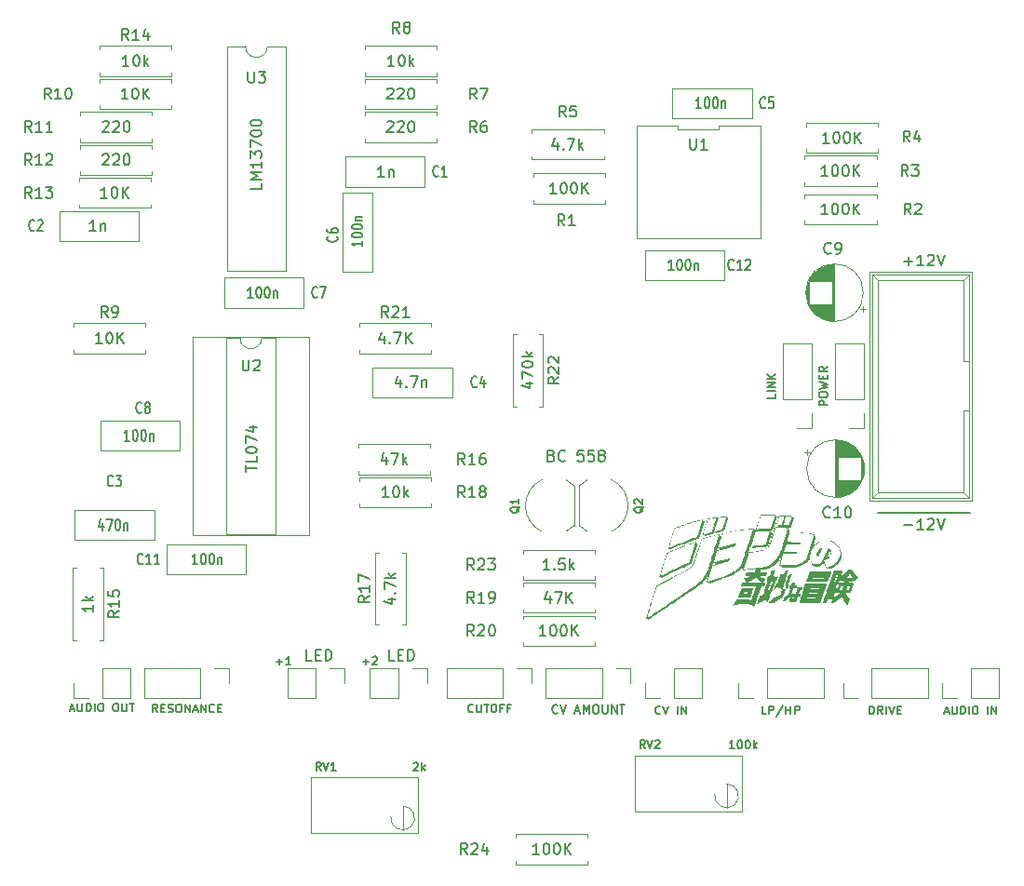
<source format=gbr>
G04 #@! TF.GenerationSoftware,KiCad,Pcbnew,7.0.2*
G04 #@! TF.CreationDate,2024-01-15T15:27:12-05:00*
G04 #@! TF.ProjectId,4 VCF FINAL,34205643-4620-4464-994e-414c2e6b6963,rev?*
G04 #@! TF.SameCoordinates,Original*
G04 #@! TF.FileFunction,Legend,Top*
G04 #@! TF.FilePolarity,Positive*
%FSLAX46Y46*%
G04 Gerber Fmt 4.6, Leading zero omitted, Abs format (unit mm)*
G04 Created by KiCad (PCBNEW 7.0.2) date 2024-01-15 15:27:12*
%MOMM*%
%LPD*%
G01*
G04 APERTURE LIST*
%ADD10C,0.150000*%
%ADD11C,0.120000*%
%ADD12C,0.100000*%
%ADD13C,1.440000*%
%ADD14C,1.600000*%
%ADD15O,1.600000X1.600000*%
%ADD16R,1.700000X1.700000*%
%ADD17O,1.700000X1.700000*%
%ADD18R,2.640000X1.600000*%
%ADD19O,2.640000X1.600000*%
%ADD20R,1.727200X1.727200*%
%ADD21O,1.727200X1.727200*%
%ADD22R,1.600000X1.600000*%
%ADD23R,1.500000X1.500000*%
%ADD24C,1.500000*%
%ADD25R,2.400000X1.600000*%
%ADD26O,2.400000X1.600000*%
%ADD27C,4.000000*%
G04 APERTURE END LIST*
D10*
X142613571Y-137946964D02*
X142363571Y-137589821D01*
X142185000Y-137946964D02*
X142185000Y-137196964D01*
X142185000Y-137196964D02*
X142470714Y-137196964D01*
X142470714Y-137196964D02*
X142542143Y-137232678D01*
X142542143Y-137232678D02*
X142577857Y-137268392D01*
X142577857Y-137268392D02*
X142613571Y-137339821D01*
X142613571Y-137339821D02*
X142613571Y-137446964D01*
X142613571Y-137446964D02*
X142577857Y-137518392D01*
X142577857Y-137518392D02*
X142542143Y-137554107D01*
X142542143Y-137554107D02*
X142470714Y-137589821D01*
X142470714Y-137589821D02*
X142185000Y-137589821D01*
X142827857Y-137196964D02*
X143077857Y-137946964D01*
X143077857Y-137946964D02*
X143327857Y-137196964D01*
X143542143Y-137268392D02*
X143577857Y-137232678D01*
X143577857Y-137232678D02*
X143649286Y-137196964D01*
X143649286Y-137196964D02*
X143827857Y-137196964D01*
X143827857Y-137196964D02*
X143899286Y-137232678D01*
X143899286Y-137232678D02*
X143935000Y-137268392D01*
X143935000Y-137268392D02*
X143970714Y-137339821D01*
X143970714Y-137339821D02*
X143970714Y-137411250D01*
X143970714Y-137411250D02*
X143935000Y-137518392D01*
X143935000Y-137518392D02*
X143506428Y-137946964D01*
X143506428Y-137946964D02*
X143970714Y-137946964D01*
X150756428Y-137946964D02*
X150327857Y-137946964D01*
X150542142Y-137946964D02*
X150542142Y-137196964D01*
X150542142Y-137196964D02*
X150470714Y-137304107D01*
X150470714Y-137304107D02*
X150399285Y-137375535D01*
X150399285Y-137375535D02*
X150327857Y-137411250D01*
X151220714Y-137196964D02*
X151292143Y-137196964D01*
X151292143Y-137196964D02*
X151363571Y-137232678D01*
X151363571Y-137232678D02*
X151399286Y-137268392D01*
X151399286Y-137268392D02*
X151435000Y-137339821D01*
X151435000Y-137339821D02*
X151470714Y-137482678D01*
X151470714Y-137482678D02*
X151470714Y-137661250D01*
X151470714Y-137661250D02*
X151435000Y-137804107D01*
X151435000Y-137804107D02*
X151399286Y-137875535D01*
X151399286Y-137875535D02*
X151363571Y-137911250D01*
X151363571Y-137911250D02*
X151292143Y-137946964D01*
X151292143Y-137946964D02*
X151220714Y-137946964D01*
X151220714Y-137946964D02*
X151149286Y-137911250D01*
X151149286Y-137911250D02*
X151113571Y-137875535D01*
X151113571Y-137875535D02*
X151077857Y-137804107D01*
X151077857Y-137804107D02*
X151042143Y-137661250D01*
X151042143Y-137661250D02*
X151042143Y-137482678D01*
X151042143Y-137482678D02*
X151077857Y-137339821D01*
X151077857Y-137339821D02*
X151113571Y-137268392D01*
X151113571Y-137268392D02*
X151149286Y-137232678D01*
X151149286Y-137232678D02*
X151220714Y-137196964D01*
X151935000Y-137196964D02*
X152006429Y-137196964D01*
X152006429Y-137196964D02*
X152077857Y-137232678D01*
X152077857Y-137232678D02*
X152113572Y-137268392D01*
X152113572Y-137268392D02*
X152149286Y-137339821D01*
X152149286Y-137339821D02*
X152185000Y-137482678D01*
X152185000Y-137482678D02*
X152185000Y-137661250D01*
X152185000Y-137661250D02*
X152149286Y-137804107D01*
X152149286Y-137804107D02*
X152113572Y-137875535D01*
X152113572Y-137875535D02*
X152077857Y-137911250D01*
X152077857Y-137911250D02*
X152006429Y-137946964D01*
X152006429Y-137946964D02*
X151935000Y-137946964D01*
X151935000Y-137946964D02*
X151863572Y-137911250D01*
X151863572Y-137911250D02*
X151827857Y-137875535D01*
X151827857Y-137875535D02*
X151792143Y-137804107D01*
X151792143Y-137804107D02*
X151756429Y-137661250D01*
X151756429Y-137661250D02*
X151756429Y-137482678D01*
X151756429Y-137482678D02*
X151792143Y-137339821D01*
X151792143Y-137339821D02*
X151827857Y-137268392D01*
X151827857Y-137268392D02*
X151863572Y-137232678D01*
X151863572Y-137232678D02*
X151935000Y-137196964D01*
X152506429Y-137946964D02*
X152506429Y-137196964D01*
X152577858Y-137661250D02*
X152792143Y-137946964D01*
X152792143Y-137446964D02*
X152506429Y-137732678D01*
X94807619Y-125427857D02*
X94331428Y-125761190D01*
X94807619Y-125999285D02*
X93807619Y-125999285D01*
X93807619Y-125999285D02*
X93807619Y-125618333D01*
X93807619Y-125618333D02*
X93855238Y-125523095D01*
X93855238Y-125523095D02*
X93902857Y-125475476D01*
X93902857Y-125475476D02*
X93998095Y-125427857D01*
X93998095Y-125427857D02*
X94140952Y-125427857D01*
X94140952Y-125427857D02*
X94236190Y-125475476D01*
X94236190Y-125475476D02*
X94283809Y-125523095D01*
X94283809Y-125523095D02*
X94331428Y-125618333D01*
X94331428Y-125618333D02*
X94331428Y-125999285D01*
X94807619Y-124475476D02*
X94807619Y-125046904D01*
X94807619Y-124761190D02*
X93807619Y-124761190D01*
X93807619Y-124761190D02*
X93950476Y-124856428D01*
X93950476Y-124856428D02*
X94045714Y-124951666D01*
X94045714Y-124951666D02*
X94093333Y-125046904D01*
X93807619Y-123570714D02*
X93807619Y-124046904D01*
X93807619Y-124046904D02*
X94283809Y-124094523D01*
X94283809Y-124094523D02*
X94236190Y-124046904D01*
X94236190Y-124046904D02*
X94188571Y-123951666D01*
X94188571Y-123951666D02*
X94188571Y-123713571D01*
X94188571Y-123713571D02*
X94236190Y-123618333D01*
X94236190Y-123618333D02*
X94283809Y-123570714D01*
X94283809Y-123570714D02*
X94379047Y-123523095D01*
X94379047Y-123523095D02*
X94617142Y-123523095D01*
X94617142Y-123523095D02*
X94712380Y-123570714D01*
X94712380Y-123570714D02*
X94760000Y-123618333D01*
X94760000Y-123618333D02*
X94807619Y-123713571D01*
X94807619Y-123713571D02*
X94807619Y-123951666D01*
X94807619Y-123951666D02*
X94760000Y-124046904D01*
X94760000Y-124046904D02*
X94712380Y-124094523D01*
X92437619Y-124904047D02*
X92437619Y-125475475D01*
X92437619Y-125189761D02*
X91437619Y-125189761D01*
X91437619Y-125189761D02*
X91580476Y-125284999D01*
X91580476Y-125284999D02*
X91675714Y-125380237D01*
X91675714Y-125380237D02*
X91723333Y-125475475D01*
X92437619Y-124475475D02*
X91437619Y-124475475D01*
X92056666Y-124380237D02*
X92437619Y-124094523D01*
X91770952Y-124094523D02*
X92151904Y-124475475D01*
X166808333Y-89357619D02*
X166475000Y-88881428D01*
X166236905Y-89357619D02*
X166236905Y-88357619D01*
X166236905Y-88357619D02*
X166617857Y-88357619D01*
X166617857Y-88357619D02*
X166713095Y-88405238D01*
X166713095Y-88405238D02*
X166760714Y-88452857D01*
X166760714Y-88452857D02*
X166808333Y-88548095D01*
X166808333Y-88548095D02*
X166808333Y-88690952D01*
X166808333Y-88690952D02*
X166760714Y-88786190D01*
X166760714Y-88786190D02*
X166713095Y-88833809D01*
X166713095Y-88833809D02*
X166617857Y-88881428D01*
X166617857Y-88881428D02*
X166236905Y-88881428D01*
X167189286Y-88452857D02*
X167236905Y-88405238D01*
X167236905Y-88405238D02*
X167332143Y-88357619D01*
X167332143Y-88357619D02*
X167570238Y-88357619D01*
X167570238Y-88357619D02*
X167665476Y-88405238D01*
X167665476Y-88405238D02*
X167713095Y-88452857D01*
X167713095Y-88452857D02*
X167760714Y-88548095D01*
X167760714Y-88548095D02*
X167760714Y-88643333D01*
X167760714Y-88643333D02*
X167713095Y-88786190D01*
X167713095Y-88786190D02*
X167141667Y-89357619D01*
X167141667Y-89357619D02*
X167760714Y-89357619D01*
X159248333Y-89357619D02*
X158676905Y-89357619D01*
X158962619Y-89357619D02*
X158962619Y-88357619D01*
X158962619Y-88357619D02*
X158867381Y-88500476D01*
X158867381Y-88500476D02*
X158772143Y-88595714D01*
X158772143Y-88595714D02*
X158676905Y-88643333D01*
X159867381Y-88357619D02*
X159962619Y-88357619D01*
X159962619Y-88357619D02*
X160057857Y-88405238D01*
X160057857Y-88405238D02*
X160105476Y-88452857D01*
X160105476Y-88452857D02*
X160153095Y-88548095D01*
X160153095Y-88548095D02*
X160200714Y-88738571D01*
X160200714Y-88738571D02*
X160200714Y-88976666D01*
X160200714Y-88976666D02*
X160153095Y-89167142D01*
X160153095Y-89167142D02*
X160105476Y-89262380D01*
X160105476Y-89262380D02*
X160057857Y-89310000D01*
X160057857Y-89310000D02*
X159962619Y-89357619D01*
X159962619Y-89357619D02*
X159867381Y-89357619D01*
X159867381Y-89357619D02*
X159772143Y-89310000D01*
X159772143Y-89310000D02*
X159724524Y-89262380D01*
X159724524Y-89262380D02*
X159676905Y-89167142D01*
X159676905Y-89167142D02*
X159629286Y-88976666D01*
X159629286Y-88976666D02*
X159629286Y-88738571D01*
X159629286Y-88738571D02*
X159676905Y-88548095D01*
X159676905Y-88548095D02*
X159724524Y-88452857D01*
X159724524Y-88452857D02*
X159772143Y-88405238D01*
X159772143Y-88405238D02*
X159867381Y-88357619D01*
X160819762Y-88357619D02*
X160915000Y-88357619D01*
X160915000Y-88357619D02*
X161010238Y-88405238D01*
X161010238Y-88405238D02*
X161057857Y-88452857D01*
X161057857Y-88452857D02*
X161105476Y-88548095D01*
X161105476Y-88548095D02*
X161153095Y-88738571D01*
X161153095Y-88738571D02*
X161153095Y-88976666D01*
X161153095Y-88976666D02*
X161105476Y-89167142D01*
X161105476Y-89167142D02*
X161057857Y-89262380D01*
X161057857Y-89262380D02*
X161010238Y-89310000D01*
X161010238Y-89310000D02*
X160915000Y-89357619D01*
X160915000Y-89357619D02*
X160819762Y-89357619D01*
X160819762Y-89357619D02*
X160724524Y-89310000D01*
X160724524Y-89310000D02*
X160676905Y-89262380D01*
X160676905Y-89262380D02*
X160629286Y-89167142D01*
X160629286Y-89167142D02*
X160581667Y-88976666D01*
X160581667Y-88976666D02*
X160581667Y-88738571D01*
X160581667Y-88738571D02*
X160629286Y-88548095D01*
X160629286Y-88548095D02*
X160676905Y-88452857D01*
X160676905Y-88452857D02*
X160724524Y-88405238D01*
X160724524Y-88405238D02*
X160819762Y-88357619D01*
X161581667Y-89357619D02*
X161581667Y-88357619D01*
X162153095Y-89357619D02*
X161724524Y-88786190D01*
X162153095Y-88357619D02*
X161581667Y-88929047D01*
X96841667Y-107342380D02*
X96803571Y-107390000D01*
X96803571Y-107390000D02*
X96689286Y-107437619D01*
X96689286Y-107437619D02*
X96613095Y-107437619D01*
X96613095Y-107437619D02*
X96498809Y-107390000D01*
X96498809Y-107390000D02*
X96422619Y-107294761D01*
X96422619Y-107294761D02*
X96384524Y-107199523D01*
X96384524Y-107199523D02*
X96346428Y-107009047D01*
X96346428Y-107009047D02*
X96346428Y-106866190D01*
X96346428Y-106866190D02*
X96384524Y-106675714D01*
X96384524Y-106675714D02*
X96422619Y-106580476D01*
X96422619Y-106580476D02*
X96498809Y-106485238D01*
X96498809Y-106485238D02*
X96613095Y-106437619D01*
X96613095Y-106437619D02*
X96689286Y-106437619D01*
X96689286Y-106437619D02*
X96803571Y-106485238D01*
X96803571Y-106485238D02*
X96841667Y-106532857D01*
X97298809Y-106866190D02*
X97222619Y-106818571D01*
X97222619Y-106818571D02*
X97184524Y-106770952D01*
X97184524Y-106770952D02*
X97146428Y-106675714D01*
X97146428Y-106675714D02*
X97146428Y-106628095D01*
X97146428Y-106628095D02*
X97184524Y-106532857D01*
X97184524Y-106532857D02*
X97222619Y-106485238D01*
X97222619Y-106485238D02*
X97298809Y-106437619D01*
X97298809Y-106437619D02*
X97451190Y-106437619D01*
X97451190Y-106437619D02*
X97527381Y-106485238D01*
X97527381Y-106485238D02*
X97565476Y-106532857D01*
X97565476Y-106532857D02*
X97603571Y-106628095D01*
X97603571Y-106628095D02*
X97603571Y-106675714D01*
X97603571Y-106675714D02*
X97565476Y-106770952D01*
X97565476Y-106770952D02*
X97527381Y-106818571D01*
X97527381Y-106818571D02*
X97451190Y-106866190D01*
X97451190Y-106866190D02*
X97298809Y-106866190D01*
X97298809Y-106866190D02*
X97222619Y-106913809D01*
X97222619Y-106913809D02*
X97184524Y-106961428D01*
X97184524Y-106961428D02*
X97146428Y-107056666D01*
X97146428Y-107056666D02*
X97146428Y-107247142D01*
X97146428Y-107247142D02*
X97184524Y-107342380D01*
X97184524Y-107342380D02*
X97222619Y-107390000D01*
X97222619Y-107390000D02*
X97298809Y-107437619D01*
X97298809Y-107437619D02*
X97451190Y-107437619D01*
X97451190Y-107437619D02*
X97527381Y-107390000D01*
X97527381Y-107390000D02*
X97565476Y-107342380D01*
X97565476Y-107342380D02*
X97603571Y-107247142D01*
X97603571Y-107247142D02*
X97603571Y-107056666D01*
X97603571Y-107056666D02*
X97565476Y-106961428D01*
X97565476Y-106961428D02*
X97527381Y-106913809D01*
X97527381Y-106913809D02*
X97451190Y-106866190D01*
X95729761Y-109937619D02*
X95272618Y-109937619D01*
X95501190Y-109937619D02*
X95501190Y-108937619D01*
X95501190Y-108937619D02*
X95424999Y-109080476D01*
X95424999Y-109080476D02*
X95348809Y-109175714D01*
X95348809Y-109175714D02*
X95272618Y-109223333D01*
X96225000Y-108937619D02*
X96301190Y-108937619D01*
X96301190Y-108937619D02*
X96377381Y-108985238D01*
X96377381Y-108985238D02*
X96415476Y-109032857D01*
X96415476Y-109032857D02*
X96453571Y-109128095D01*
X96453571Y-109128095D02*
X96491666Y-109318571D01*
X96491666Y-109318571D02*
X96491666Y-109556666D01*
X96491666Y-109556666D02*
X96453571Y-109747142D01*
X96453571Y-109747142D02*
X96415476Y-109842380D01*
X96415476Y-109842380D02*
X96377381Y-109890000D01*
X96377381Y-109890000D02*
X96301190Y-109937619D01*
X96301190Y-109937619D02*
X96225000Y-109937619D01*
X96225000Y-109937619D02*
X96148809Y-109890000D01*
X96148809Y-109890000D02*
X96110714Y-109842380D01*
X96110714Y-109842380D02*
X96072619Y-109747142D01*
X96072619Y-109747142D02*
X96034523Y-109556666D01*
X96034523Y-109556666D02*
X96034523Y-109318571D01*
X96034523Y-109318571D02*
X96072619Y-109128095D01*
X96072619Y-109128095D02*
X96110714Y-109032857D01*
X96110714Y-109032857D02*
X96148809Y-108985238D01*
X96148809Y-108985238D02*
X96225000Y-108937619D01*
X96986905Y-108937619D02*
X97063095Y-108937619D01*
X97063095Y-108937619D02*
X97139286Y-108985238D01*
X97139286Y-108985238D02*
X97177381Y-109032857D01*
X97177381Y-109032857D02*
X97215476Y-109128095D01*
X97215476Y-109128095D02*
X97253571Y-109318571D01*
X97253571Y-109318571D02*
X97253571Y-109556666D01*
X97253571Y-109556666D02*
X97215476Y-109747142D01*
X97215476Y-109747142D02*
X97177381Y-109842380D01*
X97177381Y-109842380D02*
X97139286Y-109890000D01*
X97139286Y-109890000D02*
X97063095Y-109937619D01*
X97063095Y-109937619D02*
X96986905Y-109937619D01*
X96986905Y-109937619D02*
X96910714Y-109890000D01*
X96910714Y-109890000D02*
X96872619Y-109842380D01*
X96872619Y-109842380D02*
X96834524Y-109747142D01*
X96834524Y-109747142D02*
X96796428Y-109556666D01*
X96796428Y-109556666D02*
X96796428Y-109318571D01*
X96796428Y-109318571D02*
X96834524Y-109128095D01*
X96834524Y-109128095D02*
X96872619Y-109032857D01*
X96872619Y-109032857D02*
X96910714Y-108985238D01*
X96910714Y-108985238D02*
X96986905Y-108937619D01*
X97596429Y-109270952D02*
X97596429Y-109937619D01*
X97596429Y-109366190D02*
X97634524Y-109318571D01*
X97634524Y-109318571D02*
X97710714Y-109270952D01*
X97710714Y-109270952D02*
X97825000Y-109270952D01*
X97825000Y-109270952D02*
X97901191Y-109318571D01*
X97901191Y-109318571D02*
X97939286Y-109413809D01*
X97939286Y-109413809D02*
X97939286Y-109937619D01*
X135308333Y-90357619D02*
X134975000Y-89881428D01*
X134736905Y-90357619D02*
X134736905Y-89357619D01*
X134736905Y-89357619D02*
X135117857Y-89357619D01*
X135117857Y-89357619D02*
X135213095Y-89405238D01*
X135213095Y-89405238D02*
X135260714Y-89452857D01*
X135260714Y-89452857D02*
X135308333Y-89548095D01*
X135308333Y-89548095D02*
X135308333Y-89690952D01*
X135308333Y-89690952D02*
X135260714Y-89786190D01*
X135260714Y-89786190D02*
X135213095Y-89833809D01*
X135213095Y-89833809D02*
X135117857Y-89881428D01*
X135117857Y-89881428D02*
X134736905Y-89881428D01*
X136260714Y-90357619D02*
X135689286Y-90357619D01*
X135975000Y-90357619D02*
X135975000Y-89357619D01*
X135975000Y-89357619D02*
X135879762Y-89500476D01*
X135879762Y-89500476D02*
X135784524Y-89595714D01*
X135784524Y-89595714D02*
X135689286Y-89643333D01*
X134558333Y-87457619D02*
X133986905Y-87457619D01*
X134272619Y-87457619D02*
X134272619Y-86457619D01*
X134272619Y-86457619D02*
X134177381Y-86600476D01*
X134177381Y-86600476D02*
X134082143Y-86695714D01*
X134082143Y-86695714D02*
X133986905Y-86743333D01*
X135177381Y-86457619D02*
X135272619Y-86457619D01*
X135272619Y-86457619D02*
X135367857Y-86505238D01*
X135367857Y-86505238D02*
X135415476Y-86552857D01*
X135415476Y-86552857D02*
X135463095Y-86648095D01*
X135463095Y-86648095D02*
X135510714Y-86838571D01*
X135510714Y-86838571D02*
X135510714Y-87076666D01*
X135510714Y-87076666D02*
X135463095Y-87267142D01*
X135463095Y-87267142D02*
X135415476Y-87362380D01*
X135415476Y-87362380D02*
X135367857Y-87410000D01*
X135367857Y-87410000D02*
X135272619Y-87457619D01*
X135272619Y-87457619D02*
X135177381Y-87457619D01*
X135177381Y-87457619D02*
X135082143Y-87410000D01*
X135082143Y-87410000D02*
X135034524Y-87362380D01*
X135034524Y-87362380D02*
X134986905Y-87267142D01*
X134986905Y-87267142D02*
X134939286Y-87076666D01*
X134939286Y-87076666D02*
X134939286Y-86838571D01*
X134939286Y-86838571D02*
X134986905Y-86648095D01*
X134986905Y-86648095D02*
X135034524Y-86552857D01*
X135034524Y-86552857D02*
X135082143Y-86505238D01*
X135082143Y-86505238D02*
X135177381Y-86457619D01*
X136129762Y-86457619D02*
X136225000Y-86457619D01*
X136225000Y-86457619D02*
X136320238Y-86505238D01*
X136320238Y-86505238D02*
X136367857Y-86552857D01*
X136367857Y-86552857D02*
X136415476Y-86648095D01*
X136415476Y-86648095D02*
X136463095Y-86838571D01*
X136463095Y-86838571D02*
X136463095Y-87076666D01*
X136463095Y-87076666D02*
X136415476Y-87267142D01*
X136415476Y-87267142D02*
X136367857Y-87362380D01*
X136367857Y-87362380D02*
X136320238Y-87410000D01*
X136320238Y-87410000D02*
X136225000Y-87457619D01*
X136225000Y-87457619D02*
X136129762Y-87457619D01*
X136129762Y-87457619D02*
X136034524Y-87410000D01*
X136034524Y-87410000D02*
X135986905Y-87362380D01*
X135986905Y-87362380D02*
X135939286Y-87267142D01*
X135939286Y-87267142D02*
X135891667Y-87076666D01*
X135891667Y-87076666D02*
X135891667Y-86838571D01*
X135891667Y-86838571D02*
X135939286Y-86648095D01*
X135939286Y-86648095D02*
X135986905Y-86552857D01*
X135986905Y-86552857D02*
X136034524Y-86505238D01*
X136034524Y-86505238D02*
X136129762Y-86457619D01*
X136891667Y-87457619D02*
X136891667Y-86457619D01*
X137463095Y-87457619D02*
X137034524Y-86886190D01*
X137463095Y-86457619D02*
X136891667Y-87029047D01*
X166558333Y-85857619D02*
X166225000Y-85381428D01*
X165986905Y-85857619D02*
X165986905Y-84857619D01*
X165986905Y-84857619D02*
X166367857Y-84857619D01*
X166367857Y-84857619D02*
X166463095Y-84905238D01*
X166463095Y-84905238D02*
X166510714Y-84952857D01*
X166510714Y-84952857D02*
X166558333Y-85048095D01*
X166558333Y-85048095D02*
X166558333Y-85190952D01*
X166558333Y-85190952D02*
X166510714Y-85286190D01*
X166510714Y-85286190D02*
X166463095Y-85333809D01*
X166463095Y-85333809D02*
X166367857Y-85381428D01*
X166367857Y-85381428D02*
X165986905Y-85381428D01*
X166891667Y-84857619D02*
X167510714Y-84857619D01*
X167510714Y-84857619D02*
X167177381Y-85238571D01*
X167177381Y-85238571D02*
X167320238Y-85238571D01*
X167320238Y-85238571D02*
X167415476Y-85286190D01*
X167415476Y-85286190D02*
X167463095Y-85333809D01*
X167463095Y-85333809D02*
X167510714Y-85429047D01*
X167510714Y-85429047D02*
X167510714Y-85667142D01*
X167510714Y-85667142D02*
X167463095Y-85762380D01*
X167463095Y-85762380D02*
X167415476Y-85810000D01*
X167415476Y-85810000D02*
X167320238Y-85857619D01*
X167320238Y-85857619D02*
X167034524Y-85857619D01*
X167034524Y-85857619D02*
X166939286Y-85810000D01*
X166939286Y-85810000D02*
X166891667Y-85762380D01*
X159248333Y-85857619D02*
X158676905Y-85857619D01*
X158962619Y-85857619D02*
X158962619Y-84857619D01*
X158962619Y-84857619D02*
X158867381Y-85000476D01*
X158867381Y-85000476D02*
X158772143Y-85095714D01*
X158772143Y-85095714D02*
X158676905Y-85143333D01*
X159867381Y-84857619D02*
X159962619Y-84857619D01*
X159962619Y-84857619D02*
X160057857Y-84905238D01*
X160057857Y-84905238D02*
X160105476Y-84952857D01*
X160105476Y-84952857D02*
X160153095Y-85048095D01*
X160153095Y-85048095D02*
X160200714Y-85238571D01*
X160200714Y-85238571D02*
X160200714Y-85476666D01*
X160200714Y-85476666D02*
X160153095Y-85667142D01*
X160153095Y-85667142D02*
X160105476Y-85762380D01*
X160105476Y-85762380D02*
X160057857Y-85810000D01*
X160057857Y-85810000D02*
X159962619Y-85857619D01*
X159962619Y-85857619D02*
X159867381Y-85857619D01*
X159867381Y-85857619D02*
X159772143Y-85810000D01*
X159772143Y-85810000D02*
X159724524Y-85762380D01*
X159724524Y-85762380D02*
X159676905Y-85667142D01*
X159676905Y-85667142D02*
X159629286Y-85476666D01*
X159629286Y-85476666D02*
X159629286Y-85238571D01*
X159629286Y-85238571D02*
X159676905Y-85048095D01*
X159676905Y-85048095D02*
X159724524Y-84952857D01*
X159724524Y-84952857D02*
X159772143Y-84905238D01*
X159772143Y-84905238D02*
X159867381Y-84857619D01*
X160819762Y-84857619D02*
X160915000Y-84857619D01*
X160915000Y-84857619D02*
X161010238Y-84905238D01*
X161010238Y-84905238D02*
X161057857Y-84952857D01*
X161057857Y-84952857D02*
X161105476Y-85048095D01*
X161105476Y-85048095D02*
X161153095Y-85238571D01*
X161153095Y-85238571D02*
X161153095Y-85476666D01*
X161153095Y-85476666D02*
X161105476Y-85667142D01*
X161105476Y-85667142D02*
X161057857Y-85762380D01*
X161057857Y-85762380D02*
X161010238Y-85810000D01*
X161010238Y-85810000D02*
X160915000Y-85857619D01*
X160915000Y-85857619D02*
X160819762Y-85857619D01*
X160819762Y-85857619D02*
X160724524Y-85810000D01*
X160724524Y-85810000D02*
X160676905Y-85762380D01*
X160676905Y-85762380D02*
X160629286Y-85667142D01*
X160629286Y-85667142D02*
X160581667Y-85476666D01*
X160581667Y-85476666D02*
X160581667Y-85238571D01*
X160581667Y-85238571D02*
X160629286Y-85048095D01*
X160629286Y-85048095D02*
X160676905Y-84952857D01*
X160676905Y-84952857D02*
X160724524Y-84905238D01*
X160724524Y-84905238D02*
X160819762Y-84857619D01*
X161581667Y-85857619D02*
X161581667Y-84857619D01*
X162153095Y-85857619D02*
X161724524Y-85286190D01*
X162153095Y-84857619D02*
X161581667Y-85429047D01*
X154491964Y-105689285D02*
X154491964Y-106046428D01*
X154491964Y-106046428D02*
X153741964Y-106046428D01*
X154491964Y-105439285D02*
X153741964Y-105439285D01*
X154491964Y-105082142D02*
X153741964Y-105082142D01*
X153741964Y-105082142D02*
X154491964Y-104653571D01*
X154491964Y-104653571D02*
X153741964Y-104653571D01*
X154491964Y-104296428D02*
X153741964Y-104296428D01*
X154491964Y-103867857D02*
X154063392Y-104189285D01*
X153741964Y-103867857D02*
X154170535Y-104296428D01*
X98296429Y-134651964D02*
X98046429Y-134294821D01*
X97867858Y-134651964D02*
X97867858Y-133901964D01*
X97867858Y-133901964D02*
X98153572Y-133901964D01*
X98153572Y-133901964D02*
X98225001Y-133937678D01*
X98225001Y-133937678D02*
X98260715Y-133973392D01*
X98260715Y-133973392D02*
X98296429Y-134044821D01*
X98296429Y-134044821D02*
X98296429Y-134151964D01*
X98296429Y-134151964D02*
X98260715Y-134223392D01*
X98260715Y-134223392D02*
X98225001Y-134259107D01*
X98225001Y-134259107D02*
X98153572Y-134294821D01*
X98153572Y-134294821D02*
X97867858Y-134294821D01*
X98617858Y-134259107D02*
X98867858Y-134259107D01*
X98975001Y-134651964D02*
X98617858Y-134651964D01*
X98617858Y-134651964D02*
X98617858Y-133901964D01*
X98617858Y-133901964D02*
X98975001Y-133901964D01*
X99260715Y-134616250D02*
X99367858Y-134651964D01*
X99367858Y-134651964D02*
X99546429Y-134651964D01*
X99546429Y-134651964D02*
X99617858Y-134616250D01*
X99617858Y-134616250D02*
X99653572Y-134580535D01*
X99653572Y-134580535D02*
X99689286Y-134509107D01*
X99689286Y-134509107D02*
X99689286Y-134437678D01*
X99689286Y-134437678D02*
X99653572Y-134366250D01*
X99653572Y-134366250D02*
X99617858Y-134330535D01*
X99617858Y-134330535D02*
X99546429Y-134294821D01*
X99546429Y-134294821D02*
X99403572Y-134259107D01*
X99403572Y-134259107D02*
X99332143Y-134223392D01*
X99332143Y-134223392D02*
X99296429Y-134187678D01*
X99296429Y-134187678D02*
X99260715Y-134116250D01*
X99260715Y-134116250D02*
X99260715Y-134044821D01*
X99260715Y-134044821D02*
X99296429Y-133973392D01*
X99296429Y-133973392D02*
X99332143Y-133937678D01*
X99332143Y-133937678D02*
X99403572Y-133901964D01*
X99403572Y-133901964D02*
X99582143Y-133901964D01*
X99582143Y-133901964D02*
X99689286Y-133937678D01*
X100153572Y-133901964D02*
X100296429Y-133901964D01*
X100296429Y-133901964D02*
X100367858Y-133937678D01*
X100367858Y-133937678D02*
X100439286Y-134009107D01*
X100439286Y-134009107D02*
X100475001Y-134151964D01*
X100475001Y-134151964D02*
X100475001Y-134401964D01*
X100475001Y-134401964D02*
X100439286Y-134544821D01*
X100439286Y-134544821D02*
X100367858Y-134616250D01*
X100367858Y-134616250D02*
X100296429Y-134651964D01*
X100296429Y-134651964D02*
X100153572Y-134651964D01*
X100153572Y-134651964D02*
X100082144Y-134616250D01*
X100082144Y-134616250D02*
X100010715Y-134544821D01*
X100010715Y-134544821D02*
X99975001Y-134401964D01*
X99975001Y-134401964D02*
X99975001Y-134151964D01*
X99975001Y-134151964D02*
X100010715Y-134009107D01*
X100010715Y-134009107D02*
X100082144Y-133937678D01*
X100082144Y-133937678D02*
X100153572Y-133901964D01*
X100796429Y-134651964D02*
X100796429Y-133901964D01*
X100796429Y-133901964D02*
X101225000Y-134651964D01*
X101225000Y-134651964D02*
X101225000Y-133901964D01*
X101546429Y-134437678D02*
X101903572Y-134437678D01*
X101475000Y-134651964D02*
X101725000Y-133901964D01*
X101725000Y-133901964D02*
X101975000Y-134651964D01*
X102225000Y-134651964D02*
X102225000Y-133901964D01*
X102225000Y-133901964D02*
X102653571Y-134651964D01*
X102653571Y-134651964D02*
X102653571Y-133901964D01*
X103439285Y-134580535D02*
X103403571Y-134616250D01*
X103403571Y-134616250D02*
X103296428Y-134651964D01*
X103296428Y-134651964D02*
X103225000Y-134651964D01*
X103225000Y-134651964D02*
X103117857Y-134616250D01*
X103117857Y-134616250D02*
X103046428Y-134544821D01*
X103046428Y-134544821D02*
X103010714Y-134473392D01*
X103010714Y-134473392D02*
X102975000Y-134330535D01*
X102975000Y-134330535D02*
X102975000Y-134223392D01*
X102975000Y-134223392D02*
X103010714Y-134080535D01*
X103010714Y-134080535D02*
X103046428Y-134009107D01*
X103046428Y-134009107D02*
X103117857Y-133937678D01*
X103117857Y-133937678D02*
X103225000Y-133901964D01*
X103225000Y-133901964D02*
X103296428Y-133901964D01*
X103296428Y-133901964D02*
X103403571Y-133937678D01*
X103403571Y-133937678D02*
X103439285Y-133973392D01*
X103760714Y-134259107D02*
X104010714Y-134259107D01*
X104117857Y-134651964D02*
X103760714Y-134651964D01*
X103760714Y-134651964D02*
X103760714Y-133901964D01*
X103760714Y-133901964D02*
X104117857Y-133901964D01*
X144028571Y-134750535D02*
X143992857Y-134786250D01*
X143992857Y-134786250D02*
X143885714Y-134821964D01*
X143885714Y-134821964D02*
X143814286Y-134821964D01*
X143814286Y-134821964D02*
X143707143Y-134786250D01*
X143707143Y-134786250D02*
X143635714Y-134714821D01*
X143635714Y-134714821D02*
X143600000Y-134643392D01*
X143600000Y-134643392D02*
X143564286Y-134500535D01*
X143564286Y-134500535D02*
X143564286Y-134393392D01*
X143564286Y-134393392D02*
X143600000Y-134250535D01*
X143600000Y-134250535D02*
X143635714Y-134179107D01*
X143635714Y-134179107D02*
X143707143Y-134107678D01*
X143707143Y-134107678D02*
X143814286Y-134071964D01*
X143814286Y-134071964D02*
X143885714Y-134071964D01*
X143885714Y-134071964D02*
X143992857Y-134107678D01*
X143992857Y-134107678D02*
X144028571Y-134143392D01*
X144242857Y-134071964D02*
X144492857Y-134821964D01*
X144492857Y-134821964D02*
X144742857Y-134071964D01*
X145564286Y-134821964D02*
X145564286Y-134071964D01*
X145921429Y-134821964D02*
X145921429Y-134071964D01*
X145921429Y-134071964D02*
X146350000Y-134821964D01*
X146350000Y-134821964D02*
X146350000Y-134071964D01*
X87091667Y-90762380D02*
X87053571Y-90810000D01*
X87053571Y-90810000D02*
X86939286Y-90857619D01*
X86939286Y-90857619D02*
X86863095Y-90857619D01*
X86863095Y-90857619D02*
X86748809Y-90810000D01*
X86748809Y-90810000D02*
X86672619Y-90714761D01*
X86672619Y-90714761D02*
X86634524Y-90619523D01*
X86634524Y-90619523D02*
X86596428Y-90429047D01*
X86596428Y-90429047D02*
X86596428Y-90286190D01*
X86596428Y-90286190D02*
X86634524Y-90095714D01*
X86634524Y-90095714D02*
X86672619Y-90000476D01*
X86672619Y-90000476D02*
X86748809Y-89905238D01*
X86748809Y-89905238D02*
X86863095Y-89857619D01*
X86863095Y-89857619D02*
X86939286Y-89857619D01*
X86939286Y-89857619D02*
X87053571Y-89905238D01*
X87053571Y-89905238D02*
X87091667Y-89952857D01*
X87396428Y-89952857D02*
X87434524Y-89905238D01*
X87434524Y-89905238D02*
X87510714Y-89857619D01*
X87510714Y-89857619D02*
X87701190Y-89857619D01*
X87701190Y-89857619D02*
X87777381Y-89905238D01*
X87777381Y-89905238D02*
X87815476Y-89952857D01*
X87815476Y-89952857D02*
X87853571Y-90048095D01*
X87853571Y-90048095D02*
X87853571Y-90143333D01*
X87853571Y-90143333D02*
X87815476Y-90286190D01*
X87815476Y-90286190D02*
X87358333Y-90857619D01*
X87358333Y-90857619D02*
X87853571Y-90857619D01*
X92708333Y-90857619D02*
X92136905Y-90857619D01*
X92422619Y-90857619D02*
X92422619Y-89857619D01*
X92422619Y-89857619D02*
X92327381Y-90000476D01*
X92327381Y-90000476D02*
X92232143Y-90095714D01*
X92232143Y-90095714D02*
X92136905Y-90143333D01*
X93136905Y-90190952D02*
X93136905Y-90857619D01*
X93136905Y-90286190D02*
X93184524Y-90238571D01*
X93184524Y-90238571D02*
X93279762Y-90190952D01*
X93279762Y-90190952D02*
X93422619Y-90190952D01*
X93422619Y-90190952D02*
X93517857Y-90238571D01*
X93517857Y-90238571D02*
X93565476Y-90333809D01*
X93565476Y-90333809D02*
X93565476Y-90857619D01*
X114592380Y-91358332D02*
X114640000Y-91396428D01*
X114640000Y-91396428D02*
X114687619Y-91510713D01*
X114687619Y-91510713D02*
X114687619Y-91586904D01*
X114687619Y-91586904D02*
X114640000Y-91701190D01*
X114640000Y-91701190D02*
X114544761Y-91777380D01*
X114544761Y-91777380D02*
X114449523Y-91815475D01*
X114449523Y-91815475D02*
X114259047Y-91853571D01*
X114259047Y-91853571D02*
X114116190Y-91853571D01*
X114116190Y-91853571D02*
X113925714Y-91815475D01*
X113925714Y-91815475D02*
X113830476Y-91777380D01*
X113830476Y-91777380D02*
X113735238Y-91701190D01*
X113735238Y-91701190D02*
X113687619Y-91586904D01*
X113687619Y-91586904D02*
X113687619Y-91510713D01*
X113687619Y-91510713D02*
X113735238Y-91396428D01*
X113735238Y-91396428D02*
X113782857Y-91358332D01*
X113687619Y-90672618D02*
X113687619Y-90824999D01*
X113687619Y-90824999D02*
X113735238Y-90901190D01*
X113735238Y-90901190D02*
X113782857Y-90939285D01*
X113782857Y-90939285D02*
X113925714Y-91015475D01*
X113925714Y-91015475D02*
X114116190Y-91053571D01*
X114116190Y-91053571D02*
X114497142Y-91053571D01*
X114497142Y-91053571D02*
X114592380Y-91015475D01*
X114592380Y-91015475D02*
X114640000Y-90977380D01*
X114640000Y-90977380D02*
X114687619Y-90901190D01*
X114687619Y-90901190D02*
X114687619Y-90748809D01*
X114687619Y-90748809D02*
X114640000Y-90672618D01*
X114640000Y-90672618D02*
X114592380Y-90634523D01*
X114592380Y-90634523D02*
X114497142Y-90596428D01*
X114497142Y-90596428D02*
X114259047Y-90596428D01*
X114259047Y-90596428D02*
X114163809Y-90634523D01*
X114163809Y-90634523D02*
X114116190Y-90672618D01*
X114116190Y-90672618D02*
X114068571Y-90748809D01*
X114068571Y-90748809D02*
X114068571Y-90901190D01*
X114068571Y-90901190D02*
X114116190Y-90977380D01*
X114116190Y-90977380D02*
X114163809Y-91015475D01*
X114163809Y-91015475D02*
X114259047Y-91053571D01*
X116937619Y-91770238D02*
X116937619Y-92227381D01*
X116937619Y-91998809D02*
X115937619Y-91998809D01*
X115937619Y-91998809D02*
X116080476Y-92075000D01*
X116080476Y-92075000D02*
X116175714Y-92151190D01*
X116175714Y-92151190D02*
X116223333Y-92227381D01*
X115937619Y-91274999D02*
X115937619Y-91198809D01*
X115937619Y-91198809D02*
X115985238Y-91122618D01*
X115985238Y-91122618D02*
X116032857Y-91084523D01*
X116032857Y-91084523D02*
X116128095Y-91046428D01*
X116128095Y-91046428D02*
X116318571Y-91008333D01*
X116318571Y-91008333D02*
X116556666Y-91008333D01*
X116556666Y-91008333D02*
X116747142Y-91046428D01*
X116747142Y-91046428D02*
X116842380Y-91084523D01*
X116842380Y-91084523D02*
X116890000Y-91122618D01*
X116890000Y-91122618D02*
X116937619Y-91198809D01*
X116937619Y-91198809D02*
X116937619Y-91274999D01*
X116937619Y-91274999D02*
X116890000Y-91351190D01*
X116890000Y-91351190D02*
X116842380Y-91389285D01*
X116842380Y-91389285D02*
X116747142Y-91427380D01*
X116747142Y-91427380D02*
X116556666Y-91465476D01*
X116556666Y-91465476D02*
X116318571Y-91465476D01*
X116318571Y-91465476D02*
X116128095Y-91427380D01*
X116128095Y-91427380D02*
X116032857Y-91389285D01*
X116032857Y-91389285D02*
X115985238Y-91351190D01*
X115985238Y-91351190D02*
X115937619Y-91274999D01*
X115937619Y-90513094D02*
X115937619Y-90436904D01*
X115937619Y-90436904D02*
X115985238Y-90360713D01*
X115985238Y-90360713D02*
X116032857Y-90322618D01*
X116032857Y-90322618D02*
X116128095Y-90284523D01*
X116128095Y-90284523D02*
X116318571Y-90246428D01*
X116318571Y-90246428D02*
X116556666Y-90246428D01*
X116556666Y-90246428D02*
X116747142Y-90284523D01*
X116747142Y-90284523D02*
X116842380Y-90322618D01*
X116842380Y-90322618D02*
X116890000Y-90360713D01*
X116890000Y-90360713D02*
X116937619Y-90436904D01*
X116937619Y-90436904D02*
X116937619Y-90513094D01*
X116937619Y-90513094D02*
X116890000Y-90589285D01*
X116890000Y-90589285D02*
X116842380Y-90627380D01*
X116842380Y-90627380D02*
X116747142Y-90665475D01*
X116747142Y-90665475D02*
X116556666Y-90703571D01*
X116556666Y-90703571D02*
X116318571Y-90703571D01*
X116318571Y-90703571D02*
X116128095Y-90665475D01*
X116128095Y-90665475D02*
X116032857Y-90627380D01*
X116032857Y-90627380D02*
X115985238Y-90589285D01*
X115985238Y-90589285D02*
X115937619Y-90513094D01*
X116270952Y-89903570D02*
X116937619Y-89903570D01*
X116366190Y-89903570D02*
X116318571Y-89865475D01*
X116318571Y-89865475D02*
X116270952Y-89789285D01*
X116270952Y-89789285D02*
X116270952Y-89674999D01*
X116270952Y-89674999D02*
X116318571Y-89598808D01*
X116318571Y-89598808D02*
X116413809Y-89560713D01*
X116413809Y-89560713D02*
X116937619Y-89560713D01*
X163064286Y-134821964D02*
X163064286Y-134071964D01*
X163064286Y-134071964D02*
X163242857Y-134071964D01*
X163242857Y-134071964D02*
X163350000Y-134107678D01*
X163350000Y-134107678D02*
X163421429Y-134179107D01*
X163421429Y-134179107D02*
X163457143Y-134250535D01*
X163457143Y-134250535D02*
X163492857Y-134393392D01*
X163492857Y-134393392D02*
X163492857Y-134500535D01*
X163492857Y-134500535D02*
X163457143Y-134643392D01*
X163457143Y-134643392D02*
X163421429Y-134714821D01*
X163421429Y-134714821D02*
X163350000Y-134786250D01*
X163350000Y-134786250D02*
X163242857Y-134821964D01*
X163242857Y-134821964D02*
X163064286Y-134821964D01*
X164242857Y-134821964D02*
X163992857Y-134464821D01*
X163814286Y-134821964D02*
X163814286Y-134071964D01*
X163814286Y-134071964D02*
X164100000Y-134071964D01*
X164100000Y-134071964D02*
X164171429Y-134107678D01*
X164171429Y-134107678D02*
X164207143Y-134143392D01*
X164207143Y-134143392D02*
X164242857Y-134214821D01*
X164242857Y-134214821D02*
X164242857Y-134321964D01*
X164242857Y-134321964D02*
X164207143Y-134393392D01*
X164207143Y-134393392D02*
X164171429Y-134429107D01*
X164171429Y-134429107D02*
X164100000Y-134464821D01*
X164100000Y-134464821D02*
X163814286Y-134464821D01*
X164564286Y-134821964D02*
X164564286Y-134071964D01*
X164814286Y-134071964D02*
X165064286Y-134821964D01*
X165064286Y-134821964D02*
X165314286Y-134071964D01*
X165564286Y-134429107D02*
X165814286Y-134429107D01*
X165921429Y-134821964D02*
X165564286Y-134821964D01*
X165564286Y-134821964D02*
X165564286Y-134071964D01*
X165564286Y-134071964D02*
X165921429Y-134071964D01*
X126992857Y-134580535D02*
X126957143Y-134616250D01*
X126957143Y-134616250D02*
X126850000Y-134651964D01*
X126850000Y-134651964D02*
X126778572Y-134651964D01*
X126778572Y-134651964D02*
X126671429Y-134616250D01*
X126671429Y-134616250D02*
X126600000Y-134544821D01*
X126600000Y-134544821D02*
X126564286Y-134473392D01*
X126564286Y-134473392D02*
X126528572Y-134330535D01*
X126528572Y-134330535D02*
X126528572Y-134223392D01*
X126528572Y-134223392D02*
X126564286Y-134080535D01*
X126564286Y-134080535D02*
X126600000Y-134009107D01*
X126600000Y-134009107D02*
X126671429Y-133937678D01*
X126671429Y-133937678D02*
X126778572Y-133901964D01*
X126778572Y-133901964D02*
X126850000Y-133901964D01*
X126850000Y-133901964D02*
X126957143Y-133937678D01*
X126957143Y-133937678D02*
X126992857Y-133973392D01*
X127314286Y-133901964D02*
X127314286Y-134509107D01*
X127314286Y-134509107D02*
X127350000Y-134580535D01*
X127350000Y-134580535D02*
X127385715Y-134616250D01*
X127385715Y-134616250D02*
X127457143Y-134651964D01*
X127457143Y-134651964D02*
X127600000Y-134651964D01*
X127600000Y-134651964D02*
X127671429Y-134616250D01*
X127671429Y-134616250D02*
X127707143Y-134580535D01*
X127707143Y-134580535D02*
X127742857Y-134509107D01*
X127742857Y-134509107D02*
X127742857Y-133901964D01*
X127992857Y-133901964D02*
X128421429Y-133901964D01*
X128207143Y-134651964D02*
X128207143Y-133901964D01*
X128814286Y-133901964D02*
X128957143Y-133901964D01*
X128957143Y-133901964D02*
X129028572Y-133937678D01*
X129028572Y-133937678D02*
X129100000Y-134009107D01*
X129100000Y-134009107D02*
X129135715Y-134151964D01*
X129135715Y-134151964D02*
X129135715Y-134401964D01*
X129135715Y-134401964D02*
X129100000Y-134544821D01*
X129100000Y-134544821D02*
X129028572Y-134616250D01*
X129028572Y-134616250D02*
X128957143Y-134651964D01*
X128957143Y-134651964D02*
X128814286Y-134651964D01*
X128814286Y-134651964D02*
X128742858Y-134616250D01*
X128742858Y-134616250D02*
X128671429Y-134544821D01*
X128671429Y-134544821D02*
X128635715Y-134401964D01*
X128635715Y-134401964D02*
X128635715Y-134151964D01*
X128635715Y-134151964D02*
X128671429Y-134009107D01*
X128671429Y-134009107D02*
X128742858Y-133937678D01*
X128742858Y-133937678D02*
X128814286Y-133901964D01*
X129707143Y-134259107D02*
X129457143Y-134259107D01*
X129457143Y-134651964D02*
X129457143Y-133901964D01*
X129457143Y-133901964D02*
X129814286Y-133901964D01*
X130350000Y-134259107D02*
X130100000Y-134259107D01*
X130100000Y-134651964D02*
X130100000Y-133901964D01*
X130100000Y-133901964D02*
X130457143Y-133901964D01*
X126232142Y-115082619D02*
X125898809Y-114606428D01*
X125660714Y-115082619D02*
X125660714Y-114082619D01*
X125660714Y-114082619D02*
X126041666Y-114082619D01*
X126041666Y-114082619D02*
X126136904Y-114130238D01*
X126136904Y-114130238D02*
X126184523Y-114177857D01*
X126184523Y-114177857D02*
X126232142Y-114273095D01*
X126232142Y-114273095D02*
X126232142Y-114415952D01*
X126232142Y-114415952D02*
X126184523Y-114511190D01*
X126184523Y-114511190D02*
X126136904Y-114558809D01*
X126136904Y-114558809D02*
X126041666Y-114606428D01*
X126041666Y-114606428D02*
X125660714Y-114606428D01*
X127184523Y-115082619D02*
X126613095Y-115082619D01*
X126898809Y-115082619D02*
X126898809Y-114082619D01*
X126898809Y-114082619D02*
X126803571Y-114225476D01*
X126803571Y-114225476D02*
X126708333Y-114320714D01*
X126708333Y-114320714D02*
X126613095Y-114368333D01*
X127755952Y-114511190D02*
X127660714Y-114463571D01*
X127660714Y-114463571D02*
X127613095Y-114415952D01*
X127613095Y-114415952D02*
X127565476Y-114320714D01*
X127565476Y-114320714D02*
X127565476Y-114273095D01*
X127565476Y-114273095D02*
X127613095Y-114177857D01*
X127613095Y-114177857D02*
X127660714Y-114130238D01*
X127660714Y-114130238D02*
X127755952Y-114082619D01*
X127755952Y-114082619D02*
X127946428Y-114082619D01*
X127946428Y-114082619D02*
X128041666Y-114130238D01*
X128041666Y-114130238D02*
X128089285Y-114177857D01*
X128089285Y-114177857D02*
X128136904Y-114273095D01*
X128136904Y-114273095D02*
X128136904Y-114320714D01*
X128136904Y-114320714D02*
X128089285Y-114415952D01*
X128089285Y-114415952D02*
X128041666Y-114463571D01*
X128041666Y-114463571D02*
X127946428Y-114511190D01*
X127946428Y-114511190D02*
X127755952Y-114511190D01*
X127755952Y-114511190D02*
X127660714Y-114558809D01*
X127660714Y-114558809D02*
X127613095Y-114606428D01*
X127613095Y-114606428D02*
X127565476Y-114701666D01*
X127565476Y-114701666D02*
X127565476Y-114892142D01*
X127565476Y-114892142D02*
X127613095Y-114987380D01*
X127613095Y-114987380D02*
X127660714Y-115035000D01*
X127660714Y-115035000D02*
X127755952Y-115082619D01*
X127755952Y-115082619D02*
X127946428Y-115082619D01*
X127946428Y-115082619D02*
X128041666Y-115035000D01*
X128041666Y-115035000D02*
X128089285Y-114987380D01*
X128089285Y-114987380D02*
X128136904Y-114892142D01*
X128136904Y-114892142D02*
X128136904Y-114701666D01*
X128136904Y-114701666D02*
X128089285Y-114606428D01*
X128089285Y-114606428D02*
X128041666Y-114558809D01*
X128041666Y-114558809D02*
X127946428Y-114511190D01*
X119339761Y-115082619D02*
X118768333Y-115082619D01*
X119054047Y-115082619D02*
X119054047Y-114082619D01*
X119054047Y-114082619D02*
X118958809Y-114225476D01*
X118958809Y-114225476D02*
X118863571Y-114320714D01*
X118863571Y-114320714D02*
X118768333Y-114368333D01*
X119958809Y-114082619D02*
X120054047Y-114082619D01*
X120054047Y-114082619D02*
X120149285Y-114130238D01*
X120149285Y-114130238D02*
X120196904Y-114177857D01*
X120196904Y-114177857D02*
X120244523Y-114273095D01*
X120244523Y-114273095D02*
X120292142Y-114463571D01*
X120292142Y-114463571D02*
X120292142Y-114701666D01*
X120292142Y-114701666D02*
X120244523Y-114892142D01*
X120244523Y-114892142D02*
X120196904Y-114987380D01*
X120196904Y-114987380D02*
X120149285Y-115035000D01*
X120149285Y-115035000D02*
X120054047Y-115082619D01*
X120054047Y-115082619D02*
X119958809Y-115082619D01*
X119958809Y-115082619D02*
X119863571Y-115035000D01*
X119863571Y-115035000D02*
X119815952Y-114987380D01*
X119815952Y-114987380D02*
X119768333Y-114892142D01*
X119768333Y-114892142D02*
X119720714Y-114701666D01*
X119720714Y-114701666D02*
X119720714Y-114463571D01*
X119720714Y-114463571D02*
X119768333Y-114273095D01*
X119768333Y-114273095D02*
X119815952Y-114177857D01*
X119815952Y-114177857D02*
X119863571Y-114130238D01*
X119863571Y-114130238D02*
X119958809Y-114082619D01*
X120720714Y-115082619D02*
X120720714Y-114082619D01*
X120815952Y-114701666D02*
X121101666Y-115082619D01*
X121101666Y-114415952D02*
X120720714Y-114796904D01*
X126232142Y-112082619D02*
X125898809Y-111606428D01*
X125660714Y-112082619D02*
X125660714Y-111082619D01*
X125660714Y-111082619D02*
X126041666Y-111082619D01*
X126041666Y-111082619D02*
X126136904Y-111130238D01*
X126136904Y-111130238D02*
X126184523Y-111177857D01*
X126184523Y-111177857D02*
X126232142Y-111273095D01*
X126232142Y-111273095D02*
X126232142Y-111415952D01*
X126232142Y-111415952D02*
X126184523Y-111511190D01*
X126184523Y-111511190D02*
X126136904Y-111558809D01*
X126136904Y-111558809D02*
X126041666Y-111606428D01*
X126041666Y-111606428D02*
X125660714Y-111606428D01*
X127184523Y-112082619D02*
X126613095Y-112082619D01*
X126898809Y-112082619D02*
X126898809Y-111082619D01*
X126898809Y-111082619D02*
X126803571Y-111225476D01*
X126803571Y-111225476D02*
X126708333Y-111320714D01*
X126708333Y-111320714D02*
X126613095Y-111368333D01*
X128041666Y-111082619D02*
X127851190Y-111082619D01*
X127851190Y-111082619D02*
X127755952Y-111130238D01*
X127755952Y-111130238D02*
X127708333Y-111177857D01*
X127708333Y-111177857D02*
X127613095Y-111320714D01*
X127613095Y-111320714D02*
X127565476Y-111511190D01*
X127565476Y-111511190D02*
X127565476Y-111892142D01*
X127565476Y-111892142D02*
X127613095Y-111987380D01*
X127613095Y-111987380D02*
X127660714Y-112035000D01*
X127660714Y-112035000D02*
X127755952Y-112082619D01*
X127755952Y-112082619D02*
X127946428Y-112082619D01*
X127946428Y-112082619D02*
X128041666Y-112035000D01*
X128041666Y-112035000D02*
X128089285Y-111987380D01*
X128089285Y-111987380D02*
X128136904Y-111892142D01*
X128136904Y-111892142D02*
X128136904Y-111654047D01*
X128136904Y-111654047D02*
X128089285Y-111558809D01*
X128089285Y-111558809D02*
X128041666Y-111511190D01*
X128041666Y-111511190D02*
X127946428Y-111463571D01*
X127946428Y-111463571D02*
X127755952Y-111463571D01*
X127755952Y-111463571D02*
X127660714Y-111511190D01*
X127660714Y-111511190D02*
X127613095Y-111558809D01*
X127613095Y-111558809D02*
X127565476Y-111654047D01*
X119124523Y-111415952D02*
X119124523Y-112082619D01*
X118886428Y-111035000D02*
X118648333Y-111749285D01*
X118648333Y-111749285D02*
X119267380Y-111749285D01*
X119553095Y-111082619D02*
X120219761Y-111082619D01*
X120219761Y-111082619D02*
X119791190Y-112082619D01*
X120600714Y-112082619D02*
X120600714Y-111082619D01*
X120695952Y-111701666D02*
X120981666Y-112082619D01*
X120981666Y-111415952D02*
X120600714Y-111796904D01*
X96960714Y-121092380D02*
X96922618Y-121140000D01*
X96922618Y-121140000D02*
X96808333Y-121187619D01*
X96808333Y-121187619D02*
X96732142Y-121187619D01*
X96732142Y-121187619D02*
X96617856Y-121140000D01*
X96617856Y-121140000D02*
X96541666Y-121044761D01*
X96541666Y-121044761D02*
X96503571Y-120949523D01*
X96503571Y-120949523D02*
X96465475Y-120759047D01*
X96465475Y-120759047D02*
X96465475Y-120616190D01*
X96465475Y-120616190D02*
X96503571Y-120425714D01*
X96503571Y-120425714D02*
X96541666Y-120330476D01*
X96541666Y-120330476D02*
X96617856Y-120235238D01*
X96617856Y-120235238D02*
X96732142Y-120187619D01*
X96732142Y-120187619D02*
X96808333Y-120187619D01*
X96808333Y-120187619D02*
X96922618Y-120235238D01*
X96922618Y-120235238D02*
X96960714Y-120282857D01*
X97722618Y-121187619D02*
X97265475Y-121187619D01*
X97494047Y-121187619D02*
X97494047Y-120187619D01*
X97494047Y-120187619D02*
X97417856Y-120330476D01*
X97417856Y-120330476D02*
X97341666Y-120425714D01*
X97341666Y-120425714D02*
X97265475Y-120473333D01*
X98484523Y-121187619D02*
X98027380Y-121187619D01*
X98255952Y-121187619D02*
X98255952Y-120187619D01*
X98255952Y-120187619D02*
X98179761Y-120330476D01*
X98179761Y-120330476D02*
X98103571Y-120425714D01*
X98103571Y-120425714D02*
X98027380Y-120473333D01*
X101929761Y-121187619D02*
X101472618Y-121187619D01*
X101701190Y-121187619D02*
X101701190Y-120187619D01*
X101701190Y-120187619D02*
X101624999Y-120330476D01*
X101624999Y-120330476D02*
X101548809Y-120425714D01*
X101548809Y-120425714D02*
X101472618Y-120473333D01*
X102425000Y-120187619D02*
X102501190Y-120187619D01*
X102501190Y-120187619D02*
X102577381Y-120235238D01*
X102577381Y-120235238D02*
X102615476Y-120282857D01*
X102615476Y-120282857D02*
X102653571Y-120378095D01*
X102653571Y-120378095D02*
X102691666Y-120568571D01*
X102691666Y-120568571D02*
X102691666Y-120806666D01*
X102691666Y-120806666D02*
X102653571Y-120997142D01*
X102653571Y-120997142D02*
X102615476Y-121092380D01*
X102615476Y-121092380D02*
X102577381Y-121140000D01*
X102577381Y-121140000D02*
X102501190Y-121187619D01*
X102501190Y-121187619D02*
X102425000Y-121187619D01*
X102425000Y-121187619D02*
X102348809Y-121140000D01*
X102348809Y-121140000D02*
X102310714Y-121092380D01*
X102310714Y-121092380D02*
X102272619Y-120997142D01*
X102272619Y-120997142D02*
X102234523Y-120806666D01*
X102234523Y-120806666D02*
X102234523Y-120568571D01*
X102234523Y-120568571D02*
X102272619Y-120378095D01*
X102272619Y-120378095D02*
X102310714Y-120282857D01*
X102310714Y-120282857D02*
X102348809Y-120235238D01*
X102348809Y-120235238D02*
X102425000Y-120187619D01*
X103186905Y-120187619D02*
X103263095Y-120187619D01*
X103263095Y-120187619D02*
X103339286Y-120235238D01*
X103339286Y-120235238D02*
X103377381Y-120282857D01*
X103377381Y-120282857D02*
X103415476Y-120378095D01*
X103415476Y-120378095D02*
X103453571Y-120568571D01*
X103453571Y-120568571D02*
X103453571Y-120806666D01*
X103453571Y-120806666D02*
X103415476Y-120997142D01*
X103415476Y-120997142D02*
X103377381Y-121092380D01*
X103377381Y-121092380D02*
X103339286Y-121140000D01*
X103339286Y-121140000D02*
X103263095Y-121187619D01*
X103263095Y-121187619D02*
X103186905Y-121187619D01*
X103186905Y-121187619D02*
X103110714Y-121140000D01*
X103110714Y-121140000D02*
X103072619Y-121092380D01*
X103072619Y-121092380D02*
X103034524Y-120997142D01*
X103034524Y-120997142D02*
X102996428Y-120806666D01*
X102996428Y-120806666D02*
X102996428Y-120568571D01*
X102996428Y-120568571D02*
X103034524Y-120378095D01*
X103034524Y-120378095D02*
X103072619Y-120282857D01*
X103072619Y-120282857D02*
X103110714Y-120235238D01*
X103110714Y-120235238D02*
X103186905Y-120187619D01*
X103796429Y-120520952D02*
X103796429Y-121187619D01*
X103796429Y-120616190D02*
X103834524Y-120568571D01*
X103834524Y-120568571D02*
X103910714Y-120520952D01*
X103910714Y-120520952D02*
X104025000Y-120520952D01*
X104025000Y-120520952D02*
X104101191Y-120568571D01*
X104101191Y-120568571D02*
X104139286Y-120663809D01*
X104139286Y-120663809D02*
X104139286Y-121187619D01*
X127341667Y-104987380D02*
X127303571Y-105035000D01*
X127303571Y-105035000D02*
X127189286Y-105082619D01*
X127189286Y-105082619D02*
X127113095Y-105082619D01*
X127113095Y-105082619D02*
X126998809Y-105035000D01*
X126998809Y-105035000D02*
X126922619Y-104939761D01*
X126922619Y-104939761D02*
X126884524Y-104844523D01*
X126884524Y-104844523D02*
X126846428Y-104654047D01*
X126846428Y-104654047D02*
X126846428Y-104511190D01*
X126846428Y-104511190D02*
X126884524Y-104320714D01*
X126884524Y-104320714D02*
X126922619Y-104225476D01*
X126922619Y-104225476D02*
X126998809Y-104130238D01*
X126998809Y-104130238D02*
X127113095Y-104082619D01*
X127113095Y-104082619D02*
X127189286Y-104082619D01*
X127189286Y-104082619D02*
X127303571Y-104130238D01*
X127303571Y-104130238D02*
X127341667Y-104177857D01*
X128027381Y-104415952D02*
X128027381Y-105082619D01*
X127836905Y-104035000D02*
X127646428Y-104749285D01*
X127646428Y-104749285D02*
X128141667Y-104749285D01*
X120398809Y-104415952D02*
X120398809Y-105082619D01*
X120160714Y-104035000D02*
X119922619Y-104749285D01*
X119922619Y-104749285D02*
X120541666Y-104749285D01*
X120922619Y-104987380D02*
X120970238Y-105035000D01*
X120970238Y-105035000D02*
X120922619Y-105082619D01*
X120922619Y-105082619D02*
X120875000Y-105035000D01*
X120875000Y-105035000D02*
X120922619Y-104987380D01*
X120922619Y-104987380D02*
X120922619Y-105082619D01*
X121303571Y-104082619D02*
X121970237Y-104082619D01*
X121970237Y-104082619D02*
X121541666Y-105082619D01*
X122351190Y-104415952D02*
X122351190Y-105082619D01*
X122351190Y-104511190D02*
X122398809Y-104463571D01*
X122398809Y-104463571D02*
X122494047Y-104415952D01*
X122494047Y-104415952D02*
X122636904Y-104415952D01*
X122636904Y-104415952D02*
X122732142Y-104463571D01*
X122732142Y-104463571D02*
X122779761Y-104558809D01*
X122779761Y-104558809D02*
X122779761Y-105082619D01*
X86832142Y-87857619D02*
X86498809Y-87381428D01*
X86260714Y-87857619D02*
X86260714Y-86857619D01*
X86260714Y-86857619D02*
X86641666Y-86857619D01*
X86641666Y-86857619D02*
X86736904Y-86905238D01*
X86736904Y-86905238D02*
X86784523Y-86952857D01*
X86784523Y-86952857D02*
X86832142Y-87048095D01*
X86832142Y-87048095D02*
X86832142Y-87190952D01*
X86832142Y-87190952D02*
X86784523Y-87286190D01*
X86784523Y-87286190D02*
X86736904Y-87333809D01*
X86736904Y-87333809D02*
X86641666Y-87381428D01*
X86641666Y-87381428D02*
X86260714Y-87381428D01*
X87784523Y-87857619D02*
X87213095Y-87857619D01*
X87498809Y-87857619D02*
X87498809Y-86857619D01*
X87498809Y-86857619D02*
X87403571Y-87000476D01*
X87403571Y-87000476D02*
X87308333Y-87095714D01*
X87308333Y-87095714D02*
X87213095Y-87143333D01*
X88117857Y-86857619D02*
X88736904Y-86857619D01*
X88736904Y-86857619D02*
X88403571Y-87238571D01*
X88403571Y-87238571D02*
X88546428Y-87238571D01*
X88546428Y-87238571D02*
X88641666Y-87286190D01*
X88641666Y-87286190D02*
X88689285Y-87333809D01*
X88689285Y-87333809D02*
X88736904Y-87429047D01*
X88736904Y-87429047D02*
X88736904Y-87667142D01*
X88736904Y-87667142D02*
X88689285Y-87762380D01*
X88689285Y-87762380D02*
X88641666Y-87810000D01*
X88641666Y-87810000D02*
X88546428Y-87857619D01*
X88546428Y-87857619D02*
X88260714Y-87857619D01*
X88260714Y-87857619D02*
X88165476Y-87810000D01*
X88165476Y-87810000D02*
X88117857Y-87762380D01*
X93724523Y-87857619D02*
X93153095Y-87857619D01*
X93438809Y-87857619D02*
X93438809Y-86857619D01*
X93438809Y-86857619D02*
X93343571Y-87000476D01*
X93343571Y-87000476D02*
X93248333Y-87095714D01*
X93248333Y-87095714D02*
X93153095Y-87143333D01*
X94343571Y-86857619D02*
X94438809Y-86857619D01*
X94438809Y-86857619D02*
X94534047Y-86905238D01*
X94534047Y-86905238D02*
X94581666Y-86952857D01*
X94581666Y-86952857D02*
X94629285Y-87048095D01*
X94629285Y-87048095D02*
X94676904Y-87238571D01*
X94676904Y-87238571D02*
X94676904Y-87476666D01*
X94676904Y-87476666D02*
X94629285Y-87667142D01*
X94629285Y-87667142D02*
X94581666Y-87762380D01*
X94581666Y-87762380D02*
X94534047Y-87810000D01*
X94534047Y-87810000D02*
X94438809Y-87857619D01*
X94438809Y-87857619D02*
X94343571Y-87857619D01*
X94343571Y-87857619D02*
X94248333Y-87810000D01*
X94248333Y-87810000D02*
X94200714Y-87762380D01*
X94200714Y-87762380D02*
X94153095Y-87667142D01*
X94153095Y-87667142D02*
X94105476Y-87476666D01*
X94105476Y-87476666D02*
X94105476Y-87238571D01*
X94105476Y-87238571D02*
X94153095Y-87048095D01*
X94153095Y-87048095D02*
X94200714Y-86952857D01*
X94200714Y-86952857D02*
X94248333Y-86905238D01*
X94248333Y-86905238D02*
X94343571Y-86857619D01*
X95105476Y-87857619D02*
X95105476Y-86857619D01*
X95676904Y-87857619D02*
X95248333Y-87286190D01*
X95676904Y-86857619D02*
X95105476Y-87429047D01*
X116962143Y-130036250D02*
X117533572Y-130036250D01*
X117247857Y-130321964D02*
X117247857Y-129750535D01*
X117855000Y-129643392D02*
X117890714Y-129607678D01*
X117890714Y-129607678D02*
X117962143Y-129571964D01*
X117962143Y-129571964D02*
X118140714Y-129571964D01*
X118140714Y-129571964D02*
X118212143Y-129607678D01*
X118212143Y-129607678D02*
X118247857Y-129643392D01*
X118247857Y-129643392D02*
X118283571Y-129714821D01*
X118283571Y-129714821D02*
X118283571Y-129786250D01*
X118283571Y-129786250D02*
X118247857Y-129893392D01*
X118247857Y-129893392D02*
X117819285Y-130321964D01*
X117819285Y-130321964D02*
X118283571Y-130321964D01*
X119832142Y-129937619D02*
X119355952Y-129937619D01*
X119355952Y-129937619D02*
X119355952Y-128937619D01*
X120165476Y-129413809D02*
X120498809Y-129413809D01*
X120641666Y-129937619D02*
X120165476Y-129937619D01*
X120165476Y-129937619D02*
X120165476Y-128937619D01*
X120165476Y-128937619D02*
X120641666Y-128937619D01*
X121070238Y-129937619D02*
X121070238Y-128937619D01*
X121070238Y-128937619D02*
X121308333Y-128937619D01*
X121308333Y-128937619D02*
X121451190Y-128985238D01*
X121451190Y-128985238D02*
X121546428Y-129080476D01*
X121546428Y-129080476D02*
X121594047Y-129175714D01*
X121594047Y-129175714D02*
X121641666Y-129366190D01*
X121641666Y-129366190D02*
X121641666Y-129509047D01*
X121641666Y-129509047D02*
X121594047Y-129699523D01*
X121594047Y-129699523D02*
X121546428Y-129794761D01*
X121546428Y-129794761D02*
X121451190Y-129890000D01*
X121451190Y-129890000D02*
X121308333Y-129937619D01*
X121308333Y-129937619D02*
X121070238Y-129937619D01*
X126457142Y-147562619D02*
X126123809Y-147086428D01*
X125885714Y-147562619D02*
X125885714Y-146562619D01*
X125885714Y-146562619D02*
X126266666Y-146562619D01*
X126266666Y-146562619D02*
X126361904Y-146610238D01*
X126361904Y-146610238D02*
X126409523Y-146657857D01*
X126409523Y-146657857D02*
X126457142Y-146753095D01*
X126457142Y-146753095D02*
X126457142Y-146895952D01*
X126457142Y-146895952D02*
X126409523Y-146991190D01*
X126409523Y-146991190D02*
X126361904Y-147038809D01*
X126361904Y-147038809D02*
X126266666Y-147086428D01*
X126266666Y-147086428D02*
X125885714Y-147086428D01*
X126838095Y-146657857D02*
X126885714Y-146610238D01*
X126885714Y-146610238D02*
X126980952Y-146562619D01*
X126980952Y-146562619D02*
X127219047Y-146562619D01*
X127219047Y-146562619D02*
X127314285Y-146610238D01*
X127314285Y-146610238D02*
X127361904Y-146657857D01*
X127361904Y-146657857D02*
X127409523Y-146753095D01*
X127409523Y-146753095D02*
X127409523Y-146848333D01*
X127409523Y-146848333D02*
X127361904Y-146991190D01*
X127361904Y-146991190D02*
X126790476Y-147562619D01*
X126790476Y-147562619D02*
X127409523Y-147562619D01*
X128266666Y-146895952D02*
X128266666Y-147562619D01*
X128028571Y-146515000D02*
X127790476Y-147229285D01*
X127790476Y-147229285D02*
X128409523Y-147229285D01*
X132993333Y-147562619D02*
X132421905Y-147562619D01*
X132707619Y-147562619D02*
X132707619Y-146562619D01*
X132707619Y-146562619D02*
X132612381Y-146705476D01*
X132612381Y-146705476D02*
X132517143Y-146800714D01*
X132517143Y-146800714D02*
X132421905Y-146848333D01*
X133612381Y-146562619D02*
X133707619Y-146562619D01*
X133707619Y-146562619D02*
X133802857Y-146610238D01*
X133802857Y-146610238D02*
X133850476Y-146657857D01*
X133850476Y-146657857D02*
X133898095Y-146753095D01*
X133898095Y-146753095D02*
X133945714Y-146943571D01*
X133945714Y-146943571D02*
X133945714Y-147181666D01*
X133945714Y-147181666D02*
X133898095Y-147372142D01*
X133898095Y-147372142D02*
X133850476Y-147467380D01*
X133850476Y-147467380D02*
X133802857Y-147515000D01*
X133802857Y-147515000D02*
X133707619Y-147562619D01*
X133707619Y-147562619D02*
X133612381Y-147562619D01*
X133612381Y-147562619D02*
X133517143Y-147515000D01*
X133517143Y-147515000D02*
X133469524Y-147467380D01*
X133469524Y-147467380D02*
X133421905Y-147372142D01*
X133421905Y-147372142D02*
X133374286Y-147181666D01*
X133374286Y-147181666D02*
X133374286Y-146943571D01*
X133374286Y-146943571D02*
X133421905Y-146753095D01*
X133421905Y-146753095D02*
X133469524Y-146657857D01*
X133469524Y-146657857D02*
X133517143Y-146610238D01*
X133517143Y-146610238D02*
X133612381Y-146562619D01*
X134564762Y-146562619D02*
X134660000Y-146562619D01*
X134660000Y-146562619D02*
X134755238Y-146610238D01*
X134755238Y-146610238D02*
X134802857Y-146657857D01*
X134802857Y-146657857D02*
X134850476Y-146753095D01*
X134850476Y-146753095D02*
X134898095Y-146943571D01*
X134898095Y-146943571D02*
X134898095Y-147181666D01*
X134898095Y-147181666D02*
X134850476Y-147372142D01*
X134850476Y-147372142D02*
X134802857Y-147467380D01*
X134802857Y-147467380D02*
X134755238Y-147515000D01*
X134755238Y-147515000D02*
X134660000Y-147562619D01*
X134660000Y-147562619D02*
X134564762Y-147562619D01*
X134564762Y-147562619D02*
X134469524Y-147515000D01*
X134469524Y-147515000D02*
X134421905Y-147467380D01*
X134421905Y-147467380D02*
X134374286Y-147372142D01*
X134374286Y-147372142D02*
X134326667Y-147181666D01*
X134326667Y-147181666D02*
X134326667Y-146943571D01*
X134326667Y-146943571D02*
X134374286Y-146753095D01*
X134374286Y-146753095D02*
X134421905Y-146657857D01*
X134421905Y-146657857D02*
X134469524Y-146610238D01*
X134469524Y-146610238D02*
X134564762Y-146562619D01*
X135326667Y-147562619D02*
X135326667Y-146562619D01*
X135898095Y-147562619D02*
X135469524Y-146991190D01*
X135898095Y-146562619D02*
X135326667Y-147134047D01*
X159221964Y-106707142D02*
X158471964Y-106707142D01*
X158471964Y-106707142D02*
X158471964Y-106421428D01*
X158471964Y-106421428D02*
X158507678Y-106349999D01*
X158507678Y-106349999D02*
X158543392Y-106314285D01*
X158543392Y-106314285D02*
X158614821Y-106278571D01*
X158614821Y-106278571D02*
X158721964Y-106278571D01*
X158721964Y-106278571D02*
X158793392Y-106314285D01*
X158793392Y-106314285D02*
X158829107Y-106349999D01*
X158829107Y-106349999D02*
X158864821Y-106421428D01*
X158864821Y-106421428D02*
X158864821Y-106707142D01*
X158471964Y-105814285D02*
X158471964Y-105671428D01*
X158471964Y-105671428D02*
X158507678Y-105599999D01*
X158507678Y-105599999D02*
X158579107Y-105528571D01*
X158579107Y-105528571D02*
X158721964Y-105492856D01*
X158721964Y-105492856D02*
X158971964Y-105492856D01*
X158971964Y-105492856D02*
X159114821Y-105528571D01*
X159114821Y-105528571D02*
X159186250Y-105599999D01*
X159186250Y-105599999D02*
X159221964Y-105671428D01*
X159221964Y-105671428D02*
X159221964Y-105814285D01*
X159221964Y-105814285D02*
X159186250Y-105885714D01*
X159186250Y-105885714D02*
X159114821Y-105957142D01*
X159114821Y-105957142D02*
X158971964Y-105992856D01*
X158971964Y-105992856D02*
X158721964Y-105992856D01*
X158721964Y-105992856D02*
X158579107Y-105957142D01*
X158579107Y-105957142D02*
X158507678Y-105885714D01*
X158507678Y-105885714D02*
X158471964Y-105814285D01*
X158471964Y-105242857D02*
X159221964Y-105064285D01*
X159221964Y-105064285D02*
X158686250Y-104921428D01*
X158686250Y-104921428D02*
X159221964Y-104778571D01*
X159221964Y-104778571D02*
X158471964Y-104600000D01*
X158829107Y-104314285D02*
X158829107Y-104064285D01*
X159221964Y-103957142D02*
X159221964Y-104314285D01*
X159221964Y-104314285D02*
X158471964Y-104314285D01*
X158471964Y-104314285D02*
X158471964Y-103957142D01*
X159221964Y-103207143D02*
X158864821Y-103457143D01*
X159221964Y-103635714D02*
X158471964Y-103635714D01*
X158471964Y-103635714D02*
X158471964Y-103350000D01*
X158471964Y-103350000D02*
X158507678Y-103278571D01*
X158507678Y-103278571D02*
X158543392Y-103242857D01*
X158543392Y-103242857D02*
X158614821Y-103207143D01*
X158614821Y-103207143D02*
X158721964Y-103207143D01*
X158721964Y-103207143D02*
X158793392Y-103242857D01*
X158793392Y-103242857D02*
X158829107Y-103278571D01*
X158829107Y-103278571D02*
X158864821Y-103350000D01*
X158864821Y-103350000D02*
X158864821Y-103635714D01*
X146713095Y-82437619D02*
X146713095Y-83247142D01*
X146713095Y-83247142D02*
X146760714Y-83342380D01*
X146760714Y-83342380D02*
X146808333Y-83390000D01*
X146808333Y-83390000D02*
X146903571Y-83437619D01*
X146903571Y-83437619D02*
X147094047Y-83437619D01*
X147094047Y-83437619D02*
X147189285Y-83390000D01*
X147189285Y-83390000D02*
X147236904Y-83342380D01*
X147236904Y-83342380D02*
X147284523Y-83247142D01*
X147284523Y-83247142D02*
X147284523Y-82437619D01*
X148284523Y-83437619D02*
X147713095Y-83437619D01*
X147998809Y-83437619D02*
X147998809Y-82437619D01*
X147998809Y-82437619D02*
X147903571Y-82580476D01*
X147903571Y-82580476D02*
X147808333Y-82675714D01*
X147808333Y-82675714D02*
X147713095Y-82723333D01*
X90350000Y-134357678D02*
X90707143Y-134357678D01*
X90278571Y-134571964D02*
X90528571Y-133821964D01*
X90528571Y-133821964D02*
X90778571Y-134571964D01*
X91028571Y-133821964D02*
X91028571Y-134429107D01*
X91028571Y-134429107D02*
X91064285Y-134500535D01*
X91064285Y-134500535D02*
X91100000Y-134536250D01*
X91100000Y-134536250D02*
X91171428Y-134571964D01*
X91171428Y-134571964D02*
X91314285Y-134571964D01*
X91314285Y-134571964D02*
X91385714Y-134536250D01*
X91385714Y-134536250D02*
X91421428Y-134500535D01*
X91421428Y-134500535D02*
X91457142Y-134429107D01*
X91457142Y-134429107D02*
X91457142Y-133821964D01*
X91814285Y-134571964D02*
X91814285Y-133821964D01*
X91814285Y-133821964D02*
X91992856Y-133821964D01*
X91992856Y-133821964D02*
X92099999Y-133857678D01*
X92099999Y-133857678D02*
X92171428Y-133929107D01*
X92171428Y-133929107D02*
X92207142Y-134000535D01*
X92207142Y-134000535D02*
X92242856Y-134143392D01*
X92242856Y-134143392D02*
X92242856Y-134250535D01*
X92242856Y-134250535D02*
X92207142Y-134393392D01*
X92207142Y-134393392D02*
X92171428Y-134464821D01*
X92171428Y-134464821D02*
X92099999Y-134536250D01*
X92099999Y-134536250D02*
X91992856Y-134571964D01*
X91992856Y-134571964D02*
X91814285Y-134571964D01*
X92564285Y-134571964D02*
X92564285Y-133821964D01*
X93064285Y-133821964D02*
X93207142Y-133821964D01*
X93207142Y-133821964D02*
X93278571Y-133857678D01*
X93278571Y-133857678D02*
X93349999Y-133929107D01*
X93349999Y-133929107D02*
X93385714Y-134071964D01*
X93385714Y-134071964D02*
X93385714Y-134321964D01*
X93385714Y-134321964D02*
X93349999Y-134464821D01*
X93349999Y-134464821D02*
X93278571Y-134536250D01*
X93278571Y-134536250D02*
X93207142Y-134571964D01*
X93207142Y-134571964D02*
X93064285Y-134571964D01*
X93064285Y-134571964D02*
X92992857Y-134536250D01*
X92992857Y-134536250D02*
X92921428Y-134464821D01*
X92921428Y-134464821D02*
X92885714Y-134321964D01*
X92885714Y-134321964D02*
X92885714Y-134071964D01*
X92885714Y-134071964D02*
X92921428Y-133929107D01*
X92921428Y-133929107D02*
X92992857Y-133857678D01*
X92992857Y-133857678D02*
X93064285Y-133821964D01*
X94421428Y-133821964D02*
X94564285Y-133821964D01*
X94564285Y-133821964D02*
X94635714Y-133857678D01*
X94635714Y-133857678D02*
X94707142Y-133929107D01*
X94707142Y-133929107D02*
X94742857Y-134071964D01*
X94742857Y-134071964D02*
X94742857Y-134321964D01*
X94742857Y-134321964D02*
X94707142Y-134464821D01*
X94707142Y-134464821D02*
X94635714Y-134536250D01*
X94635714Y-134536250D02*
X94564285Y-134571964D01*
X94564285Y-134571964D02*
X94421428Y-134571964D01*
X94421428Y-134571964D02*
X94350000Y-134536250D01*
X94350000Y-134536250D02*
X94278571Y-134464821D01*
X94278571Y-134464821D02*
X94242857Y-134321964D01*
X94242857Y-134321964D02*
X94242857Y-134071964D01*
X94242857Y-134071964D02*
X94278571Y-133929107D01*
X94278571Y-133929107D02*
X94350000Y-133857678D01*
X94350000Y-133857678D02*
X94421428Y-133821964D01*
X95064285Y-133821964D02*
X95064285Y-134429107D01*
X95064285Y-134429107D02*
X95099999Y-134500535D01*
X95099999Y-134500535D02*
X95135714Y-134536250D01*
X95135714Y-134536250D02*
X95207142Y-134571964D01*
X95207142Y-134571964D02*
X95349999Y-134571964D01*
X95349999Y-134571964D02*
X95421428Y-134536250D01*
X95421428Y-134536250D02*
X95457142Y-134500535D01*
X95457142Y-134500535D02*
X95492856Y-134429107D01*
X95492856Y-134429107D02*
X95492856Y-133821964D01*
X95742856Y-133821964D02*
X96171428Y-133821964D01*
X95957142Y-134571964D02*
X95957142Y-133821964D01*
X88582142Y-78857619D02*
X88248809Y-78381428D01*
X88010714Y-78857619D02*
X88010714Y-77857619D01*
X88010714Y-77857619D02*
X88391666Y-77857619D01*
X88391666Y-77857619D02*
X88486904Y-77905238D01*
X88486904Y-77905238D02*
X88534523Y-77952857D01*
X88534523Y-77952857D02*
X88582142Y-78048095D01*
X88582142Y-78048095D02*
X88582142Y-78190952D01*
X88582142Y-78190952D02*
X88534523Y-78286190D01*
X88534523Y-78286190D02*
X88486904Y-78333809D01*
X88486904Y-78333809D02*
X88391666Y-78381428D01*
X88391666Y-78381428D02*
X88010714Y-78381428D01*
X89534523Y-78857619D02*
X88963095Y-78857619D01*
X89248809Y-78857619D02*
X89248809Y-77857619D01*
X89248809Y-77857619D02*
X89153571Y-78000476D01*
X89153571Y-78000476D02*
X89058333Y-78095714D01*
X89058333Y-78095714D02*
X88963095Y-78143333D01*
X90153571Y-77857619D02*
X90248809Y-77857619D01*
X90248809Y-77857619D02*
X90344047Y-77905238D01*
X90344047Y-77905238D02*
X90391666Y-77952857D01*
X90391666Y-77952857D02*
X90439285Y-78048095D01*
X90439285Y-78048095D02*
X90486904Y-78238571D01*
X90486904Y-78238571D02*
X90486904Y-78476666D01*
X90486904Y-78476666D02*
X90439285Y-78667142D01*
X90439285Y-78667142D02*
X90391666Y-78762380D01*
X90391666Y-78762380D02*
X90344047Y-78810000D01*
X90344047Y-78810000D02*
X90248809Y-78857619D01*
X90248809Y-78857619D02*
X90153571Y-78857619D01*
X90153571Y-78857619D02*
X90058333Y-78810000D01*
X90058333Y-78810000D02*
X90010714Y-78762380D01*
X90010714Y-78762380D02*
X89963095Y-78667142D01*
X89963095Y-78667142D02*
X89915476Y-78476666D01*
X89915476Y-78476666D02*
X89915476Y-78238571D01*
X89915476Y-78238571D02*
X89963095Y-78048095D01*
X89963095Y-78048095D02*
X90010714Y-77952857D01*
X90010714Y-77952857D02*
X90058333Y-77905238D01*
X90058333Y-77905238D02*
X90153571Y-77857619D01*
X95594523Y-78857619D02*
X95023095Y-78857619D01*
X95308809Y-78857619D02*
X95308809Y-77857619D01*
X95308809Y-77857619D02*
X95213571Y-78000476D01*
X95213571Y-78000476D02*
X95118333Y-78095714D01*
X95118333Y-78095714D02*
X95023095Y-78143333D01*
X96213571Y-77857619D02*
X96308809Y-77857619D01*
X96308809Y-77857619D02*
X96404047Y-77905238D01*
X96404047Y-77905238D02*
X96451666Y-77952857D01*
X96451666Y-77952857D02*
X96499285Y-78048095D01*
X96499285Y-78048095D02*
X96546904Y-78238571D01*
X96546904Y-78238571D02*
X96546904Y-78476666D01*
X96546904Y-78476666D02*
X96499285Y-78667142D01*
X96499285Y-78667142D02*
X96451666Y-78762380D01*
X96451666Y-78762380D02*
X96404047Y-78810000D01*
X96404047Y-78810000D02*
X96308809Y-78857619D01*
X96308809Y-78857619D02*
X96213571Y-78857619D01*
X96213571Y-78857619D02*
X96118333Y-78810000D01*
X96118333Y-78810000D02*
X96070714Y-78762380D01*
X96070714Y-78762380D02*
X96023095Y-78667142D01*
X96023095Y-78667142D02*
X95975476Y-78476666D01*
X95975476Y-78476666D02*
X95975476Y-78238571D01*
X95975476Y-78238571D02*
X96023095Y-78048095D01*
X96023095Y-78048095D02*
X96070714Y-77952857D01*
X96070714Y-77952857D02*
X96118333Y-77905238D01*
X96118333Y-77905238D02*
X96213571Y-77857619D01*
X96975476Y-78857619D02*
X96975476Y-77857619D01*
X97546904Y-78857619D02*
X97118333Y-78286190D01*
X97546904Y-77857619D02*
X96975476Y-78429047D01*
X86832142Y-84857619D02*
X86498809Y-84381428D01*
X86260714Y-84857619D02*
X86260714Y-83857619D01*
X86260714Y-83857619D02*
X86641666Y-83857619D01*
X86641666Y-83857619D02*
X86736904Y-83905238D01*
X86736904Y-83905238D02*
X86784523Y-83952857D01*
X86784523Y-83952857D02*
X86832142Y-84048095D01*
X86832142Y-84048095D02*
X86832142Y-84190952D01*
X86832142Y-84190952D02*
X86784523Y-84286190D01*
X86784523Y-84286190D02*
X86736904Y-84333809D01*
X86736904Y-84333809D02*
X86641666Y-84381428D01*
X86641666Y-84381428D02*
X86260714Y-84381428D01*
X87784523Y-84857619D02*
X87213095Y-84857619D01*
X87498809Y-84857619D02*
X87498809Y-83857619D01*
X87498809Y-83857619D02*
X87403571Y-84000476D01*
X87403571Y-84000476D02*
X87308333Y-84095714D01*
X87308333Y-84095714D02*
X87213095Y-84143333D01*
X88165476Y-83952857D02*
X88213095Y-83905238D01*
X88213095Y-83905238D02*
X88308333Y-83857619D01*
X88308333Y-83857619D02*
X88546428Y-83857619D01*
X88546428Y-83857619D02*
X88641666Y-83905238D01*
X88641666Y-83905238D02*
X88689285Y-83952857D01*
X88689285Y-83952857D02*
X88736904Y-84048095D01*
X88736904Y-84048095D02*
X88736904Y-84143333D01*
X88736904Y-84143333D02*
X88689285Y-84286190D01*
X88689285Y-84286190D02*
X88117857Y-84857619D01*
X88117857Y-84857619D02*
X88736904Y-84857619D01*
X93296905Y-83952857D02*
X93344524Y-83905238D01*
X93344524Y-83905238D02*
X93439762Y-83857619D01*
X93439762Y-83857619D02*
X93677857Y-83857619D01*
X93677857Y-83857619D02*
X93773095Y-83905238D01*
X93773095Y-83905238D02*
X93820714Y-83952857D01*
X93820714Y-83952857D02*
X93868333Y-84048095D01*
X93868333Y-84048095D02*
X93868333Y-84143333D01*
X93868333Y-84143333D02*
X93820714Y-84286190D01*
X93820714Y-84286190D02*
X93249286Y-84857619D01*
X93249286Y-84857619D02*
X93868333Y-84857619D01*
X94249286Y-83952857D02*
X94296905Y-83905238D01*
X94296905Y-83905238D02*
X94392143Y-83857619D01*
X94392143Y-83857619D02*
X94630238Y-83857619D01*
X94630238Y-83857619D02*
X94725476Y-83905238D01*
X94725476Y-83905238D02*
X94773095Y-83952857D01*
X94773095Y-83952857D02*
X94820714Y-84048095D01*
X94820714Y-84048095D02*
X94820714Y-84143333D01*
X94820714Y-84143333D02*
X94773095Y-84286190D01*
X94773095Y-84286190D02*
X94201667Y-84857619D01*
X94201667Y-84857619D02*
X94820714Y-84857619D01*
X95439762Y-83857619D02*
X95535000Y-83857619D01*
X95535000Y-83857619D02*
X95630238Y-83905238D01*
X95630238Y-83905238D02*
X95677857Y-83952857D01*
X95677857Y-83952857D02*
X95725476Y-84048095D01*
X95725476Y-84048095D02*
X95773095Y-84238571D01*
X95773095Y-84238571D02*
X95773095Y-84476666D01*
X95773095Y-84476666D02*
X95725476Y-84667142D01*
X95725476Y-84667142D02*
X95677857Y-84762380D01*
X95677857Y-84762380D02*
X95630238Y-84810000D01*
X95630238Y-84810000D02*
X95535000Y-84857619D01*
X95535000Y-84857619D02*
X95439762Y-84857619D01*
X95439762Y-84857619D02*
X95344524Y-84810000D01*
X95344524Y-84810000D02*
X95296905Y-84762380D01*
X95296905Y-84762380D02*
X95249286Y-84667142D01*
X95249286Y-84667142D02*
X95201667Y-84476666D01*
X95201667Y-84476666D02*
X95201667Y-84238571D01*
X95201667Y-84238571D02*
X95249286Y-84048095D01*
X95249286Y-84048095D02*
X95296905Y-83952857D01*
X95296905Y-83952857D02*
X95344524Y-83905238D01*
X95344524Y-83905238D02*
X95439762Y-83857619D01*
X134807619Y-104177857D02*
X134331428Y-104511190D01*
X134807619Y-104749285D02*
X133807619Y-104749285D01*
X133807619Y-104749285D02*
X133807619Y-104368333D01*
X133807619Y-104368333D02*
X133855238Y-104273095D01*
X133855238Y-104273095D02*
X133902857Y-104225476D01*
X133902857Y-104225476D02*
X133998095Y-104177857D01*
X133998095Y-104177857D02*
X134140952Y-104177857D01*
X134140952Y-104177857D02*
X134236190Y-104225476D01*
X134236190Y-104225476D02*
X134283809Y-104273095D01*
X134283809Y-104273095D02*
X134331428Y-104368333D01*
X134331428Y-104368333D02*
X134331428Y-104749285D01*
X133902857Y-103796904D02*
X133855238Y-103749285D01*
X133855238Y-103749285D02*
X133807619Y-103654047D01*
X133807619Y-103654047D02*
X133807619Y-103415952D01*
X133807619Y-103415952D02*
X133855238Y-103320714D01*
X133855238Y-103320714D02*
X133902857Y-103273095D01*
X133902857Y-103273095D02*
X133998095Y-103225476D01*
X133998095Y-103225476D02*
X134093333Y-103225476D01*
X134093333Y-103225476D02*
X134236190Y-103273095D01*
X134236190Y-103273095D02*
X134807619Y-103844523D01*
X134807619Y-103844523D02*
X134807619Y-103225476D01*
X133902857Y-102844523D02*
X133855238Y-102796904D01*
X133855238Y-102796904D02*
X133807619Y-102701666D01*
X133807619Y-102701666D02*
X133807619Y-102463571D01*
X133807619Y-102463571D02*
X133855238Y-102368333D01*
X133855238Y-102368333D02*
X133902857Y-102320714D01*
X133902857Y-102320714D02*
X133998095Y-102273095D01*
X133998095Y-102273095D02*
X134093333Y-102273095D01*
X134093333Y-102273095D02*
X134236190Y-102320714D01*
X134236190Y-102320714D02*
X134807619Y-102892142D01*
X134807619Y-102892142D02*
X134807619Y-102273095D01*
X131770952Y-104701666D02*
X132437619Y-104701666D01*
X131390000Y-104939761D02*
X132104285Y-105177856D01*
X132104285Y-105177856D02*
X132104285Y-104558809D01*
X131437619Y-104273094D02*
X131437619Y-103606428D01*
X131437619Y-103606428D02*
X132437619Y-104034999D01*
X131437619Y-103034999D02*
X131437619Y-102939761D01*
X131437619Y-102939761D02*
X131485238Y-102844523D01*
X131485238Y-102844523D02*
X131532857Y-102796904D01*
X131532857Y-102796904D02*
X131628095Y-102749285D01*
X131628095Y-102749285D02*
X131818571Y-102701666D01*
X131818571Y-102701666D02*
X132056666Y-102701666D01*
X132056666Y-102701666D02*
X132247142Y-102749285D01*
X132247142Y-102749285D02*
X132342380Y-102796904D01*
X132342380Y-102796904D02*
X132390000Y-102844523D01*
X132390000Y-102844523D02*
X132437619Y-102939761D01*
X132437619Y-102939761D02*
X132437619Y-103034999D01*
X132437619Y-103034999D02*
X132390000Y-103130237D01*
X132390000Y-103130237D02*
X132342380Y-103177856D01*
X132342380Y-103177856D02*
X132247142Y-103225475D01*
X132247142Y-103225475D02*
X132056666Y-103273094D01*
X132056666Y-103273094D02*
X131818571Y-103273094D01*
X131818571Y-103273094D02*
X131628095Y-103225475D01*
X131628095Y-103225475D02*
X131532857Y-103177856D01*
X131532857Y-103177856D02*
X131485238Y-103130237D01*
X131485238Y-103130237D02*
X131437619Y-103034999D01*
X132437619Y-102273094D02*
X131437619Y-102273094D01*
X132056666Y-102177856D02*
X132437619Y-101892142D01*
X131770952Y-101892142D02*
X132151904Y-102273094D01*
X134688096Y-134693904D02*
X134650000Y-134732000D01*
X134650000Y-134732000D02*
X134535715Y-134770095D01*
X134535715Y-134770095D02*
X134459524Y-134770095D01*
X134459524Y-134770095D02*
X134345238Y-134732000D01*
X134345238Y-134732000D02*
X134269048Y-134655809D01*
X134269048Y-134655809D02*
X134230953Y-134579619D01*
X134230953Y-134579619D02*
X134192857Y-134427238D01*
X134192857Y-134427238D02*
X134192857Y-134312952D01*
X134192857Y-134312952D02*
X134230953Y-134160571D01*
X134230953Y-134160571D02*
X134269048Y-134084380D01*
X134269048Y-134084380D02*
X134345238Y-134008190D01*
X134345238Y-134008190D02*
X134459524Y-133970095D01*
X134459524Y-133970095D02*
X134535715Y-133970095D01*
X134535715Y-133970095D02*
X134650000Y-134008190D01*
X134650000Y-134008190D02*
X134688096Y-134046285D01*
X134916667Y-133970095D02*
X135183334Y-134770095D01*
X135183334Y-134770095D02*
X135450000Y-133970095D01*
X136288095Y-134541523D02*
X136669048Y-134541523D01*
X136211905Y-134770095D02*
X136478572Y-133970095D01*
X136478572Y-133970095D02*
X136745238Y-134770095D01*
X137011905Y-134770095D02*
X137011905Y-133970095D01*
X137011905Y-133970095D02*
X137278571Y-134541523D01*
X137278571Y-134541523D02*
X137545238Y-133970095D01*
X137545238Y-133970095D02*
X137545238Y-134770095D01*
X138078572Y-133970095D02*
X138230953Y-133970095D01*
X138230953Y-133970095D02*
X138307143Y-134008190D01*
X138307143Y-134008190D02*
X138383334Y-134084380D01*
X138383334Y-134084380D02*
X138421429Y-134236761D01*
X138421429Y-134236761D02*
X138421429Y-134503428D01*
X138421429Y-134503428D02*
X138383334Y-134655809D01*
X138383334Y-134655809D02*
X138307143Y-134732000D01*
X138307143Y-134732000D02*
X138230953Y-134770095D01*
X138230953Y-134770095D02*
X138078572Y-134770095D01*
X138078572Y-134770095D02*
X138002381Y-134732000D01*
X138002381Y-134732000D02*
X137926191Y-134655809D01*
X137926191Y-134655809D02*
X137888095Y-134503428D01*
X137888095Y-134503428D02*
X137888095Y-134236761D01*
X137888095Y-134236761D02*
X137926191Y-134084380D01*
X137926191Y-134084380D02*
X138002381Y-134008190D01*
X138002381Y-134008190D02*
X138078572Y-133970095D01*
X138764286Y-133970095D02*
X138764286Y-134617714D01*
X138764286Y-134617714D02*
X138802381Y-134693904D01*
X138802381Y-134693904D02*
X138840476Y-134732000D01*
X138840476Y-134732000D02*
X138916667Y-134770095D01*
X138916667Y-134770095D02*
X139069048Y-134770095D01*
X139069048Y-134770095D02*
X139145238Y-134732000D01*
X139145238Y-134732000D02*
X139183333Y-134693904D01*
X139183333Y-134693904D02*
X139221429Y-134617714D01*
X139221429Y-134617714D02*
X139221429Y-133970095D01*
X139602381Y-134770095D02*
X139602381Y-133970095D01*
X139602381Y-133970095D02*
X140059524Y-134770095D01*
X140059524Y-134770095D02*
X140059524Y-133970095D01*
X140326190Y-133970095D02*
X140783333Y-133970095D01*
X140554761Y-134770095D02*
X140554761Y-133970095D01*
X86832142Y-81857619D02*
X86498809Y-81381428D01*
X86260714Y-81857619D02*
X86260714Y-80857619D01*
X86260714Y-80857619D02*
X86641666Y-80857619D01*
X86641666Y-80857619D02*
X86736904Y-80905238D01*
X86736904Y-80905238D02*
X86784523Y-80952857D01*
X86784523Y-80952857D02*
X86832142Y-81048095D01*
X86832142Y-81048095D02*
X86832142Y-81190952D01*
X86832142Y-81190952D02*
X86784523Y-81286190D01*
X86784523Y-81286190D02*
X86736904Y-81333809D01*
X86736904Y-81333809D02*
X86641666Y-81381428D01*
X86641666Y-81381428D02*
X86260714Y-81381428D01*
X87784523Y-81857619D02*
X87213095Y-81857619D01*
X87498809Y-81857619D02*
X87498809Y-80857619D01*
X87498809Y-80857619D02*
X87403571Y-81000476D01*
X87403571Y-81000476D02*
X87308333Y-81095714D01*
X87308333Y-81095714D02*
X87213095Y-81143333D01*
X88736904Y-81857619D02*
X88165476Y-81857619D01*
X88451190Y-81857619D02*
X88451190Y-80857619D01*
X88451190Y-80857619D02*
X88355952Y-81000476D01*
X88355952Y-81000476D02*
X88260714Y-81095714D01*
X88260714Y-81095714D02*
X88165476Y-81143333D01*
X93296905Y-80952857D02*
X93344524Y-80905238D01*
X93344524Y-80905238D02*
X93439762Y-80857619D01*
X93439762Y-80857619D02*
X93677857Y-80857619D01*
X93677857Y-80857619D02*
X93773095Y-80905238D01*
X93773095Y-80905238D02*
X93820714Y-80952857D01*
X93820714Y-80952857D02*
X93868333Y-81048095D01*
X93868333Y-81048095D02*
X93868333Y-81143333D01*
X93868333Y-81143333D02*
X93820714Y-81286190D01*
X93820714Y-81286190D02*
X93249286Y-81857619D01*
X93249286Y-81857619D02*
X93868333Y-81857619D01*
X94249286Y-80952857D02*
X94296905Y-80905238D01*
X94296905Y-80905238D02*
X94392143Y-80857619D01*
X94392143Y-80857619D02*
X94630238Y-80857619D01*
X94630238Y-80857619D02*
X94725476Y-80905238D01*
X94725476Y-80905238D02*
X94773095Y-80952857D01*
X94773095Y-80952857D02*
X94820714Y-81048095D01*
X94820714Y-81048095D02*
X94820714Y-81143333D01*
X94820714Y-81143333D02*
X94773095Y-81286190D01*
X94773095Y-81286190D02*
X94201667Y-81857619D01*
X94201667Y-81857619D02*
X94820714Y-81857619D01*
X95439762Y-80857619D02*
X95535000Y-80857619D01*
X95535000Y-80857619D02*
X95630238Y-80905238D01*
X95630238Y-80905238D02*
X95677857Y-80952857D01*
X95677857Y-80952857D02*
X95725476Y-81048095D01*
X95725476Y-81048095D02*
X95773095Y-81238571D01*
X95773095Y-81238571D02*
X95773095Y-81476666D01*
X95773095Y-81476666D02*
X95725476Y-81667142D01*
X95725476Y-81667142D02*
X95677857Y-81762380D01*
X95677857Y-81762380D02*
X95630238Y-81810000D01*
X95630238Y-81810000D02*
X95535000Y-81857619D01*
X95535000Y-81857619D02*
X95439762Y-81857619D01*
X95439762Y-81857619D02*
X95344524Y-81810000D01*
X95344524Y-81810000D02*
X95296905Y-81762380D01*
X95296905Y-81762380D02*
X95249286Y-81667142D01*
X95249286Y-81667142D02*
X95201667Y-81476666D01*
X95201667Y-81476666D02*
X95201667Y-81238571D01*
X95201667Y-81238571D02*
X95249286Y-81048095D01*
X95249286Y-81048095D02*
X95296905Y-80952857D01*
X95296905Y-80952857D02*
X95344524Y-80905238D01*
X95344524Y-80905238D02*
X95439762Y-80857619D01*
X166213095Y-93636666D02*
X166975000Y-93636666D01*
X166594047Y-94017619D02*
X166594047Y-93255714D01*
X167974999Y-94017619D02*
X167403571Y-94017619D01*
X167689285Y-94017619D02*
X167689285Y-93017619D01*
X167689285Y-93017619D02*
X167594047Y-93160476D01*
X167594047Y-93160476D02*
X167498809Y-93255714D01*
X167498809Y-93255714D02*
X167403571Y-93303333D01*
X168355952Y-93112857D02*
X168403571Y-93065238D01*
X168403571Y-93065238D02*
X168498809Y-93017619D01*
X168498809Y-93017619D02*
X168736904Y-93017619D01*
X168736904Y-93017619D02*
X168832142Y-93065238D01*
X168832142Y-93065238D02*
X168879761Y-93112857D01*
X168879761Y-93112857D02*
X168927380Y-93208095D01*
X168927380Y-93208095D02*
X168927380Y-93303333D01*
X168927380Y-93303333D02*
X168879761Y-93446190D01*
X168879761Y-93446190D02*
X168308333Y-94017619D01*
X168308333Y-94017619D02*
X168927380Y-94017619D01*
X169213095Y-93017619D02*
X169546428Y-94017619D01*
X169546428Y-94017619D02*
X169879761Y-93017619D01*
X163784523Y-116532857D02*
X164546427Y-116532857D01*
X164546428Y-116532857D02*
X165308332Y-116532857D01*
X165308333Y-116532857D02*
X166070237Y-116532857D01*
X166070238Y-116532857D02*
X166832142Y-116532857D01*
X166832143Y-116532857D02*
X167594047Y-116532857D01*
X167594048Y-116532857D02*
X168355952Y-116532857D01*
X168355953Y-116532857D02*
X169117857Y-116532857D01*
X169117858Y-116532857D02*
X169879762Y-116532857D01*
X169879763Y-116532857D02*
X170641667Y-116532857D01*
X170641668Y-116532857D02*
X171403572Y-116532857D01*
X171403573Y-116532857D02*
X172165477Y-116532857D01*
X166213095Y-117636666D02*
X166975000Y-117636666D01*
X167974999Y-118017619D02*
X167403571Y-118017619D01*
X167689285Y-118017619D02*
X167689285Y-117017619D01*
X167689285Y-117017619D02*
X167594047Y-117160476D01*
X167594047Y-117160476D02*
X167498809Y-117255714D01*
X167498809Y-117255714D02*
X167403571Y-117303333D01*
X168355952Y-117112857D02*
X168403571Y-117065238D01*
X168403571Y-117065238D02*
X168498809Y-117017619D01*
X168498809Y-117017619D02*
X168736904Y-117017619D01*
X168736904Y-117017619D02*
X168832142Y-117065238D01*
X168832142Y-117065238D02*
X168879761Y-117112857D01*
X168879761Y-117112857D02*
X168927380Y-117208095D01*
X168927380Y-117208095D02*
X168927380Y-117303333D01*
X168927380Y-117303333D02*
X168879761Y-117446190D01*
X168879761Y-117446190D02*
X168308333Y-118017619D01*
X168308333Y-118017619D02*
X168927380Y-118017619D01*
X169213095Y-117017619D02*
X169546428Y-118017619D01*
X169546428Y-118017619D02*
X169879761Y-117017619D01*
X106523095Y-76357619D02*
X106523095Y-77167142D01*
X106523095Y-77167142D02*
X106570714Y-77262380D01*
X106570714Y-77262380D02*
X106618333Y-77310000D01*
X106618333Y-77310000D02*
X106713571Y-77357619D01*
X106713571Y-77357619D02*
X106904047Y-77357619D01*
X106904047Y-77357619D02*
X106999285Y-77310000D01*
X106999285Y-77310000D02*
X107046904Y-77262380D01*
X107046904Y-77262380D02*
X107094523Y-77167142D01*
X107094523Y-77167142D02*
X107094523Y-76357619D01*
X107475476Y-76357619D02*
X108094523Y-76357619D01*
X108094523Y-76357619D02*
X107761190Y-76738571D01*
X107761190Y-76738571D02*
X107904047Y-76738571D01*
X107904047Y-76738571D02*
X107999285Y-76786190D01*
X107999285Y-76786190D02*
X108046904Y-76833809D01*
X108046904Y-76833809D02*
X108094523Y-76929047D01*
X108094523Y-76929047D02*
X108094523Y-77167142D01*
X108094523Y-77167142D02*
X108046904Y-77262380D01*
X108046904Y-77262380D02*
X107999285Y-77310000D01*
X107999285Y-77310000D02*
X107904047Y-77357619D01*
X107904047Y-77357619D02*
X107618333Y-77357619D01*
X107618333Y-77357619D02*
X107523095Y-77310000D01*
X107523095Y-77310000D02*
X107475476Y-77262380D01*
X107747619Y-86537857D02*
X107747619Y-87014047D01*
X107747619Y-87014047D02*
X106747619Y-87014047D01*
X107747619Y-86204523D02*
X106747619Y-86204523D01*
X106747619Y-86204523D02*
X107461904Y-85871190D01*
X107461904Y-85871190D02*
X106747619Y-85537857D01*
X106747619Y-85537857D02*
X107747619Y-85537857D01*
X107747619Y-84537857D02*
X107747619Y-85109285D01*
X107747619Y-84823571D02*
X106747619Y-84823571D01*
X106747619Y-84823571D02*
X106890476Y-84918809D01*
X106890476Y-84918809D02*
X106985714Y-85014047D01*
X106985714Y-85014047D02*
X107033333Y-85109285D01*
X106747619Y-84204523D02*
X106747619Y-83585476D01*
X106747619Y-83585476D02*
X107128571Y-83918809D01*
X107128571Y-83918809D02*
X107128571Y-83775952D01*
X107128571Y-83775952D02*
X107176190Y-83680714D01*
X107176190Y-83680714D02*
X107223809Y-83633095D01*
X107223809Y-83633095D02*
X107319047Y-83585476D01*
X107319047Y-83585476D02*
X107557142Y-83585476D01*
X107557142Y-83585476D02*
X107652380Y-83633095D01*
X107652380Y-83633095D02*
X107700000Y-83680714D01*
X107700000Y-83680714D02*
X107747619Y-83775952D01*
X107747619Y-83775952D02*
X107747619Y-84061666D01*
X107747619Y-84061666D02*
X107700000Y-84156904D01*
X107700000Y-84156904D02*
X107652380Y-84204523D01*
X106747619Y-83252142D02*
X106747619Y-82585476D01*
X106747619Y-82585476D02*
X107747619Y-83014047D01*
X106747619Y-82014047D02*
X106747619Y-81918809D01*
X106747619Y-81918809D02*
X106795238Y-81823571D01*
X106795238Y-81823571D02*
X106842857Y-81775952D01*
X106842857Y-81775952D02*
X106938095Y-81728333D01*
X106938095Y-81728333D02*
X107128571Y-81680714D01*
X107128571Y-81680714D02*
X107366666Y-81680714D01*
X107366666Y-81680714D02*
X107557142Y-81728333D01*
X107557142Y-81728333D02*
X107652380Y-81775952D01*
X107652380Y-81775952D02*
X107700000Y-81823571D01*
X107700000Y-81823571D02*
X107747619Y-81918809D01*
X107747619Y-81918809D02*
X107747619Y-82014047D01*
X107747619Y-82014047D02*
X107700000Y-82109285D01*
X107700000Y-82109285D02*
X107652380Y-82156904D01*
X107652380Y-82156904D02*
X107557142Y-82204523D01*
X107557142Y-82204523D02*
X107366666Y-82252142D01*
X107366666Y-82252142D02*
X107128571Y-82252142D01*
X107128571Y-82252142D02*
X106938095Y-82204523D01*
X106938095Y-82204523D02*
X106842857Y-82156904D01*
X106842857Y-82156904D02*
X106795238Y-82109285D01*
X106795238Y-82109285D02*
X106747619Y-82014047D01*
X106747619Y-81061666D02*
X106747619Y-80966428D01*
X106747619Y-80966428D02*
X106795238Y-80871190D01*
X106795238Y-80871190D02*
X106842857Y-80823571D01*
X106842857Y-80823571D02*
X106938095Y-80775952D01*
X106938095Y-80775952D02*
X107128571Y-80728333D01*
X107128571Y-80728333D02*
X107366666Y-80728333D01*
X107366666Y-80728333D02*
X107557142Y-80775952D01*
X107557142Y-80775952D02*
X107652380Y-80823571D01*
X107652380Y-80823571D02*
X107700000Y-80871190D01*
X107700000Y-80871190D02*
X107747619Y-80966428D01*
X107747619Y-80966428D02*
X107747619Y-81061666D01*
X107747619Y-81061666D02*
X107700000Y-81156904D01*
X107700000Y-81156904D02*
X107652380Y-81204523D01*
X107652380Y-81204523D02*
X107557142Y-81252142D01*
X107557142Y-81252142D02*
X107366666Y-81299761D01*
X107366666Y-81299761D02*
X107128571Y-81299761D01*
X107128571Y-81299761D02*
X106938095Y-81252142D01*
X106938095Y-81252142D02*
X106842857Y-81204523D01*
X106842857Y-81204523D02*
X106795238Y-81156904D01*
X106795238Y-81156904D02*
X106747619Y-81061666D01*
X135438333Y-80457619D02*
X135105000Y-79981428D01*
X134866905Y-80457619D02*
X134866905Y-79457619D01*
X134866905Y-79457619D02*
X135247857Y-79457619D01*
X135247857Y-79457619D02*
X135343095Y-79505238D01*
X135343095Y-79505238D02*
X135390714Y-79552857D01*
X135390714Y-79552857D02*
X135438333Y-79648095D01*
X135438333Y-79648095D02*
X135438333Y-79790952D01*
X135438333Y-79790952D02*
X135390714Y-79886190D01*
X135390714Y-79886190D02*
X135343095Y-79933809D01*
X135343095Y-79933809D02*
X135247857Y-79981428D01*
X135247857Y-79981428D02*
X134866905Y-79981428D01*
X136343095Y-79457619D02*
X135866905Y-79457619D01*
X135866905Y-79457619D02*
X135819286Y-79933809D01*
X135819286Y-79933809D02*
X135866905Y-79886190D01*
X135866905Y-79886190D02*
X135962143Y-79838571D01*
X135962143Y-79838571D02*
X136200238Y-79838571D01*
X136200238Y-79838571D02*
X136295476Y-79886190D01*
X136295476Y-79886190D02*
X136343095Y-79933809D01*
X136343095Y-79933809D02*
X136390714Y-80029047D01*
X136390714Y-80029047D02*
X136390714Y-80267142D01*
X136390714Y-80267142D02*
X136343095Y-80362380D01*
X136343095Y-80362380D02*
X136295476Y-80410000D01*
X136295476Y-80410000D02*
X136200238Y-80457619D01*
X136200238Y-80457619D02*
X135962143Y-80457619D01*
X135962143Y-80457619D02*
X135866905Y-80410000D01*
X135866905Y-80410000D02*
X135819286Y-80362380D01*
X134676428Y-82790952D02*
X134676428Y-83457619D01*
X134438333Y-82410000D02*
X134200238Y-83124285D01*
X134200238Y-83124285D02*
X134819285Y-83124285D01*
X135200238Y-83362380D02*
X135247857Y-83410000D01*
X135247857Y-83410000D02*
X135200238Y-83457619D01*
X135200238Y-83457619D02*
X135152619Y-83410000D01*
X135152619Y-83410000D02*
X135200238Y-83362380D01*
X135200238Y-83362380D02*
X135200238Y-83457619D01*
X135581190Y-82457619D02*
X136247856Y-82457619D01*
X136247856Y-82457619D02*
X135819285Y-83457619D01*
X136628809Y-83457619D02*
X136628809Y-82457619D01*
X136724047Y-83076666D02*
X137009761Y-83457619D01*
X137009761Y-82790952D02*
X136628809Y-83171904D01*
X127308333Y-78857619D02*
X126975000Y-78381428D01*
X126736905Y-78857619D02*
X126736905Y-77857619D01*
X126736905Y-77857619D02*
X127117857Y-77857619D01*
X127117857Y-77857619D02*
X127213095Y-77905238D01*
X127213095Y-77905238D02*
X127260714Y-77952857D01*
X127260714Y-77952857D02*
X127308333Y-78048095D01*
X127308333Y-78048095D02*
X127308333Y-78190952D01*
X127308333Y-78190952D02*
X127260714Y-78286190D01*
X127260714Y-78286190D02*
X127213095Y-78333809D01*
X127213095Y-78333809D02*
X127117857Y-78381428D01*
X127117857Y-78381428D02*
X126736905Y-78381428D01*
X127641667Y-77857619D02*
X128308333Y-77857619D01*
X128308333Y-77857619D02*
X127879762Y-78857619D01*
X119176905Y-77952857D02*
X119224524Y-77905238D01*
X119224524Y-77905238D02*
X119319762Y-77857619D01*
X119319762Y-77857619D02*
X119557857Y-77857619D01*
X119557857Y-77857619D02*
X119653095Y-77905238D01*
X119653095Y-77905238D02*
X119700714Y-77952857D01*
X119700714Y-77952857D02*
X119748333Y-78048095D01*
X119748333Y-78048095D02*
X119748333Y-78143333D01*
X119748333Y-78143333D02*
X119700714Y-78286190D01*
X119700714Y-78286190D02*
X119129286Y-78857619D01*
X119129286Y-78857619D02*
X119748333Y-78857619D01*
X120129286Y-77952857D02*
X120176905Y-77905238D01*
X120176905Y-77905238D02*
X120272143Y-77857619D01*
X120272143Y-77857619D02*
X120510238Y-77857619D01*
X120510238Y-77857619D02*
X120605476Y-77905238D01*
X120605476Y-77905238D02*
X120653095Y-77952857D01*
X120653095Y-77952857D02*
X120700714Y-78048095D01*
X120700714Y-78048095D02*
X120700714Y-78143333D01*
X120700714Y-78143333D02*
X120653095Y-78286190D01*
X120653095Y-78286190D02*
X120081667Y-78857619D01*
X120081667Y-78857619D02*
X120700714Y-78857619D01*
X121319762Y-77857619D02*
X121415000Y-77857619D01*
X121415000Y-77857619D02*
X121510238Y-77905238D01*
X121510238Y-77905238D02*
X121557857Y-77952857D01*
X121557857Y-77952857D02*
X121605476Y-78048095D01*
X121605476Y-78048095D02*
X121653095Y-78238571D01*
X121653095Y-78238571D02*
X121653095Y-78476666D01*
X121653095Y-78476666D02*
X121605476Y-78667142D01*
X121605476Y-78667142D02*
X121557857Y-78762380D01*
X121557857Y-78762380D02*
X121510238Y-78810000D01*
X121510238Y-78810000D02*
X121415000Y-78857619D01*
X121415000Y-78857619D02*
X121319762Y-78857619D01*
X121319762Y-78857619D02*
X121224524Y-78810000D01*
X121224524Y-78810000D02*
X121176905Y-78762380D01*
X121176905Y-78762380D02*
X121129286Y-78667142D01*
X121129286Y-78667142D02*
X121081667Y-78476666D01*
X121081667Y-78476666D02*
X121081667Y-78238571D01*
X121081667Y-78238571D02*
X121129286Y-78048095D01*
X121129286Y-78048095D02*
X121176905Y-77952857D01*
X121176905Y-77952857D02*
X121224524Y-77905238D01*
X121224524Y-77905238D02*
X121319762Y-77857619D01*
X117567619Y-124057857D02*
X117091428Y-124391190D01*
X117567619Y-124629285D02*
X116567619Y-124629285D01*
X116567619Y-124629285D02*
X116567619Y-124248333D01*
X116567619Y-124248333D02*
X116615238Y-124153095D01*
X116615238Y-124153095D02*
X116662857Y-124105476D01*
X116662857Y-124105476D02*
X116758095Y-124057857D01*
X116758095Y-124057857D02*
X116900952Y-124057857D01*
X116900952Y-124057857D02*
X116996190Y-124105476D01*
X116996190Y-124105476D02*
X117043809Y-124153095D01*
X117043809Y-124153095D02*
X117091428Y-124248333D01*
X117091428Y-124248333D02*
X117091428Y-124629285D01*
X117567619Y-123105476D02*
X117567619Y-123676904D01*
X117567619Y-123391190D02*
X116567619Y-123391190D01*
X116567619Y-123391190D02*
X116710476Y-123486428D01*
X116710476Y-123486428D02*
X116805714Y-123581666D01*
X116805714Y-123581666D02*
X116853333Y-123676904D01*
X116567619Y-122772142D02*
X116567619Y-122105476D01*
X116567619Y-122105476D02*
X117567619Y-122534047D01*
X119270952Y-124343571D02*
X119937619Y-124343571D01*
X118890000Y-124581666D02*
X119604285Y-124819761D01*
X119604285Y-124819761D02*
X119604285Y-124200714D01*
X119842380Y-123819761D02*
X119890000Y-123772142D01*
X119890000Y-123772142D02*
X119937619Y-123819761D01*
X119937619Y-123819761D02*
X119890000Y-123867380D01*
X119890000Y-123867380D02*
X119842380Y-123819761D01*
X119842380Y-123819761D02*
X119937619Y-123819761D01*
X118937619Y-123438809D02*
X118937619Y-122772143D01*
X118937619Y-122772143D02*
X119937619Y-123200714D01*
X119937619Y-122391190D02*
X118937619Y-122391190D01*
X119556666Y-122295952D02*
X119937619Y-122010238D01*
X119270952Y-122010238D02*
X119651904Y-122391190D01*
X113153571Y-139946964D02*
X112903571Y-139589821D01*
X112725000Y-139946964D02*
X112725000Y-139196964D01*
X112725000Y-139196964D02*
X113010714Y-139196964D01*
X113010714Y-139196964D02*
X113082143Y-139232678D01*
X113082143Y-139232678D02*
X113117857Y-139268392D01*
X113117857Y-139268392D02*
X113153571Y-139339821D01*
X113153571Y-139339821D02*
X113153571Y-139446964D01*
X113153571Y-139446964D02*
X113117857Y-139518392D01*
X113117857Y-139518392D02*
X113082143Y-139554107D01*
X113082143Y-139554107D02*
X113010714Y-139589821D01*
X113010714Y-139589821D02*
X112725000Y-139589821D01*
X113367857Y-139196964D02*
X113617857Y-139946964D01*
X113617857Y-139946964D02*
X113867857Y-139196964D01*
X114510714Y-139946964D02*
X114082143Y-139946964D01*
X114296428Y-139946964D02*
X114296428Y-139196964D01*
X114296428Y-139196964D02*
X114225000Y-139304107D01*
X114225000Y-139304107D02*
X114153571Y-139375535D01*
X114153571Y-139375535D02*
X114082143Y-139411250D01*
X121582143Y-139268392D02*
X121617857Y-139232678D01*
X121617857Y-139232678D02*
X121689286Y-139196964D01*
X121689286Y-139196964D02*
X121867857Y-139196964D01*
X121867857Y-139196964D02*
X121939286Y-139232678D01*
X121939286Y-139232678D02*
X121975000Y-139268392D01*
X121975000Y-139268392D02*
X122010714Y-139339821D01*
X122010714Y-139339821D02*
X122010714Y-139411250D01*
X122010714Y-139411250D02*
X121975000Y-139518392D01*
X121975000Y-139518392D02*
X121546428Y-139946964D01*
X121546428Y-139946964D02*
X122010714Y-139946964D01*
X122332143Y-139946964D02*
X122332143Y-139196964D01*
X122403572Y-139661250D02*
X122617857Y-139946964D01*
X122617857Y-139446964D02*
X122332143Y-139732678D01*
X112841667Y-96842380D02*
X112803571Y-96890000D01*
X112803571Y-96890000D02*
X112689286Y-96937619D01*
X112689286Y-96937619D02*
X112613095Y-96937619D01*
X112613095Y-96937619D02*
X112498809Y-96890000D01*
X112498809Y-96890000D02*
X112422619Y-96794761D01*
X112422619Y-96794761D02*
X112384524Y-96699523D01*
X112384524Y-96699523D02*
X112346428Y-96509047D01*
X112346428Y-96509047D02*
X112346428Y-96366190D01*
X112346428Y-96366190D02*
X112384524Y-96175714D01*
X112384524Y-96175714D02*
X112422619Y-96080476D01*
X112422619Y-96080476D02*
X112498809Y-95985238D01*
X112498809Y-95985238D02*
X112613095Y-95937619D01*
X112613095Y-95937619D02*
X112689286Y-95937619D01*
X112689286Y-95937619D02*
X112803571Y-95985238D01*
X112803571Y-95985238D02*
X112841667Y-96032857D01*
X113108333Y-95937619D02*
X113641667Y-95937619D01*
X113641667Y-95937619D02*
X113298809Y-96937619D01*
X106979761Y-96937619D02*
X106522618Y-96937619D01*
X106751190Y-96937619D02*
X106751190Y-95937619D01*
X106751190Y-95937619D02*
X106674999Y-96080476D01*
X106674999Y-96080476D02*
X106598809Y-96175714D01*
X106598809Y-96175714D02*
X106522618Y-96223333D01*
X107475000Y-95937619D02*
X107551190Y-95937619D01*
X107551190Y-95937619D02*
X107627381Y-95985238D01*
X107627381Y-95985238D02*
X107665476Y-96032857D01*
X107665476Y-96032857D02*
X107703571Y-96128095D01*
X107703571Y-96128095D02*
X107741666Y-96318571D01*
X107741666Y-96318571D02*
X107741666Y-96556666D01*
X107741666Y-96556666D02*
X107703571Y-96747142D01*
X107703571Y-96747142D02*
X107665476Y-96842380D01*
X107665476Y-96842380D02*
X107627381Y-96890000D01*
X107627381Y-96890000D02*
X107551190Y-96937619D01*
X107551190Y-96937619D02*
X107475000Y-96937619D01*
X107475000Y-96937619D02*
X107398809Y-96890000D01*
X107398809Y-96890000D02*
X107360714Y-96842380D01*
X107360714Y-96842380D02*
X107322619Y-96747142D01*
X107322619Y-96747142D02*
X107284523Y-96556666D01*
X107284523Y-96556666D02*
X107284523Y-96318571D01*
X107284523Y-96318571D02*
X107322619Y-96128095D01*
X107322619Y-96128095D02*
X107360714Y-96032857D01*
X107360714Y-96032857D02*
X107398809Y-95985238D01*
X107398809Y-95985238D02*
X107475000Y-95937619D01*
X108236905Y-95937619D02*
X108313095Y-95937619D01*
X108313095Y-95937619D02*
X108389286Y-95985238D01*
X108389286Y-95985238D02*
X108427381Y-96032857D01*
X108427381Y-96032857D02*
X108465476Y-96128095D01*
X108465476Y-96128095D02*
X108503571Y-96318571D01*
X108503571Y-96318571D02*
X108503571Y-96556666D01*
X108503571Y-96556666D02*
X108465476Y-96747142D01*
X108465476Y-96747142D02*
X108427381Y-96842380D01*
X108427381Y-96842380D02*
X108389286Y-96890000D01*
X108389286Y-96890000D02*
X108313095Y-96937619D01*
X108313095Y-96937619D02*
X108236905Y-96937619D01*
X108236905Y-96937619D02*
X108160714Y-96890000D01*
X108160714Y-96890000D02*
X108122619Y-96842380D01*
X108122619Y-96842380D02*
X108084524Y-96747142D01*
X108084524Y-96747142D02*
X108046428Y-96556666D01*
X108046428Y-96556666D02*
X108046428Y-96318571D01*
X108046428Y-96318571D02*
X108084524Y-96128095D01*
X108084524Y-96128095D02*
X108122619Y-96032857D01*
X108122619Y-96032857D02*
X108160714Y-95985238D01*
X108160714Y-95985238D02*
X108236905Y-95937619D01*
X108846429Y-96270952D02*
X108846429Y-96937619D01*
X108846429Y-96366190D02*
X108884524Y-96318571D01*
X108884524Y-96318571D02*
X108960714Y-96270952D01*
X108960714Y-96270952D02*
X109075000Y-96270952D01*
X109075000Y-96270952D02*
X109151191Y-96318571D01*
X109151191Y-96318571D02*
X109189286Y-96413809D01*
X109189286Y-96413809D02*
X109189286Y-96937619D01*
X169870000Y-134607678D02*
X170227143Y-134607678D01*
X169798571Y-134821964D02*
X170048571Y-134071964D01*
X170048571Y-134071964D02*
X170298571Y-134821964D01*
X170548571Y-134071964D02*
X170548571Y-134679107D01*
X170548571Y-134679107D02*
X170584285Y-134750535D01*
X170584285Y-134750535D02*
X170620000Y-134786250D01*
X170620000Y-134786250D02*
X170691428Y-134821964D01*
X170691428Y-134821964D02*
X170834285Y-134821964D01*
X170834285Y-134821964D02*
X170905714Y-134786250D01*
X170905714Y-134786250D02*
X170941428Y-134750535D01*
X170941428Y-134750535D02*
X170977142Y-134679107D01*
X170977142Y-134679107D02*
X170977142Y-134071964D01*
X171334285Y-134821964D02*
X171334285Y-134071964D01*
X171334285Y-134071964D02*
X171512856Y-134071964D01*
X171512856Y-134071964D02*
X171619999Y-134107678D01*
X171619999Y-134107678D02*
X171691428Y-134179107D01*
X171691428Y-134179107D02*
X171727142Y-134250535D01*
X171727142Y-134250535D02*
X171762856Y-134393392D01*
X171762856Y-134393392D02*
X171762856Y-134500535D01*
X171762856Y-134500535D02*
X171727142Y-134643392D01*
X171727142Y-134643392D02*
X171691428Y-134714821D01*
X171691428Y-134714821D02*
X171619999Y-134786250D01*
X171619999Y-134786250D02*
X171512856Y-134821964D01*
X171512856Y-134821964D02*
X171334285Y-134821964D01*
X172084285Y-134821964D02*
X172084285Y-134071964D01*
X172584285Y-134071964D02*
X172727142Y-134071964D01*
X172727142Y-134071964D02*
X172798571Y-134107678D01*
X172798571Y-134107678D02*
X172869999Y-134179107D01*
X172869999Y-134179107D02*
X172905714Y-134321964D01*
X172905714Y-134321964D02*
X172905714Y-134571964D01*
X172905714Y-134571964D02*
X172869999Y-134714821D01*
X172869999Y-134714821D02*
X172798571Y-134786250D01*
X172798571Y-134786250D02*
X172727142Y-134821964D01*
X172727142Y-134821964D02*
X172584285Y-134821964D01*
X172584285Y-134821964D02*
X172512857Y-134786250D01*
X172512857Y-134786250D02*
X172441428Y-134714821D01*
X172441428Y-134714821D02*
X172405714Y-134571964D01*
X172405714Y-134571964D02*
X172405714Y-134321964D01*
X172405714Y-134321964D02*
X172441428Y-134179107D01*
X172441428Y-134179107D02*
X172512857Y-134107678D01*
X172512857Y-134107678D02*
X172584285Y-134071964D01*
X173798571Y-134821964D02*
X173798571Y-134071964D01*
X174155714Y-134821964D02*
X174155714Y-134071964D01*
X174155714Y-134071964D02*
X174584285Y-134821964D01*
X174584285Y-134821964D02*
X174584285Y-134071964D01*
X150710714Y-94342380D02*
X150672618Y-94390000D01*
X150672618Y-94390000D02*
X150558333Y-94437619D01*
X150558333Y-94437619D02*
X150482142Y-94437619D01*
X150482142Y-94437619D02*
X150367856Y-94390000D01*
X150367856Y-94390000D02*
X150291666Y-94294761D01*
X150291666Y-94294761D02*
X150253571Y-94199523D01*
X150253571Y-94199523D02*
X150215475Y-94009047D01*
X150215475Y-94009047D02*
X150215475Y-93866190D01*
X150215475Y-93866190D02*
X150253571Y-93675714D01*
X150253571Y-93675714D02*
X150291666Y-93580476D01*
X150291666Y-93580476D02*
X150367856Y-93485238D01*
X150367856Y-93485238D02*
X150482142Y-93437619D01*
X150482142Y-93437619D02*
X150558333Y-93437619D01*
X150558333Y-93437619D02*
X150672618Y-93485238D01*
X150672618Y-93485238D02*
X150710714Y-93532857D01*
X151472618Y-94437619D02*
X151015475Y-94437619D01*
X151244047Y-94437619D02*
X151244047Y-93437619D01*
X151244047Y-93437619D02*
X151167856Y-93580476D01*
X151167856Y-93580476D02*
X151091666Y-93675714D01*
X151091666Y-93675714D02*
X151015475Y-93723333D01*
X151777380Y-93532857D02*
X151815476Y-93485238D01*
X151815476Y-93485238D02*
X151891666Y-93437619D01*
X151891666Y-93437619D02*
X152082142Y-93437619D01*
X152082142Y-93437619D02*
X152158333Y-93485238D01*
X152158333Y-93485238D02*
X152196428Y-93532857D01*
X152196428Y-93532857D02*
X152234523Y-93628095D01*
X152234523Y-93628095D02*
X152234523Y-93723333D01*
X152234523Y-93723333D02*
X152196428Y-93866190D01*
X152196428Y-93866190D02*
X151739285Y-94437619D01*
X151739285Y-94437619D02*
X152234523Y-94437619D01*
X145229761Y-94437619D02*
X144772618Y-94437619D01*
X145001190Y-94437619D02*
X145001190Y-93437619D01*
X145001190Y-93437619D02*
X144924999Y-93580476D01*
X144924999Y-93580476D02*
X144848809Y-93675714D01*
X144848809Y-93675714D02*
X144772618Y-93723333D01*
X145725000Y-93437619D02*
X145801190Y-93437619D01*
X145801190Y-93437619D02*
X145877381Y-93485238D01*
X145877381Y-93485238D02*
X145915476Y-93532857D01*
X145915476Y-93532857D02*
X145953571Y-93628095D01*
X145953571Y-93628095D02*
X145991666Y-93818571D01*
X145991666Y-93818571D02*
X145991666Y-94056666D01*
X145991666Y-94056666D02*
X145953571Y-94247142D01*
X145953571Y-94247142D02*
X145915476Y-94342380D01*
X145915476Y-94342380D02*
X145877381Y-94390000D01*
X145877381Y-94390000D02*
X145801190Y-94437619D01*
X145801190Y-94437619D02*
X145725000Y-94437619D01*
X145725000Y-94437619D02*
X145648809Y-94390000D01*
X145648809Y-94390000D02*
X145610714Y-94342380D01*
X145610714Y-94342380D02*
X145572619Y-94247142D01*
X145572619Y-94247142D02*
X145534523Y-94056666D01*
X145534523Y-94056666D02*
X145534523Y-93818571D01*
X145534523Y-93818571D02*
X145572619Y-93628095D01*
X145572619Y-93628095D02*
X145610714Y-93532857D01*
X145610714Y-93532857D02*
X145648809Y-93485238D01*
X145648809Y-93485238D02*
X145725000Y-93437619D01*
X146486905Y-93437619D02*
X146563095Y-93437619D01*
X146563095Y-93437619D02*
X146639286Y-93485238D01*
X146639286Y-93485238D02*
X146677381Y-93532857D01*
X146677381Y-93532857D02*
X146715476Y-93628095D01*
X146715476Y-93628095D02*
X146753571Y-93818571D01*
X146753571Y-93818571D02*
X146753571Y-94056666D01*
X146753571Y-94056666D02*
X146715476Y-94247142D01*
X146715476Y-94247142D02*
X146677381Y-94342380D01*
X146677381Y-94342380D02*
X146639286Y-94390000D01*
X146639286Y-94390000D02*
X146563095Y-94437619D01*
X146563095Y-94437619D02*
X146486905Y-94437619D01*
X146486905Y-94437619D02*
X146410714Y-94390000D01*
X146410714Y-94390000D02*
X146372619Y-94342380D01*
X146372619Y-94342380D02*
X146334524Y-94247142D01*
X146334524Y-94247142D02*
X146296428Y-94056666D01*
X146296428Y-94056666D02*
X146296428Y-93818571D01*
X146296428Y-93818571D02*
X146334524Y-93628095D01*
X146334524Y-93628095D02*
X146372619Y-93532857D01*
X146372619Y-93532857D02*
X146410714Y-93485238D01*
X146410714Y-93485238D02*
X146486905Y-93437619D01*
X147096429Y-93770952D02*
X147096429Y-94437619D01*
X147096429Y-93866190D02*
X147134524Y-93818571D01*
X147134524Y-93818571D02*
X147210714Y-93770952D01*
X147210714Y-93770952D02*
X147325000Y-93770952D01*
X147325000Y-93770952D02*
X147401191Y-93818571D01*
X147401191Y-93818571D02*
X147439286Y-93913809D01*
X147439286Y-93913809D02*
X147439286Y-94437619D01*
X120308333Y-72857619D02*
X119975000Y-72381428D01*
X119736905Y-72857619D02*
X119736905Y-71857619D01*
X119736905Y-71857619D02*
X120117857Y-71857619D01*
X120117857Y-71857619D02*
X120213095Y-71905238D01*
X120213095Y-71905238D02*
X120260714Y-71952857D01*
X120260714Y-71952857D02*
X120308333Y-72048095D01*
X120308333Y-72048095D02*
X120308333Y-72190952D01*
X120308333Y-72190952D02*
X120260714Y-72286190D01*
X120260714Y-72286190D02*
X120213095Y-72333809D01*
X120213095Y-72333809D02*
X120117857Y-72381428D01*
X120117857Y-72381428D02*
X119736905Y-72381428D01*
X120879762Y-72286190D02*
X120784524Y-72238571D01*
X120784524Y-72238571D02*
X120736905Y-72190952D01*
X120736905Y-72190952D02*
X120689286Y-72095714D01*
X120689286Y-72095714D02*
X120689286Y-72048095D01*
X120689286Y-72048095D02*
X120736905Y-71952857D01*
X120736905Y-71952857D02*
X120784524Y-71905238D01*
X120784524Y-71905238D02*
X120879762Y-71857619D01*
X120879762Y-71857619D02*
X121070238Y-71857619D01*
X121070238Y-71857619D02*
X121165476Y-71905238D01*
X121165476Y-71905238D02*
X121213095Y-71952857D01*
X121213095Y-71952857D02*
X121260714Y-72048095D01*
X121260714Y-72048095D02*
X121260714Y-72095714D01*
X121260714Y-72095714D02*
X121213095Y-72190952D01*
X121213095Y-72190952D02*
X121165476Y-72238571D01*
X121165476Y-72238571D02*
X121070238Y-72286190D01*
X121070238Y-72286190D02*
X120879762Y-72286190D01*
X120879762Y-72286190D02*
X120784524Y-72333809D01*
X120784524Y-72333809D02*
X120736905Y-72381428D01*
X120736905Y-72381428D02*
X120689286Y-72476666D01*
X120689286Y-72476666D02*
X120689286Y-72667142D01*
X120689286Y-72667142D02*
X120736905Y-72762380D01*
X120736905Y-72762380D02*
X120784524Y-72810000D01*
X120784524Y-72810000D02*
X120879762Y-72857619D01*
X120879762Y-72857619D02*
X121070238Y-72857619D01*
X121070238Y-72857619D02*
X121165476Y-72810000D01*
X121165476Y-72810000D02*
X121213095Y-72762380D01*
X121213095Y-72762380D02*
X121260714Y-72667142D01*
X121260714Y-72667142D02*
X121260714Y-72476666D01*
X121260714Y-72476666D02*
X121213095Y-72381428D01*
X121213095Y-72381428D02*
X121165476Y-72333809D01*
X121165476Y-72333809D02*
X121070238Y-72286190D01*
X119819761Y-75857619D02*
X119248333Y-75857619D01*
X119534047Y-75857619D02*
X119534047Y-74857619D01*
X119534047Y-74857619D02*
X119438809Y-75000476D01*
X119438809Y-75000476D02*
X119343571Y-75095714D01*
X119343571Y-75095714D02*
X119248333Y-75143333D01*
X120438809Y-74857619D02*
X120534047Y-74857619D01*
X120534047Y-74857619D02*
X120629285Y-74905238D01*
X120629285Y-74905238D02*
X120676904Y-74952857D01*
X120676904Y-74952857D02*
X120724523Y-75048095D01*
X120724523Y-75048095D02*
X120772142Y-75238571D01*
X120772142Y-75238571D02*
X120772142Y-75476666D01*
X120772142Y-75476666D02*
X120724523Y-75667142D01*
X120724523Y-75667142D02*
X120676904Y-75762380D01*
X120676904Y-75762380D02*
X120629285Y-75810000D01*
X120629285Y-75810000D02*
X120534047Y-75857619D01*
X120534047Y-75857619D02*
X120438809Y-75857619D01*
X120438809Y-75857619D02*
X120343571Y-75810000D01*
X120343571Y-75810000D02*
X120295952Y-75762380D01*
X120295952Y-75762380D02*
X120248333Y-75667142D01*
X120248333Y-75667142D02*
X120200714Y-75476666D01*
X120200714Y-75476666D02*
X120200714Y-75238571D01*
X120200714Y-75238571D02*
X120248333Y-75048095D01*
X120248333Y-75048095D02*
X120295952Y-74952857D01*
X120295952Y-74952857D02*
X120343571Y-74905238D01*
X120343571Y-74905238D02*
X120438809Y-74857619D01*
X121200714Y-75857619D02*
X121200714Y-74857619D01*
X121295952Y-75476666D02*
X121581666Y-75857619D01*
X121581666Y-75190952D02*
X121200714Y-75571904D01*
X109082143Y-130036250D02*
X109653572Y-130036250D01*
X109367857Y-130321964D02*
X109367857Y-129750535D01*
X110403571Y-130321964D02*
X109975000Y-130321964D01*
X110189285Y-130321964D02*
X110189285Y-129571964D01*
X110189285Y-129571964D02*
X110117857Y-129679107D01*
X110117857Y-129679107D02*
X110046428Y-129750535D01*
X110046428Y-129750535D02*
X109975000Y-129786250D01*
X112332142Y-129937619D02*
X111855952Y-129937619D01*
X111855952Y-129937619D02*
X111855952Y-128937619D01*
X112665476Y-129413809D02*
X112998809Y-129413809D01*
X113141666Y-129937619D02*
X112665476Y-129937619D01*
X112665476Y-129937619D02*
X112665476Y-128937619D01*
X112665476Y-128937619D02*
X113141666Y-128937619D01*
X113570238Y-129937619D02*
X113570238Y-128937619D01*
X113570238Y-128937619D02*
X113808333Y-128937619D01*
X113808333Y-128937619D02*
X113951190Y-128985238D01*
X113951190Y-128985238D02*
X114046428Y-129080476D01*
X114046428Y-129080476D02*
X114094047Y-129175714D01*
X114094047Y-129175714D02*
X114141666Y-129366190D01*
X114141666Y-129366190D02*
X114141666Y-129509047D01*
X114141666Y-129509047D02*
X114094047Y-129699523D01*
X114094047Y-129699523D02*
X114046428Y-129794761D01*
X114046428Y-129794761D02*
X113951190Y-129890000D01*
X113951190Y-129890000D02*
X113808333Y-129937619D01*
X113808333Y-129937619D02*
X113570238Y-129937619D01*
X131208392Y-115921428D02*
X131172678Y-115992857D01*
X131172678Y-115992857D02*
X131101250Y-116064285D01*
X131101250Y-116064285D02*
X130994107Y-116171428D01*
X130994107Y-116171428D02*
X130958392Y-116242857D01*
X130958392Y-116242857D02*
X130958392Y-116314285D01*
X131136964Y-116278571D02*
X131101250Y-116350000D01*
X131101250Y-116350000D02*
X131029821Y-116421428D01*
X131029821Y-116421428D02*
X130886964Y-116457142D01*
X130886964Y-116457142D02*
X130636964Y-116457142D01*
X130636964Y-116457142D02*
X130494107Y-116421428D01*
X130494107Y-116421428D02*
X130422678Y-116350000D01*
X130422678Y-116350000D02*
X130386964Y-116278571D01*
X130386964Y-116278571D02*
X130386964Y-116135714D01*
X130386964Y-116135714D02*
X130422678Y-116064285D01*
X130422678Y-116064285D02*
X130494107Y-115992857D01*
X130494107Y-115992857D02*
X130636964Y-115957142D01*
X130636964Y-115957142D02*
X130886964Y-115957142D01*
X130886964Y-115957142D02*
X131029821Y-115992857D01*
X131029821Y-115992857D02*
X131101250Y-116064285D01*
X131101250Y-116064285D02*
X131136964Y-116135714D01*
X131136964Y-116135714D02*
X131136964Y-116278571D01*
X131136964Y-115242857D02*
X131136964Y-115671428D01*
X131136964Y-115457143D02*
X130386964Y-115457143D01*
X130386964Y-115457143D02*
X130494107Y-115528571D01*
X130494107Y-115528571D02*
X130565535Y-115600000D01*
X130565535Y-115600000D02*
X130601250Y-115671428D01*
X134111904Y-111288809D02*
X134254761Y-111336428D01*
X134254761Y-111336428D02*
X134302380Y-111384047D01*
X134302380Y-111384047D02*
X134349999Y-111479285D01*
X134349999Y-111479285D02*
X134349999Y-111622142D01*
X134349999Y-111622142D02*
X134302380Y-111717380D01*
X134302380Y-111717380D02*
X134254761Y-111765000D01*
X134254761Y-111765000D02*
X134159523Y-111812619D01*
X134159523Y-111812619D02*
X133778571Y-111812619D01*
X133778571Y-111812619D02*
X133778571Y-110812619D01*
X133778571Y-110812619D02*
X134111904Y-110812619D01*
X134111904Y-110812619D02*
X134207142Y-110860238D01*
X134207142Y-110860238D02*
X134254761Y-110907857D01*
X134254761Y-110907857D02*
X134302380Y-111003095D01*
X134302380Y-111003095D02*
X134302380Y-111098333D01*
X134302380Y-111098333D02*
X134254761Y-111193571D01*
X134254761Y-111193571D02*
X134207142Y-111241190D01*
X134207142Y-111241190D02*
X134111904Y-111288809D01*
X134111904Y-111288809D02*
X133778571Y-111288809D01*
X135349999Y-111717380D02*
X135302380Y-111765000D01*
X135302380Y-111765000D02*
X135159523Y-111812619D01*
X135159523Y-111812619D02*
X135064285Y-111812619D01*
X135064285Y-111812619D02*
X134921428Y-111765000D01*
X134921428Y-111765000D02*
X134826190Y-111669761D01*
X134826190Y-111669761D02*
X134778571Y-111574523D01*
X134778571Y-111574523D02*
X134730952Y-111384047D01*
X134730952Y-111384047D02*
X134730952Y-111241190D01*
X134730952Y-111241190D02*
X134778571Y-111050714D01*
X134778571Y-111050714D02*
X134826190Y-110955476D01*
X134826190Y-110955476D02*
X134921428Y-110860238D01*
X134921428Y-110860238D02*
X135064285Y-110812619D01*
X135064285Y-110812619D02*
X135159523Y-110812619D01*
X135159523Y-110812619D02*
X135302380Y-110860238D01*
X135302380Y-110860238D02*
X135349999Y-110907857D01*
X137016666Y-110812619D02*
X136540476Y-110812619D01*
X136540476Y-110812619D02*
X136492857Y-111288809D01*
X136492857Y-111288809D02*
X136540476Y-111241190D01*
X136540476Y-111241190D02*
X136635714Y-111193571D01*
X136635714Y-111193571D02*
X136873809Y-111193571D01*
X136873809Y-111193571D02*
X136969047Y-111241190D01*
X136969047Y-111241190D02*
X137016666Y-111288809D01*
X137016666Y-111288809D02*
X137064285Y-111384047D01*
X137064285Y-111384047D02*
X137064285Y-111622142D01*
X137064285Y-111622142D02*
X137016666Y-111717380D01*
X137016666Y-111717380D02*
X136969047Y-111765000D01*
X136969047Y-111765000D02*
X136873809Y-111812619D01*
X136873809Y-111812619D02*
X136635714Y-111812619D01*
X136635714Y-111812619D02*
X136540476Y-111765000D01*
X136540476Y-111765000D02*
X136492857Y-111717380D01*
X137969047Y-110812619D02*
X137492857Y-110812619D01*
X137492857Y-110812619D02*
X137445238Y-111288809D01*
X137445238Y-111288809D02*
X137492857Y-111241190D01*
X137492857Y-111241190D02*
X137588095Y-111193571D01*
X137588095Y-111193571D02*
X137826190Y-111193571D01*
X137826190Y-111193571D02*
X137921428Y-111241190D01*
X137921428Y-111241190D02*
X137969047Y-111288809D01*
X137969047Y-111288809D02*
X138016666Y-111384047D01*
X138016666Y-111384047D02*
X138016666Y-111622142D01*
X138016666Y-111622142D02*
X137969047Y-111717380D01*
X137969047Y-111717380D02*
X137921428Y-111765000D01*
X137921428Y-111765000D02*
X137826190Y-111812619D01*
X137826190Y-111812619D02*
X137588095Y-111812619D01*
X137588095Y-111812619D02*
X137492857Y-111765000D01*
X137492857Y-111765000D02*
X137445238Y-111717380D01*
X138588095Y-111241190D02*
X138492857Y-111193571D01*
X138492857Y-111193571D02*
X138445238Y-111145952D01*
X138445238Y-111145952D02*
X138397619Y-111050714D01*
X138397619Y-111050714D02*
X138397619Y-111003095D01*
X138397619Y-111003095D02*
X138445238Y-110907857D01*
X138445238Y-110907857D02*
X138492857Y-110860238D01*
X138492857Y-110860238D02*
X138588095Y-110812619D01*
X138588095Y-110812619D02*
X138778571Y-110812619D01*
X138778571Y-110812619D02*
X138873809Y-110860238D01*
X138873809Y-110860238D02*
X138921428Y-110907857D01*
X138921428Y-110907857D02*
X138969047Y-111003095D01*
X138969047Y-111003095D02*
X138969047Y-111050714D01*
X138969047Y-111050714D02*
X138921428Y-111145952D01*
X138921428Y-111145952D02*
X138873809Y-111193571D01*
X138873809Y-111193571D02*
X138778571Y-111241190D01*
X138778571Y-111241190D02*
X138588095Y-111241190D01*
X138588095Y-111241190D02*
X138492857Y-111288809D01*
X138492857Y-111288809D02*
X138445238Y-111336428D01*
X138445238Y-111336428D02*
X138397619Y-111431666D01*
X138397619Y-111431666D02*
X138397619Y-111622142D01*
X138397619Y-111622142D02*
X138445238Y-111717380D01*
X138445238Y-111717380D02*
X138492857Y-111765000D01*
X138492857Y-111765000D02*
X138588095Y-111812619D01*
X138588095Y-111812619D02*
X138778571Y-111812619D01*
X138778571Y-111812619D02*
X138873809Y-111765000D01*
X138873809Y-111765000D02*
X138921428Y-111717380D01*
X138921428Y-111717380D02*
X138969047Y-111622142D01*
X138969047Y-111622142D02*
X138969047Y-111431666D01*
X138969047Y-111431666D02*
X138921428Y-111336428D01*
X138921428Y-111336428D02*
X138873809Y-111288809D01*
X138873809Y-111288809D02*
X138778571Y-111241190D01*
X106023095Y-102582619D02*
X106023095Y-103392142D01*
X106023095Y-103392142D02*
X106070714Y-103487380D01*
X106070714Y-103487380D02*
X106118333Y-103535000D01*
X106118333Y-103535000D02*
X106213571Y-103582619D01*
X106213571Y-103582619D02*
X106404047Y-103582619D01*
X106404047Y-103582619D02*
X106499285Y-103535000D01*
X106499285Y-103535000D02*
X106546904Y-103487380D01*
X106546904Y-103487380D02*
X106594523Y-103392142D01*
X106594523Y-103392142D02*
X106594523Y-102582619D01*
X107023095Y-102677857D02*
X107070714Y-102630238D01*
X107070714Y-102630238D02*
X107165952Y-102582619D01*
X107165952Y-102582619D02*
X107404047Y-102582619D01*
X107404047Y-102582619D02*
X107499285Y-102630238D01*
X107499285Y-102630238D02*
X107546904Y-102677857D01*
X107546904Y-102677857D02*
X107594523Y-102773095D01*
X107594523Y-102773095D02*
X107594523Y-102868333D01*
X107594523Y-102868333D02*
X107546904Y-103011190D01*
X107546904Y-103011190D02*
X106975476Y-103582619D01*
X106975476Y-103582619D02*
X107594523Y-103582619D01*
X106337619Y-112739047D02*
X106337619Y-112167619D01*
X107337619Y-112453333D02*
X106337619Y-112453333D01*
X107337619Y-111358095D02*
X107337619Y-111834285D01*
X107337619Y-111834285D02*
X106337619Y-111834285D01*
X106337619Y-110834285D02*
X106337619Y-110739047D01*
X106337619Y-110739047D02*
X106385238Y-110643809D01*
X106385238Y-110643809D02*
X106432857Y-110596190D01*
X106432857Y-110596190D02*
X106528095Y-110548571D01*
X106528095Y-110548571D02*
X106718571Y-110500952D01*
X106718571Y-110500952D02*
X106956666Y-110500952D01*
X106956666Y-110500952D02*
X107147142Y-110548571D01*
X107147142Y-110548571D02*
X107242380Y-110596190D01*
X107242380Y-110596190D02*
X107290000Y-110643809D01*
X107290000Y-110643809D02*
X107337619Y-110739047D01*
X107337619Y-110739047D02*
X107337619Y-110834285D01*
X107337619Y-110834285D02*
X107290000Y-110929523D01*
X107290000Y-110929523D02*
X107242380Y-110977142D01*
X107242380Y-110977142D02*
X107147142Y-111024761D01*
X107147142Y-111024761D02*
X106956666Y-111072380D01*
X106956666Y-111072380D02*
X106718571Y-111072380D01*
X106718571Y-111072380D02*
X106528095Y-111024761D01*
X106528095Y-111024761D02*
X106432857Y-110977142D01*
X106432857Y-110977142D02*
X106385238Y-110929523D01*
X106385238Y-110929523D02*
X106337619Y-110834285D01*
X106337619Y-110167618D02*
X106337619Y-109500952D01*
X106337619Y-109500952D02*
X107337619Y-109929523D01*
X106670952Y-108691428D02*
X107337619Y-108691428D01*
X106290000Y-108929523D02*
X107004285Y-109167618D01*
X107004285Y-109167618D02*
X107004285Y-108548571D01*
X159472142Y-116842380D02*
X159424523Y-116890000D01*
X159424523Y-116890000D02*
X159281666Y-116937619D01*
X159281666Y-116937619D02*
X159186428Y-116937619D01*
X159186428Y-116937619D02*
X159043571Y-116890000D01*
X159043571Y-116890000D02*
X158948333Y-116794761D01*
X158948333Y-116794761D02*
X158900714Y-116699523D01*
X158900714Y-116699523D02*
X158853095Y-116509047D01*
X158853095Y-116509047D02*
X158853095Y-116366190D01*
X158853095Y-116366190D02*
X158900714Y-116175714D01*
X158900714Y-116175714D02*
X158948333Y-116080476D01*
X158948333Y-116080476D02*
X159043571Y-115985238D01*
X159043571Y-115985238D02*
X159186428Y-115937619D01*
X159186428Y-115937619D02*
X159281666Y-115937619D01*
X159281666Y-115937619D02*
X159424523Y-115985238D01*
X159424523Y-115985238D02*
X159472142Y-116032857D01*
X160424523Y-116937619D02*
X159853095Y-116937619D01*
X160138809Y-116937619D02*
X160138809Y-115937619D01*
X160138809Y-115937619D02*
X160043571Y-116080476D01*
X160043571Y-116080476D02*
X159948333Y-116175714D01*
X159948333Y-116175714D02*
X159853095Y-116223333D01*
X161043571Y-115937619D02*
X161138809Y-115937619D01*
X161138809Y-115937619D02*
X161234047Y-115985238D01*
X161234047Y-115985238D02*
X161281666Y-116032857D01*
X161281666Y-116032857D02*
X161329285Y-116128095D01*
X161329285Y-116128095D02*
X161376904Y-116318571D01*
X161376904Y-116318571D02*
X161376904Y-116556666D01*
X161376904Y-116556666D02*
X161329285Y-116747142D01*
X161329285Y-116747142D02*
X161281666Y-116842380D01*
X161281666Y-116842380D02*
X161234047Y-116890000D01*
X161234047Y-116890000D02*
X161138809Y-116937619D01*
X161138809Y-116937619D02*
X161043571Y-116937619D01*
X161043571Y-116937619D02*
X160948333Y-116890000D01*
X160948333Y-116890000D02*
X160900714Y-116842380D01*
X160900714Y-116842380D02*
X160853095Y-116747142D01*
X160853095Y-116747142D02*
X160805476Y-116556666D01*
X160805476Y-116556666D02*
X160805476Y-116318571D01*
X160805476Y-116318571D02*
X160853095Y-116128095D01*
X160853095Y-116128095D02*
X160900714Y-116032857D01*
X160900714Y-116032857D02*
X160948333Y-115985238D01*
X160948333Y-115985238D02*
X161043571Y-115937619D01*
X142468392Y-115921428D02*
X142432678Y-115992857D01*
X142432678Y-115992857D02*
X142361250Y-116064285D01*
X142361250Y-116064285D02*
X142254107Y-116171428D01*
X142254107Y-116171428D02*
X142218392Y-116242857D01*
X142218392Y-116242857D02*
X142218392Y-116314285D01*
X142396964Y-116278571D02*
X142361250Y-116350000D01*
X142361250Y-116350000D02*
X142289821Y-116421428D01*
X142289821Y-116421428D02*
X142146964Y-116457142D01*
X142146964Y-116457142D02*
X141896964Y-116457142D01*
X141896964Y-116457142D02*
X141754107Y-116421428D01*
X141754107Y-116421428D02*
X141682678Y-116350000D01*
X141682678Y-116350000D02*
X141646964Y-116278571D01*
X141646964Y-116278571D02*
X141646964Y-116135714D01*
X141646964Y-116135714D02*
X141682678Y-116064285D01*
X141682678Y-116064285D02*
X141754107Y-115992857D01*
X141754107Y-115992857D02*
X141896964Y-115957142D01*
X141896964Y-115957142D02*
X142146964Y-115957142D01*
X142146964Y-115957142D02*
X142289821Y-115992857D01*
X142289821Y-115992857D02*
X142361250Y-116064285D01*
X142361250Y-116064285D02*
X142396964Y-116135714D01*
X142396964Y-116135714D02*
X142396964Y-116278571D01*
X141718392Y-115671428D02*
X141682678Y-115635714D01*
X141682678Y-115635714D02*
X141646964Y-115564286D01*
X141646964Y-115564286D02*
X141646964Y-115385714D01*
X141646964Y-115385714D02*
X141682678Y-115314286D01*
X141682678Y-115314286D02*
X141718392Y-115278571D01*
X141718392Y-115278571D02*
X141789821Y-115242857D01*
X141789821Y-115242857D02*
X141861250Y-115242857D01*
X141861250Y-115242857D02*
X141968392Y-115278571D01*
X141968392Y-115278571D02*
X142396964Y-115707143D01*
X142396964Y-115707143D02*
X142396964Y-115242857D01*
X94241667Y-113987380D02*
X94203571Y-114035000D01*
X94203571Y-114035000D02*
X94089286Y-114082619D01*
X94089286Y-114082619D02*
X94013095Y-114082619D01*
X94013095Y-114082619D02*
X93898809Y-114035000D01*
X93898809Y-114035000D02*
X93822619Y-113939761D01*
X93822619Y-113939761D02*
X93784524Y-113844523D01*
X93784524Y-113844523D02*
X93746428Y-113654047D01*
X93746428Y-113654047D02*
X93746428Y-113511190D01*
X93746428Y-113511190D02*
X93784524Y-113320714D01*
X93784524Y-113320714D02*
X93822619Y-113225476D01*
X93822619Y-113225476D02*
X93898809Y-113130238D01*
X93898809Y-113130238D02*
X94013095Y-113082619D01*
X94013095Y-113082619D02*
X94089286Y-113082619D01*
X94089286Y-113082619D02*
X94203571Y-113130238D01*
X94203571Y-113130238D02*
X94241667Y-113177857D01*
X94508333Y-113082619D02*
X95003571Y-113082619D01*
X95003571Y-113082619D02*
X94736905Y-113463571D01*
X94736905Y-113463571D02*
X94851190Y-113463571D01*
X94851190Y-113463571D02*
X94927381Y-113511190D01*
X94927381Y-113511190D02*
X94965476Y-113558809D01*
X94965476Y-113558809D02*
X95003571Y-113654047D01*
X95003571Y-113654047D02*
X95003571Y-113892142D01*
X95003571Y-113892142D02*
X94965476Y-113987380D01*
X94965476Y-113987380D02*
X94927381Y-114035000D01*
X94927381Y-114035000D02*
X94851190Y-114082619D01*
X94851190Y-114082619D02*
X94622619Y-114082619D01*
X94622619Y-114082619D02*
X94546428Y-114035000D01*
X94546428Y-114035000D02*
X94508333Y-113987380D01*
X93303571Y-117415952D02*
X93303571Y-118082619D01*
X93113095Y-117035000D02*
X92922618Y-117749285D01*
X92922618Y-117749285D02*
X93417857Y-117749285D01*
X93646428Y-117082619D02*
X94179762Y-117082619D01*
X94179762Y-117082619D02*
X93836904Y-118082619D01*
X94636905Y-117082619D02*
X94713095Y-117082619D01*
X94713095Y-117082619D02*
X94789286Y-117130238D01*
X94789286Y-117130238D02*
X94827381Y-117177857D01*
X94827381Y-117177857D02*
X94865476Y-117273095D01*
X94865476Y-117273095D02*
X94903571Y-117463571D01*
X94903571Y-117463571D02*
X94903571Y-117701666D01*
X94903571Y-117701666D02*
X94865476Y-117892142D01*
X94865476Y-117892142D02*
X94827381Y-117987380D01*
X94827381Y-117987380D02*
X94789286Y-118035000D01*
X94789286Y-118035000D02*
X94713095Y-118082619D01*
X94713095Y-118082619D02*
X94636905Y-118082619D01*
X94636905Y-118082619D02*
X94560714Y-118035000D01*
X94560714Y-118035000D02*
X94522619Y-117987380D01*
X94522619Y-117987380D02*
X94484524Y-117892142D01*
X94484524Y-117892142D02*
X94446428Y-117701666D01*
X94446428Y-117701666D02*
X94446428Y-117463571D01*
X94446428Y-117463571D02*
X94484524Y-117273095D01*
X94484524Y-117273095D02*
X94522619Y-117177857D01*
X94522619Y-117177857D02*
X94560714Y-117130238D01*
X94560714Y-117130238D02*
X94636905Y-117082619D01*
X95246429Y-117415952D02*
X95246429Y-118082619D01*
X95246429Y-117511190D02*
X95284524Y-117463571D01*
X95284524Y-117463571D02*
X95360714Y-117415952D01*
X95360714Y-117415952D02*
X95475000Y-117415952D01*
X95475000Y-117415952D02*
X95551191Y-117463571D01*
X95551191Y-117463571D02*
X95589286Y-117558809D01*
X95589286Y-117558809D02*
X95589286Y-118082619D01*
X119292142Y-98712619D02*
X118958809Y-98236428D01*
X118720714Y-98712619D02*
X118720714Y-97712619D01*
X118720714Y-97712619D02*
X119101666Y-97712619D01*
X119101666Y-97712619D02*
X119196904Y-97760238D01*
X119196904Y-97760238D02*
X119244523Y-97807857D01*
X119244523Y-97807857D02*
X119292142Y-97903095D01*
X119292142Y-97903095D02*
X119292142Y-98045952D01*
X119292142Y-98045952D02*
X119244523Y-98141190D01*
X119244523Y-98141190D02*
X119196904Y-98188809D01*
X119196904Y-98188809D02*
X119101666Y-98236428D01*
X119101666Y-98236428D02*
X118720714Y-98236428D01*
X119673095Y-97807857D02*
X119720714Y-97760238D01*
X119720714Y-97760238D02*
X119815952Y-97712619D01*
X119815952Y-97712619D02*
X120054047Y-97712619D01*
X120054047Y-97712619D02*
X120149285Y-97760238D01*
X120149285Y-97760238D02*
X120196904Y-97807857D01*
X120196904Y-97807857D02*
X120244523Y-97903095D01*
X120244523Y-97903095D02*
X120244523Y-97998333D01*
X120244523Y-97998333D02*
X120196904Y-98141190D01*
X120196904Y-98141190D02*
X119625476Y-98712619D01*
X119625476Y-98712619D02*
X120244523Y-98712619D01*
X121196904Y-98712619D02*
X120625476Y-98712619D01*
X120911190Y-98712619D02*
X120911190Y-97712619D01*
X120911190Y-97712619D02*
X120815952Y-97855476D01*
X120815952Y-97855476D02*
X120720714Y-97950714D01*
X120720714Y-97950714D02*
X120625476Y-97998333D01*
X118911190Y-100415952D02*
X118911190Y-101082619D01*
X118673095Y-100035000D02*
X118435000Y-100749285D01*
X118435000Y-100749285D02*
X119054047Y-100749285D01*
X119435000Y-100987380D02*
X119482619Y-101035000D01*
X119482619Y-101035000D02*
X119435000Y-101082619D01*
X119435000Y-101082619D02*
X119387381Y-101035000D01*
X119387381Y-101035000D02*
X119435000Y-100987380D01*
X119435000Y-100987380D02*
X119435000Y-101082619D01*
X119815952Y-100082619D02*
X120482618Y-100082619D01*
X120482618Y-100082619D02*
X120054047Y-101082619D01*
X120863571Y-101082619D02*
X120863571Y-100082619D01*
X121434999Y-101082619D02*
X121006428Y-100511190D01*
X121434999Y-100082619D02*
X120863571Y-100654047D01*
X153671429Y-134821964D02*
X153314286Y-134821964D01*
X153314286Y-134821964D02*
X153314286Y-134071964D01*
X153921429Y-134821964D02*
X153921429Y-134071964D01*
X153921429Y-134071964D02*
X154207143Y-134071964D01*
X154207143Y-134071964D02*
X154278572Y-134107678D01*
X154278572Y-134107678D02*
X154314286Y-134143392D01*
X154314286Y-134143392D02*
X154350000Y-134214821D01*
X154350000Y-134214821D02*
X154350000Y-134321964D01*
X154350000Y-134321964D02*
X154314286Y-134393392D01*
X154314286Y-134393392D02*
X154278572Y-134429107D01*
X154278572Y-134429107D02*
X154207143Y-134464821D01*
X154207143Y-134464821D02*
X153921429Y-134464821D01*
X155207143Y-134036250D02*
X154564286Y-135000535D01*
X155457143Y-134821964D02*
X155457143Y-134071964D01*
X155457143Y-134429107D02*
X155885714Y-134429107D01*
X155885714Y-134821964D02*
X155885714Y-134071964D01*
X156242857Y-134821964D02*
X156242857Y-134071964D01*
X156242857Y-134071964D02*
X156528571Y-134071964D01*
X156528571Y-134071964D02*
X156600000Y-134107678D01*
X156600000Y-134107678D02*
X156635714Y-134143392D01*
X156635714Y-134143392D02*
X156671428Y-134214821D01*
X156671428Y-134214821D02*
X156671428Y-134321964D01*
X156671428Y-134321964D02*
X156635714Y-134393392D01*
X156635714Y-134393392D02*
X156600000Y-134429107D01*
X156600000Y-134429107D02*
X156528571Y-134464821D01*
X156528571Y-134464821D02*
X156242857Y-134464821D01*
X95642142Y-73487619D02*
X95308809Y-73011428D01*
X95070714Y-73487619D02*
X95070714Y-72487619D01*
X95070714Y-72487619D02*
X95451666Y-72487619D01*
X95451666Y-72487619D02*
X95546904Y-72535238D01*
X95546904Y-72535238D02*
X95594523Y-72582857D01*
X95594523Y-72582857D02*
X95642142Y-72678095D01*
X95642142Y-72678095D02*
X95642142Y-72820952D01*
X95642142Y-72820952D02*
X95594523Y-72916190D01*
X95594523Y-72916190D02*
X95546904Y-72963809D01*
X95546904Y-72963809D02*
X95451666Y-73011428D01*
X95451666Y-73011428D02*
X95070714Y-73011428D01*
X96594523Y-73487619D02*
X96023095Y-73487619D01*
X96308809Y-73487619D02*
X96308809Y-72487619D01*
X96308809Y-72487619D02*
X96213571Y-72630476D01*
X96213571Y-72630476D02*
X96118333Y-72725714D01*
X96118333Y-72725714D02*
X96023095Y-72773333D01*
X97451666Y-72820952D02*
X97451666Y-73487619D01*
X97213571Y-72440000D02*
X96975476Y-73154285D01*
X96975476Y-73154285D02*
X97594523Y-73154285D01*
X95689761Y-75857619D02*
X95118333Y-75857619D01*
X95404047Y-75857619D02*
X95404047Y-74857619D01*
X95404047Y-74857619D02*
X95308809Y-75000476D01*
X95308809Y-75000476D02*
X95213571Y-75095714D01*
X95213571Y-75095714D02*
X95118333Y-75143333D01*
X96308809Y-74857619D02*
X96404047Y-74857619D01*
X96404047Y-74857619D02*
X96499285Y-74905238D01*
X96499285Y-74905238D02*
X96546904Y-74952857D01*
X96546904Y-74952857D02*
X96594523Y-75048095D01*
X96594523Y-75048095D02*
X96642142Y-75238571D01*
X96642142Y-75238571D02*
X96642142Y-75476666D01*
X96642142Y-75476666D02*
X96594523Y-75667142D01*
X96594523Y-75667142D02*
X96546904Y-75762380D01*
X96546904Y-75762380D02*
X96499285Y-75810000D01*
X96499285Y-75810000D02*
X96404047Y-75857619D01*
X96404047Y-75857619D02*
X96308809Y-75857619D01*
X96308809Y-75857619D02*
X96213571Y-75810000D01*
X96213571Y-75810000D02*
X96165952Y-75762380D01*
X96165952Y-75762380D02*
X96118333Y-75667142D01*
X96118333Y-75667142D02*
X96070714Y-75476666D01*
X96070714Y-75476666D02*
X96070714Y-75238571D01*
X96070714Y-75238571D02*
X96118333Y-75048095D01*
X96118333Y-75048095D02*
X96165952Y-74952857D01*
X96165952Y-74952857D02*
X96213571Y-74905238D01*
X96213571Y-74905238D02*
X96308809Y-74857619D01*
X97070714Y-75857619D02*
X97070714Y-74857619D01*
X97165952Y-75476666D02*
X97451666Y-75857619D01*
X97451666Y-75190952D02*
X97070714Y-75571904D01*
X127082142Y-121687619D02*
X126748809Y-121211428D01*
X126510714Y-121687619D02*
X126510714Y-120687619D01*
X126510714Y-120687619D02*
X126891666Y-120687619D01*
X126891666Y-120687619D02*
X126986904Y-120735238D01*
X126986904Y-120735238D02*
X127034523Y-120782857D01*
X127034523Y-120782857D02*
X127082142Y-120878095D01*
X127082142Y-120878095D02*
X127082142Y-121020952D01*
X127082142Y-121020952D02*
X127034523Y-121116190D01*
X127034523Y-121116190D02*
X126986904Y-121163809D01*
X126986904Y-121163809D02*
X126891666Y-121211428D01*
X126891666Y-121211428D02*
X126510714Y-121211428D01*
X127463095Y-120782857D02*
X127510714Y-120735238D01*
X127510714Y-120735238D02*
X127605952Y-120687619D01*
X127605952Y-120687619D02*
X127844047Y-120687619D01*
X127844047Y-120687619D02*
X127939285Y-120735238D01*
X127939285Y-120735238D02*
X127986904Y-120782857D01*
X127986904Y-120782857D02*
X128034523Y-120878095D01*
X128034523Y-120878095D02*
X128034523Y-120973333D01*
X128034523Y-120973333D02*
X127986904Y-121116190D01*
X127986904Y-121116190D02*
X127415476Y-121687619D01*
X127415476Y-121687619D02*
X128034523Y-121687619D01*
X128367857Y-120687619D02*
X128986904Y-120687619D01*
X128986904Y-120687619D02*
X128653571Y-121068571D01*
X128653571Y-121068571D02*
X128796428Y-121068571D01*
X128796428Y-121068571D02*
X128891666Y-121116190D01*
X128891666Y-121116190D02*
X128939285Y-121163809D01*
X128939285Y-121163809D02*
X128986904Y-121259047D01*
X128986904Y-121259047D02*
X128986904Y-121497142D01*
X128986904Y-121497142D02*
X128939285Y-121592380D01*
X128939285Y-121592380D02*
X128891666Y-121640000D01*
X128891666Y-121640000D02*
X128796428Y-121687619D01*
X128796428Y-121687619D02*
X128510714Y-121687619D01*
X128510714Y-121687619D02*
X128415476Y-121640000D01*
X128415476Y-121640000D02*
X128367857Y-121592380D01*
X133951666Y-121687619D02*
X133380238Y-121687619D01*
X133665952Y-121687619D02*
X133665952Y-120687619D01*
X133665952Y-120687619D02*
X133570714Y-120830476D01*
X133570714Y-120830476D02*
X133475476Y-120925714D01*
X133475476Y-120925714D02*
X133380238Y-120973333D01*
X134380238Y-121592380D02*
X134427857Y-121640000D01*
X134427857Y-121640000D02*
X134380238Y-121687619D01*
X134380238Y-121687619D02*
X134332619Y-121640000D01*
X134332619Y-121640000D02*
X134380238Y-121592380D01*
X134380238Y-121592380D02*
X134380238Y-121687619D01*
X135332618Y-120687619D02*
X134856428Y-120687619D01*
X134856428Y-120687619D02*
X134808809Y-121163809D01*
X134808809Y-121163809D02*
X134856428Y-121116190D01*
X134856428Y-121116190D02*
X134951666Y-121068571D01*
X134951666Y-121068571D02*
X135189761Y-121068571D01*
X135189761Y-121068571D02*
X135284999Y-121116190D01*
X135284999Y-121116190D02*
X135332618Y-121163809D01*
X135332618Y-121163809D02*
X135380237Y-121259047D01*
X135380237Y-121259047D02*
X135380237Y-121497142D01*
X135380237Y-121497142D02*
X135332618Y-121592380D01*
X135332618Y-121592380D02*
X135284999Y-121640000D01*
X135284999Y-121640000D02*
X135189761Y-121687619D01*
X135189761Y-121687619D02*
X134951666Y-121687619D01*
X134951666Y-121687619D02*
X134856428Y-121640000D01*
X134856428Y-121640000D02*
X134808809Y-121592380D01*
X135808809Y-121687619D02*
X135808809Y-120687619D01*
X135904047Y-121306666D02*
X136189761Y-121687619D01*
X136189761Y-121020952D02*
X135808809Y-121401904D01*
X153591667Y-79592380D02*
X153553571Y-79640000D01*
X153553571Y-79640000D02*
X153439286Y-79687619D01*
X153439286Y-79687619D02*
X153363095Y-79687619D01*
X153363095Y-79687619D02*
X153248809Y-79640000D01*
X153248809Y-79640000D02*
X153172619Y-79544761D01*
X153172619Y-79544761D02*
X153134524Y-79449523D01*
X153134524Y-79449523D02*
X153096428Y-79259047D01*
X153096428Y-79259047D02*
X153096428Y-79116190D01*
X153096428Y-79116190D02*
X153134524Y-78925714D01*
X153134524Y-78925714D02*
X153172619Y-78830476D01*
X153172619Y-78830476D02*
X153248809Y-78735238D01*
X153248809Y-78735238D02*
X153363095Y-78687619D01*
X153363095Y-78687619D02*
X153439286Y-78687619D01*
X153439286Y-78687619D02*
X153553571Y-78735238D01*
X153553571Y-78735238D02*
X153591667Y-78782857D01*
X154315476Y-78687619D02*
X153934524Y-78687619D01*
X153934524Y-78687619D02*
X153896428Y-79163809D01*
X153896428Y-79163809D02*
X153934524Y-79116190D01*
X153934524Y-79116190D02*
X154010714Y-79068571D01*
X154010714Y-79068571D02*
X154201190Y-79068571D01*
X154201190Y-79068571D02*
X154277381Y-79116190D01*
X154277381Y-79116190D02*
X154315476Y-79163809D01*
X154315476Y-79163809D02*
X154353571Y-79259047D01*
X154353571Y-79259047D02*
X154353571Y-79497142D01*
X154353571Y-79497142D02*
X154315476Y-79592380D01*
X154315476Y-79592380D02*
X154277381Y-79640000D01*
X154277381Y-79640000D02*
X154201190Y-79687619D01*
X154201190Y-79687619D02*
X154010714Y-79687619D01*
X154010714Y-79687619D02*
X153934524Y-79640000D01*
X153934524Y-79640000D02*
X153896428Y-79592380D01*
X147729761Y-79687619D02*
X147272618Y-79687619D01*
X147501190Y-79687619D02*
X147501190Y-78687619D01*
X147501190Y-78687619D02*
X147424999Y-78830476D01*
X147424999Y-78830476D02*
X147348809Y-78925714D01*
X147348809Y-78925714D02*
X147272618Y-78973333D01*
X148225000Y-78687619D02*
X148301190Y-78687619D01*
X148301190Y-78687619D02*
X148377381Y-78735238D01*
X148377381Y-78735238D02*
X148415476Y-78782857D01*
X148415476Y-78782857D02*
X148453571Y-78878095D01*
X148453571Y-78878095D02*
X148491666Y-79068571D01*
X148491666Y-79068571D02*
X148491666Y-79306666D01*
X148491666Y-79306666D02*
X148453571Y-79497142D01*
X148453571Y-79497142D02*
X148415476Y-79592380D01*
X148415476Y-79592380D02*
X148377381Y-79640000D01*
X148377381Y-79640000D02*
X148301190Y-79687619D01*
X148301190Y-79687619D02*
X148225000Y-79687619D01*
X148225000Y-79687619D02*
X148148809Y-79640000D01*
X148148809Y-79640000D02*
X148110714Y-79592380D01*
X148110714Y-79592380D02*
X148072619Y-79497142D01*
X148072619Y-79497142D02*
X148034523Y-79306666D01*
X148034523Y-79306666D02*
X148034523Y-79068571D01*
X148034523Y-79068571D02*
X148072619Y-78878095D01*
X148072619Y-78878095D02*
X148110714Y-78782857D01*
X148110714Y-78782857D02*
X148148809Y-78735238D01*
X148148809Y-78735238D02*
X148225000Y-78687619D01*
X148986905Y-78687619D02*
X149063095Y-78687619D01*
X149063095Y-78687619D02*
X149139286Y-78735238D01*
X149139286Y-78735238D02*
X149177381Y-78782857D01*
X149177381Y-78782857D02*
X149215476Y-78878095D01*
X149215476Y-78878095D02*
X149253571Y-79068571D01*
X149253571Y-79068571D02*
X149253571Y-79306666D01*
X149253571Y-79306666D02*
X149215476Y-79497142D01*
X149215476Y-79497142D02*
X149177381Y-79592380D01*
X149177381Y-79592380D02*
X149139286Y-79640000D01*
X149139286Y-79640000D02*
X149063095Y-79687619D01*
X149063095Y-79687619D02*
X148986905Y-79687619D01*
X148986905Y-79687619D02*
X148910714Y-79640000D01*
X148910714Y-79640000D02*
X148872619Y-79592380D01*
X148872619Y-79592380D02*
X148834524Y-79497142D01*
X148834524Y-79497142D02*
X148796428Y-79306666D01*
X148796428Y-79306666D02*
X148796428Y-79068571D01*
X148796428Y-79068571D02*
X148834524Y-78878095D01*
X148834524Y-78878095D02*
X148872619Y-78782857D01*
X148872619Y-78782857D02*
X148910714Y-78735238D01*
X148910714Y-78735238D02*
X148986905Y-78687619D01*
X149596429Y-79020952D02*
X149596429Y-79687619D01*
X149596429Y-79116190D02*
X149634524Y-79068571D01*
X149634524Y-79068571D02*
X149710714Y-79020952D01*
X149710714Y-79020952D02*
X149825000Y-79020952D01*
X149825000Y-79020952D02*
X149901191Y-79068571D01*
X149901191Y-79068571D02*
X149939286Y-79163809D01*
X149939286Y-79163809D02*
X149939286Y-79687619D01*
X159538558Y-92842380D02*
X159490939Y-92890000D01*
X159490939Y-92890000D02*
X159348082Y-92937619D01*
X159348082Y-92937619D02*
X159252844Y-92937619D01*
X159252844Y-92937619D02*
X159109987Y-92890000D01*
X159109987Y-92890000D02*
X159014749Y-92794761D01*
X159014749Y-92794761D02*
X158967130Y-92699523D01*
X158967130Y-92699523D02*
X158919511Y-92509047D01*
X158919511Y-92509047D02*
X158919511Y-92366190D01*
X158919511Y-92366190D02*
X158967130Y-92175714D01*
X158967130Y-92175714D02*
X159014749Y-92080476D01*
X159014749Y-92080476D02*
X159109987Y-91985238D01*
X159109987Y-91985238D02*
X159252844Y-91937619D01*
X159252844Y-91937619D02*
X159348082Y-91937619D01*
X159348082Y-91937619D02*
X159490939Y-91985238D01*
X159490939Y-91985238D02*
X159538558Y-92032857D01*
X160014749Y-92937619D02*
X160205225Y-92937619D01*
X160205225Y-92937619D02*
X160300463Y-92890000D01*
X160300463Y-92890000D02*
X160348082Y-92842380D01*
X160348082Y-92842380D02*
X160443320Y-92699523D01*
X160443320Y-92699523D02*
X160490939Y-92509047D01*
X160490939Y-92509047D02*
X160490939Y-92128095D01*
X160490939Y-92128095D02*
X160443320Y-92032857D01*
X160443320Y-92032857D02*
X160395701Y-91985238D01*
X160395701Y-91985238D02*
X160300463Y-91937619D01*
X160300463Y-91937619D02*
X160109987Y-91937619D01*
X160109987Y-91937619D02*
X160014749Y-91985238D01*
X160014749Y-91985238D02*
X159967130Y-92032857D01*
X159967130Y-92032857D02*
X159919511Y-92128095D01*
X159919511Y-92128095D02*
X159919511Y-92366190D01*
X159919511Y-92366190D02*
X159967130Y-92461428D01*
X159967130Y-92461428D02*
X160014749Y-92509047D01*
X160014749Y-92509047D02*
X160109987Y-92556666D01*
X160109987Y-92556666D02*
X160300463Y-92556666D01*
X160300463Y-92556666D02*
X160395701Y-92509047D01*
X160395701Y-92509047D02*
X160443320Y-92461428D01*
X160443320Y-92461428D02*
X160490939Y-92366190D01*
X123841667Y-85842380D02*
X123803571Y-85890000D01*
X123803571Y-85890000D02*
X123689286Y-85937619D01*
X123689286Y-85937619D02*
X123613095Y-85937619D01*
X123613095Y-85937619D02*
X123498809Y-85890000D01*
X123498809Y-85890000D02*
X123422619Y-85794761D01*
X123422619Y-85794761D02*
X123384524Y-85699523D01*
X123384524Y-85699523D02*
X123346428Y-85509047D01*
X123346428Y-85509047D02*
X123346428Y-85366190D01*
X123346428Y-85366190D02*
X123384524Y-85175714D01*
X123384524Y-85175714D02*
X123422619Y-85080476D01*
X123422619Y-85080476D02*
X123498809Y-84985238D01*
X123498809Y-84985238D02*
X123613095Y-84937619D01*
X123613095Y-84937619D02*
X123689286Y-84937619D01*
X123689286Y-84937619D02*
X123803571Y-84985238D01*
X123803571Y-84985238D02*
X123841667Y-85032857D01*
X124603571Y-85937619D02*
X124146428Y-85937619D01*
X124375000Y-85937619D02*
X124375000Y-84937619D01*
X124375000Y-84937619D02*
X124298809Y-85080476D01*
X124298809Y-85080476D02*
X124222619Y-85175714D01*
X124222619Y-85175714D02*
X124146428Y-85223333D01*
X118908333Y-85937619D02*
X118336905Y-85937619D01*
X118622619Y-85937619D02*
X118622619Y-84937619D01*
X118622619Y-84937619D02*
X118527381Y-85080476D01*
X118527381Y-85080476D02*
X118432143Y-85175714D01*
X118432143Y-85175714D02*
X118336905Y-85223333D01*
X119336905Y-85270952D02*
X119336905Y-85937619D01*
X119336905Y-85366190D02*
X119384524Y-85318571D01*
X119384524Y-85318571D02*
X119479762Y-85270952D01*
X119479762Y-85270952D02*
X119622619Y-85270952D01*
X119622619Y-85270952D02*
X119717857Y-85318571D01*
X119717857Y-85318571D02*
X119765476Y-85413809D01*
X119765476Y-85413809D02*
X119765476Y-85937619D01*
X166708333Y-82757619D02*
X166375000Y-82281428D01*
X166136905Y-82757619D02*
X166136905Y-81757619D01*
X166136905Y-81757619D02*
X166517857Y-81757619D01*
X166517857Y-81757619D02*
X166613095Y-81805238D01*
X166613095Y-81805238D02*
X166660714Y-81852857D01*
X166660714Y-81852857D02*
X166708333Y-81948095D01*
X166708333Y-81948095D02*
X166708333Y-82090952D01*
X166708333Y-82090952D02*
X166660714Y-82186190D01*
X166660714Y-82186190D02*
X166613095Y-82233809D01*
X166613095Y-82233809D02*
X166517857Y-82281428D01*
X166517857Y-82281428D02*
X166136905Y-82281428D01*
X167565476Y-82090952D02*
X167565476Y-82757619D01*
X167327381Y-81710000D02*
X167089286Y-82424285D01*
X167089286Y-82424285D02*
X167708333Y-82424285D01*
X159368333Y-82857619D02*
X158796905Y-82857619D01*
X159082619Y-82857619D02*
X159082619Y-81857619D01*
X159082619Y-81857619D02*
X158987381Y-82000476D01*
X158987381Y-82000476D02*
X158892143Y-82095714D01*
X158892143Y-82095714D02*
X158796905Y-82143333D01*
X159987381Y-81857619D02*
X160082619Y-81857619D01*
X160082619Y-81857619D02*
X160177857Y-81905238D01*
X160177857Y-81905238D02*
X160225476Y-81952857D01*
X160225476Y-81952857D02*
X160273095Y-82048095D01*
X160273095Y-82048095D02*
X160320714Y-82238571D01*
X160320714Y-82238571D02*
X160320714Y-82476666D01*
X160320714Y-82476666D02*
X160273095Y-82667142D01*
X160273095Y-82667142D02*
X160225476Y-82762380D01*
X160225476Y-82762380D02*
X160177857Y-82810000D01*
X160177857Y-82810000D02*
X160082619Y-82857619D01*
X160082619Y-82857619D02*
X159987381Y-82857619D01*
X159987381Y-82857619D02*
X159892143Y-82810000D01*
X159892143Y-82810000D02*
X159844524Y-82762380D01*
X159844524Y-82762380D02*
X159796905Y-82667142D01*
X159796905Y-82667142D02*
X159749286Y-82476666D01*
X159749286Y-82476666D02*
X159749286Y-82238571D01*
X159749286Y-82238571D02*
X159796905Y-82048095D01*
X159796905Y-82048095D02*
X159844524Y-81952857D01*
X159844524Y-81952857D02*
X159892143Y-81905238D01*
X159892143Y-81905238D02*
X159987381Y-81857619D01*
X160939762Y-81857619D02*
X161035000Y-81857619D01*
X161035000Y-81857619D02*
X161130238Y-81905238D01*
X161130238Y-81905238D02*
X161177857Y-81952857D01*
X161177857Y-81952857D02*
X161225476Y-82048095D01*
X161225476Y-82048095D02*
X161273095Y-82238571D01*
X161273095Y-82238571D02*
X161273095Y-82476666D01*
X161273095Y-82476666D02*
X161225476Y-82667142D01*
X161225476Y-82667142D02*
X161177857Y-82762380D01*
X161177857Y-82762380D02*
X161130238Y-82810000D01*
X161130238Y-82810000D02*
X161035000Y-82857619D01*
X161035000Y-82857619D02*
X160939762Y-82857619D01*
X160939762Y-82857619D02*
X160844524Y-82810000D01*
X160844524Y-82810000D02*
X160796905Y-82762380D01*
X160796905Y-82762380D02*
X160749286Y-82667142D01*
X160749286Y-82667142D02*
X160701667Y-82476666D01*
X160701667Y-82476666D02*
X160701667Y-82238571D01*
X160701667Y-82238571D02*
X160749286Y-82048095D01*
X160749286Y-82048095D02*
X160796905Y-81952857D01*
X160796905Y-81952857D02*
X160844524Y-81905238D01*
X160844524Y-81905238D02*
X160939762Y-81857619D01*
X161701667Y-82857619D02*
X161701667Y-81857619D01*
X162273095Y-82857619D02*
X161844524Y-82286190D01*
X162273095Y-81857619D02*
X161701667Y-82429047D01*
X93768333Y-98712619D02*
X93435000Y-98236428D01*
X93196905Y-98712619D02*
X93196905Y-97712619D01*
X93196905Y-97712619D02*
X93577857Y-97712619D01*
X93577857Y-97712619D02*
X93673095Y-97760238D01*
X93673095Y-97760238D02*
X93720714Y-97807857D01*
X93720714Y-97807857D02*
X93768333Y-97903095D01*
X93768333Y-97903095D02*
X93768333Y-98045952D01*
X93768333Y-98045952D02*
X93720714Y-98141190D01*
X93720714Y-98141190D02*
X93673095Y-98188809D01*
X93673095Y-98188809D02*
X93577857Y-98236428D01*
X93577857Y-98236428D02*
X93196905Y-98236428D01*
X94244524Y-98712619D02*
X94435000Y-98712619D01*
X94435000Y-98712619D02*
X94530238Y-98665000D01*
X94530238Y-98665000D02*
X94577857Y-98617380D01*
X94577857Y-98617380D02*
X94673095Y-98474523D01*
X94673095Y-98474523D02*
X94720714Y-98284047D01*
X94720714Y-98284047D02*
X94720714Y-97903095D01*
X94720714Y-97903095D02*
X94673095Y-97807857D01*
X94673095Y-97807857D02*
X94625476Y-97760238D01*
X94625476Y-97760238D02*
X94530238Y-97712619D01*
X94530238Y-97712619D02*
X94339762Y-97712619D01*
X94339762Y-97712619D02*
X94244524Y-97760238D01*
X94244524Y-97760238D02*
X94196905Y-97807857D01*
X94196905Y-97807857D02*
X94149286Y-97903095D01*
X94149286Y-97903095D02*
X94149286Y-98141190D01*
X94149286Y-98141190D02*
X94196905Y-98236428D01*
X94196905Y-98236428D02*
X94244524Y-98284047D01*
X94244524Y-98284047D02*
X94339762Y-98331666D01*
X94339762Y-98331666D02*
X94530238Y-98331666D01*
X94530238Y-98331666D02*
X94625476Y-98284047D01*
X94625476Y-98284047D02*
X94673095Y-98236428D01*
X94673095Y-98236428D02*
X94720714Y-98141190D01*
X93244523Y-101082619D02*
X92673095Y-101082619D01*
X92958809Y-101082619D02*
X92958809Y-100082619D01*
X92958809Y-100082619D02*
X92863571Y-100225476D01*
X92863571Y-100225476D02*
X92768333Y-100320714D01*
X92768333Y-100320714D02*
X92673095Y-100368333D01*
X93863571Y-100082619D02*
X93958809Y-100082619D01*
X93958809Y-100082619D02*
X94054047Y-100130238D01*
X94054047Y-100130238D02*
X94101666Y-100177857D01*
X94101666Y-100177857D02*
X94149285Y-100273095D01*
X94149285Y-100273095D02*
X94196904Y-100463571D01*
X94196904Y-100463571D02*
X94196904Y-100701666D01*
X94196904Y-100701666D02*
X94149285Y-100892142D01*
X94149285Y-100892142D02*
X94101666Y-100987380D01*
X94101666Y-100987380D02*
X94054047Y-101035000D01*
X94054047Y-101035000D02*
X93958809Y-101082619D01*
X93958809Y-101082619D02*
X93863571Y-101082619D01*
X93863571Y-101082619D02*
X93768333Y-101035000D01*
X93768333Y-101035000D02*
X93720714Y-100987380D01*
X93720714Y-100987380D02*
X93673095Y-100892142D01*
X93673095Y-100892142D02*
X93625476Y-100701666D01*
X93625476Y-100701666D02*
X93625476Y-100463571D01*
X93625476Y-100463571D02*
X93673095Y-100273095D01*
X93673095Y-100273095D02*
X93720714Y-100177857D01*
X93720714Y-100177857D02*
X93768333Y-100130238D01*
X93768333Y-100130238D02*
X93863571Y-100082619D01*
X94625476Y-101082619D02*
X94625476Y-100082619D01*
X95196904Y-101082619D02*
X94768333Y-100511190D01*
X95196904Y-100082619D02*
X94625476Y-100654047D01*
X127082142Y-127687619D02*
X126748809Y-127211428D01*
X126510714Y-127687619D02*
X126510714Y-126687619D01*
X126510714Y-126687619D02*
X126891666Y-126687619D01*
X126891666Y-126687619D02*
X126986904Y-126735238D01*
X126986904Y-126735238D02*
X127034523Y-126782857D01*
X127034523Y-126782857D02*
X127082142Y-126878095D01*
X127082142Y-126878095D02*
X127082142Y-127020952D01*
X127082142Y-127020952D02*
X127034523Y-127116190D01*
X127034523Y-127116190D02*
X126986904Y-127163809D01*
X126986904Y-127163809D02*
X126891666Y-127211428D01*
X126891666Y-127211428D02*
X126510714Y-127211428D01*
X127463095Y-126782857D02*
X127510714Y-126735238D01*
X127510714Y-126735238D02*
X127605952Y-126687619D01*
X127605952Y-126687619D02*
X127844047Y-126687619D01*
X127844047Y-126687619D02*
X127939285Y-126735238D01*
X127939285Y-126735238D02*
X127986904Y-126782857D01*
X127986904Y-126782857D02*
X128034523Y-126878095D01*
X128034523Y-126878095D02*
X128034523Y-126973333D01*
X128034523Y-126973333D02*
X127986904Y-127116190D01*
X127986904Y-127116190D02*
X127415476Y-127687619D01*
X127415476Y-127687619D02*
X128034523Y-127687619D01*
X128653571Y-126687619D02*
X128748809Y-126687619D01*
X128748809Y-126687619D02*
X128844047Y-126735238D01*
X128844047Y-126735238D02*
X128891666Y-126782857D01*
X128891666Y-126782857D02*
X128939285Y-126878095D01*
X128939285Y-126878095D02*
X128986904Y-127068571D01*
X128986904Y-127068571D02*
X128986904Y-127306666D01*
X128986904Y-127306666D02*
X128939285Y-127497142D01*
X128939285Y-127497142D02*
X128891666Y-127592380D01*
X128891666Y-127592380D02*
X128844047Y-127640000D01*
X128844047Y-127640000D02*
X128748809Y-127687619D01*
X128748809Y-127687619D02*
X128653571Y-127687619D01*
X128653571Y-127687619D02*
X128558333Y-127640000D01*
X128558333Y-127640000D02*
X128510714Y-127592380D01*
X128510714Y-127592380D02*
X128463095Y-127497142D01*
X128463095Y-127497142D02*
X128415476Y-127306666D01*
X128415476Y-127306666D02*
X128415476Y-127068571D01*
X128415476Y-127068571D02*
X128463095Y-126878095D01*
X128463095Y-126878095D02*
X128510714Y-126782857D01*
X128510714Y-126782857D02*
X128558333Y-126735238D01*
X128558333Y-126735238D02*
X128653571Y-126687619D01*
X133618333Y-127687619D02*
X133046905Y-127687619D01*
X133332619Y-127687619D02*
X133332619Y-126687619D01*
X133332619Y-126687619D02*
X133237381Y-126830476D01*
X133237381Y-126830476D02*
X133142143Y-126925714D01*
X133142143Y-126925714D02*
X133046905Y-126973333D01*
X134237381Y-126687619D02*
X134332619Y-126687619D01*
X134332619Y-126687619D02*
X134427857Y-126735238D01*
X134427857Y-126735238D02*
X134475476Y-126782857D01*
X134475476Y-126782857D02*
X134523095Y-126878095D01*
X134523095Y-126878095D02*
X134570714Y-127068571D01*
X134570714Y-127068571D02*
X134570714Y-127306666D01*
X134570714Y-127306666D02*
X134523095Y-127497142D01*
X134523095Y-127497142D02*
X134475476Y-127592380D01*
X134475476Y-127592380D02*
X134427857Y-127640000D01*
X134427857Y-127640000D02*
X134332619Y-127687619D01*
X134332619Y-127687619D02*
X134237381Y-127687619D01*
X134237381Y-127687619D02*
X134142143Y-127640000D01*
X134142143Y-127640000D02*
X134094524Y-127592380D01*
X134094524Y-127592380D02*
X134046905Y-127497142D01*
X134046905Y-127497142D02*
X133999286Y-127306666D01*
X133999286Y-127306666D02*
X133999286Y-127068571D01*
X133999286Y-127068571D02*
X134046905Y-126878095D01*
X134046905Y-126878095D02*
X134094524Y-126782857D01*
X134094524Y-126782857D02*
X134142143Y-126735238D01*
X134142143Y-126735238D02*
X134237381Y-126687619D01*
X135189762Y-126687619D02*
X135285000Y-126687619D01*
X135285000Y-126687619D02*
X135380238Y-126735238D01*
X135380238Y-126735238D02*
X135427857Y-126782857D01*
X135427857Y-126782857D02*
X135475476Y-126878095D01*
X135475476Y-126878095D02*
X135523095Y-127068571D01*
X135523095Y-127068571D02*
X135523095Y-127306666D01*
X135523095Y-127306666D02*
X135475476Y-127497142D01*
X135475476Y-127497142D02*
X135427857Y-127592380D01*
X135427857Y-127592380D02*
X135380238Y-127640000D01*
X135380238Y-127640000D02*
X135285000Y-127687619D01*
X135285000Y-127687619D02*
X135189762Y-127687619D01*
X135189762Y-127687619D02*
X135094524Y-127640000D01*
X135094524Y-127640000D02*
X135046905Y-127592380D01*
X135046905Y-127592380D02*
X134999286Y-127497142D01*
X134999286Y-127497142D02*
X134951667Y-127306666D01*
X134951667Y-127306666D02*
X134951667Y-127068571D01*
X134951667Y-127068571D02*
X134999286Y-126878095D01*
X134999286Y-126878095D02*
X135046905Y-126782857D01*
X135046905Y-126782857D02*
X135094524Y-126735238D01*
X135094524Y-126735238D02*
X135189762Y-126687619D01*
X135951667Y-127687619D02*
X135951667Y-126687619D01*
X136523095Y-127687619D02*
X136094524Y-127116190D01*
X136523095Y-126687619D02*
X135951667Y-127259047D01*
X127308333Y-81857619D02*
X126975000Y-81381428D01*
X126736905Y-81857619D02*
X126736905Y-80857619D01*
X126736905Y-80857619D02*
X127117857Y-80857619D01*
X127117857Y-80857619D02*
X127213095Y-80905238D01*
X127213095Y-80905238D02*
X127260714Y-80952857D01*
X127260714Y-80952857D02*
X127308333Y-81048095D01*
X127308333Y-81048095D02*
X127308333Y-81190952D01*
X127308333Y-81190952D02*
X127260714Y-81286190D01*
X127260714Y-81286190D02*
X127213095Y-81333809D01*
X127213095Y-81333809D02*
X127117857Y-81381428D01*
X127117857Y-81381428D02*
X126736905Y-81381428D01*
X128165476Y-80857619D02*
X127975000Y-80857619D01*
X127975000Y-80857619D02*
X127879762Y-80905238D01*
X127879762Y-80905238D02*
X127832143Y-80952857D01*
X127832143Y-80952857D02*
X127736905Y-81095714D01*
X127736905Y-81095714D02*
X127689286Y-81286190D01*
X127689286Y-81286190D02*
X127689286Y-81667142D01*
X127689286Y-81667142D02*
X127736905Y-81762380D01*
X127736905Y-81762380D02*
X127784524Y-81810000D01*
X127784524Y-81810000D02*
X127879762Y-81857619D01*
X127879762Y-81857619D02*
X128070238Y-81857619D01*
X128070238Y-81857619D02*
X128165476Y-81810000D01*
X128165476Y-81810000D02*
X128213095Y-81762380D01*
X128213095Y-81762380D02*
X128260714Y-81667142D01*
X128260714Y-81667142D02*
X128260714Y-81429047D01*
X128260714Y-81429047D02*
X128213095Y-81333809D01*
X128213095Y-81333809D02*
X128165476Y-81286190D01*
X128165476Y-81286190D02*
X128070238Y-81238571D01*
X128070238Y-81238571D02*
X127879762Y-81238571D01*
X127879762Y-81238571D02*
X127784524Y-81286190D01*
X127784524Y-81286190D02*
X127736905Y-81333809D01*
X127736905Y-81333809D02*
X127689286Y-81429047D01*
X119176905Y-80952857D02*
X119224524Y-80905238D01*
X119224524Y-80905238D02*
X119319762Y-80857619D01*
X119319762Y-80857619D02*
X119557857Y-80857619D01*
X119557857Y-80857619D02*
X119653095Y-80905238D01*
X119653095Y-80905238D02*
X119700714Y-80952857D01*
X119700714Y-80952857D02*
X119748333Y-81048095D01*
X119748333Y-81048095D02*
X119748333Y-81143333D01*
X119748333Y-81143333D02*
X119700714Y-81286190D01*
X119700714Y-81286190D02*
X119129286Y-81857619D01*
X119129286Y-81857619D02*
X119748333Y-81857619D01*
X120129286Y-80952857D02*
X120176905Y-80905238D01*
X120176905Y-80905238D02*
X120272143Y-80857619D01*
X120272143Y-80857619D02*
X120510238Y-80857619D01*
X120510238Y-80857619D02*
X120605476Y-80905238D01*
X120605476Y-80905238D02*
X120653095Y-80952857D01*
X120653095Y-80952857D02*
X120700714Y-81048095D01*
X120700714Y-81048095D02*
X120700714Y-81143333D01*
X120700714Y-81143333D02*
X120653095Y-81286190D01*
X120653095Y-81286190D02*
X120081667Y-81857619D01*
X120081667Y-81857619D02*
X120700714Y-81857619D01*
X121319762Y-80857619D02*
X121415000Y-80857619D01*
X121415000Y-80857619D02*
X121510238Y-80905238D01*
X121510238Y-80905238D02*
X121557857Y-80952857D01*
X121557857Y-80952857D02*
X121605476Y-81048095D01*
X121605476Y-81048095D02*
X121653095Y-81238571D01*
X121653095Y-81238571D02*
X121653095Y-81476666D01*
X121653095Y-81476666D02*
X121605476Y-81667142D01*
X121605476Y-81667142D02*
X121557857Y-81762380D01*
X121557857Y-81762380D02*
X121510238Y-81810000D01*
X121510238Y-81810000D02*
X121415000Y-81857619D01*
X121415000Y-81857619D02*
X121319762Y-81857619D01*
X121319762Y-81857619D02*
X121224524Y-81810000D01*
X121224524Y-81810000D02*
X121176905Y-81762380D01*
X121176905Y-81762380D02*
X121129286Y-81667142D01*
X121129286Y-81667142D02*
X121081667Y-81476666D01*
X121081667Y-81476666D02*
X121081667Y-81238571D01*
X121081667Y-81238571D02*
X121129286Y-81048095D01*
X121129286Y-81048095D02*
X121176905Y-80952857D01*
X121176905Y-80952857D02*
X121224524Y-80905238D01*
X121224524Y-80905238D02*
X121319762Y-80857619D01*
X127082142Y-124687619D02*
X126748809Y-124211428D01*
X126510714Y-124687619D02*
X126510714Y-123687619D01*
X126510714Y-123687619D02*
X126891666Y-123687619D01*
X126891666Y-123687619D02*
X126986904Y-123735238D01*
X126986904Y-123735238D02*
X127034523Y-123782857D01*
X127034523Y-123782857D02*
X127082142Y-123878095D01*
X127082142Y-123878095D02*
X127082142Y-124020952D01*
X127082142Y-124020952D02*
X127034523Y-124116190D01*
X127034523Y-124116190D02*
X126986904Y-124163809D01*
X126986904Y-124163809D02*
X126891666Y-124211428D01*
X126891666Y-124211428D02*
X126510714Y-124211428D01*
X128034523Y-124687619D02*
X127463095Y-124687619D01*
X127748809Y-124687619D02*
X127748809Y-123687619D01*
X127748809Y-123687619D02*
X127653571Y-123830476D01*
X127653571Y-123830476D02*
X127558333Y-123925714D01*
X127558333Y-123925714D02*
X127463095Y-123973333D01*
X128510714Y-124687619D02*
X128701190Y-124687619D01*
X128701190Y-124687619D02*
X128796428Y-124640000D01*
X128796428Y-124640000D02*
X128844047Y-124592380D01*
X128844047Y-124592380D02*
X128939285Y-124449523D01*
X128939285Y-124449523D02*
X128986904Y-124259047D01*
X128986904Y-124259047D02*
X128986904Y-123878095D01*
X128986904Y-123878095D02*
X128939285Y-123782857D01*
X128939285Y-123782857D02*
X128891666Y-123735238D01*
X128891666Y-123735238D02*
X128796428Y-123687619D01*
X128796428Y-123687619D02*
X128605952Y-123687619D01*
X128605952Y-123687619D02*
X128510714Y-123735238D01*
X128510714Y-123735238D02*
X128463095Y-123782857D01*
X128463095Y-123782857D02*
X128415476Y-123878095D01*
X128415476Y-123878095D02*
X128415476Y-124116190D01*
X128415476Y-124116190D02*
X128463095Y-124211428D01*
X128463095Y-124211428D02*
X128510714Y-124259047D01*
X128510714Y-124259047D02*
X128605952Y-124306666D01*
X128605952Y-124306666D02*
X128796428Y-124306666D01*
X128796428Y-124306666D02*
X128891666Y-124259047D01*
X128891666Y-124259047D02*
X128939285Y-124211428D01*
X128939285Y-124211428D02*
X128986904Y-124116190D01*
X133999285Y-124020952D02*
X133999285Y-124687619D01*
X133761190Y-123640000D02*
X133523095Y-124354285D01*
X133523095Y-124354285D02*
X134142142Y-124354285D01*
X134427857Y-123687619D02*
X135094523Y-123687619D01*
X135094523Y-123687619D02*
X134665952Y-124687619D01*
X135475476Y-124687619D02*
X135475476Y-123687619D01*
X136046904Y-124687619D02*
X135618333Y-124116190D01*
X136046904Y-123687619D02*
X135475476Y-124259047D01*
D11*
X141675000Y-138570000D02*
X141675000Y-143640000D01*
X141675000Y-138570000D02*
X151445000Y-138570000D01*
X141675000Y-143640000D02*
X151445000Y-143640000D01*
D12*
X150060000Y-143334500D02*
X150060000Y-141165500D01*
D11*
X151445000Y-138570000D02*
X151445000Y-143640000D01*
D12*
X148971294Y-142078499D02*
G75*
G03*
X150060000Y-141154501I1080402J-169603D01*
G01*
D11*
X93345000Y-121515000D02*
X93345000Y-128055000D01*
X93015000Y-121515000D02*
X93345000Y-121515000D01*
X90935000Y-121515000D02*
X90605000Y-121515000D01*
X90605000Y-121515000D02*
X90605000Y-128055000D01*
X93345000Y-128055000D02*
X93015000Y-128055000D01*
X90605000Y-128055000D02*
X90935000Y-128055000D01*
X163685000Y-90265000D02*
X157145000Y-90265000D01*
X163685000Y-89935000D02*
X163685000Y-90265000D01*
X163685000Y-87855000D02*
X163685000Y-87525000D01*
X163685000Y-87525000D02*
X157145000Y-87525000D01*
X157145000Y-90265000D02*
X157145000Y-89935000D01*
X157145000Y-87525000D02*
X157145000Y-87855000D01*
X100345000Y-110845000D02*
X100345000Y-108105000D01*
X100345000Y-110845000D02*
X93105000Y-110845000D01*
X100345000Y-108105000D02*
X93105000Y-108105000D01*
X93105000Y-110845000D02*
X93105000Y-108105000D01*
X132455000Y-85625000D02*
X138995000Y-85625000D01*
X132455000Y-85955000D02*
X132455000Y-85625000D01*
X132455000Y-88035000D02*
X132455000Y-88365000D01*
X132455000Y-88365000D02*
X138995000Y-88365000D01*
X138995000Y-85625000D02*
X138995000Y-85955000D01*
X138995000Y-88365000D02*
X138995000Y-88035000D01*
X163685000Y-86765000D02*
X157145000Y-86765000D01*
X163685000Y-86435000D02*
X163685000Y-86765000D01*
X163685000Y-84355000D02*
X163685000Y-84025000D01*
X163685000Y-84025000D02*
X157145000Y-84025000D01*
X157145000Y-86765000D02*
X157145000Y-86435000D01*
X157145000Y-84025000D02*
X157145000Y-84355000D01*
X157805000Y-108805000D02*
X156475000Y-108805000D01*
X157805000Y-107475000D02*
X157805000Y-108805000D01*
X155145000Y-106205000D02*
X155145000Y-101065000D01*
X157805000Y-106205000D02*
X155145000Y-106205000D01*
X157805000Y-106205000D02*
X157805000Y-101065000D01*
X157805000Y-101065000D02*
X155145000Y-101065000D01*
X104805000Y-130645000D02*
X104805000Y-131975000D01*
X103475000Y-130645000D02*
X104805000Y-130645000D01*
X102205000Y-133305000D02*
X97065000Y-133305000D01*
X102205000Y-130645000D02*
X102205000Y-133305000D01*
X102205000Y-130645000D02*
X97065000Y-130645000D01*
X97065000Y-130645000D02*
X97065000Y-133305000D01*
X142645000Y-133305000D02*
X142645000Y-131975000D01*
X143975000Y-133305000D02*
X142645000Y-133305000D01*
X145245000Y-130645000D02*
X147845000Y-130645000D01*
X145245000Y-133305000D02*
X145245000Y-130645000D01*
X145245000Y-133305000D02*
X147845000Y-133305000D01*
X147845000Y-133305000D02*
X147845000Y-130645000D01*
X96595000Y-91765000D02*
X96595000Y-89025000D01*
X96595000Y-91765000D02*
X89355000Y-91765000D01*
X96595000Y-89025000D02*
X89355000Y-89025000D01*
X89355000Y-91765000D02*
X89355000Y-89025000D01*
X115105000Y-94595000D02*
X117845000Y-94595000D01*
X115105000Y-94595000D02*
X115105000Y-87355000D01*
X117845000Y-94595000D02*
X117845000Y-87355000D01*
X115105000Y-87355000D02*
X117845000Y-87355000D01*
X160645000Y-133305000D02*
X160645000Y-131975000D01*
X161975000Y-133305000D02*
X160645000Y-133305000D01*
X163245000Y-130645000D02*
X168385000Y-130645000D01*
X163245000Y-133305000D02*
X163245000Y-130645000D01*
X163245000Y-133305000D02*
X168385000Y-133305000D01*
X168385000Y-133305000D02*
X168385000Y-130645000D01*
X132305000Y-130645000D02*
X132305000Y-131975000D01*
X130975000Y-130645000D02*
X132305000Y-130645000D01*
X129705000Y-133305000D02*
X124565000Y-133305000D01*
X129705000Y-130645000D02*
X129705000Y-133305000D01*
X129705000Y-130645000D02*
X124565000Y-130645000D01*
X124565000Y-130645000D02*
X124565000Y-133305000D01*
X116665000Y-113250000D02*
X123205000Y-113250000D01*
X116665000Y-113580000D02*
X116665000Y-113250000D01*
X116665000Y-115660000D02*
X116665000Y-115990000D01*
X116665000Y-115990000D02*
X123205000Y-115990000D01*
X123205000Y-113250000D02*
X123205000Y-113580000D01*
X123205000Y-115990000D02*
X123205000Y-115660000D01*
X123085000Y-112990000D02*
X116545000Y-112990000D01*
X123085000Y-112660000D02*
X123085000Y-112990000D01*
X123085000Y-110580000D02*
X123085000Y-110250000D01*
X123085000Y-110250000D02*
X116545000Y-110250000D01*
X116545000Y-112990000D02*
X116545000Y-112660000D01*
X116545000Y-110250000D02*
X116545000Y-110580000D01*
X99105000Y-119355000D02*
X99105000Y-122095000D01*
X99105000Y-119355000D02*
X106345000Y-119355000D01*
X99105000Y-122095000D02*
X106345000Y-122095000D01*
X106345000Y-119355000D02*
X106345000Y-122095000D01*
X125095000Y-105990000D02*
X125095000Y-103250000D01*
X125095000Y-105990000D02*
X117855000Y-105990000D01*
X125095000Y-103250000D02*
X117855000Y-103250000D01*
X117855000Y-105990000D02*
X117855000Y-103250000D01*
X97685000Y-88765000D02*
X91145000Y-88765000D01*
X97685000Y-88435000D02*
X97685000Y-88765000D01*
X97685000Y-86355000D02*
X97685000Y-86025000D01*
X97685000Y-86025000D02*
X91145000Y-86025000D01*
X91145000Y-88765000D02*
X91145000Y-88435000D01*
X91145000Y-86025000D02*
X91145000Y-86355000D01*
X122805000Y-130645000D02*
X122805000Y-131975000D01*
X121475000Y-130645000D02*
X122805000Y-130645000D01*
X120205000Y-133305000D02*
X117605000Y-133305000D01*
X120205000Y-130645000D02*
X120205000Y-133305000D01*
X120205000Y-130645000D02*
X117605000Y-130645000D01*
X117605000Y-130645000D02*
X117605000Y-133305000D01*
X130890000Y-145730000D02*
X137430000Y-145730000D01*
X130890000Y-146060000D02*
X130890000Y-145730000D01*
X130890000Y-148140000D02*
X130890000Y-148470000D01*
X130890000Y-148470000D02*
X137430000Y-148470000D01*
X137430000Y-145730000D02*
X137430000Y-146060000D01*
X137430000Y-148470000D02*
X137430000Y-148140000D01*
X162535000Y-108805000D02*
X161205000Y-108805000D01*
X162535000Y-107475000D02*
X162535000Y-108805000D01*
X159875000Y-106205000D02*
X159875000Y-101065000D01*
X162535000Y-106205000D02*
X159875000Y-106205000D01*
X162535000Y-106205000D02*
X162535000Y-101065000D01*
X162535000Y-101065000D02*
X159875000Y-101065000D01*
X153105000Y-81285000D02*
X149351666Y-81285000D01*
X149351666Y-81285000D02*
X149351666Y-81645000D01*
X145598334Y-81285000D02*
X141845000Y-81285000D01*
X141845000Y-81285000D02*
X141845000Y-91505000D01*
X149351666Y-81645000D02*
X145598334Y-81645000D01*
X145598334Y-81645000D02*
X145598334Y-81285000D01*
X153105000Y-91505000D02*
X153105000Y-81285000D01*
X141845000Y-91505000D02*
X153105000Y-91505000D01*
X90645000Y-133305000D02*
X90645000Y-131975000D01*
X91975000Y-133305000D02*
X90645000Y-133305000D01*
X93245000Y-130645000D02*
X95845000Y-130645000D01*
X93245000Y-133305000D02*
X93245000Y-130645000D01*
X93245000Y-133305000D02*
X95845000Y-133305000D01*
X95845000Y-133305000D02*
X95845000Y-130645000D01*
X93015000Y-77025000D02*
X99555000Y-77025000D01*
X93015000Y-77355000D02*
X93015000Y-77025000D01*
X93015000Y-79435000D02*
X93015000Y-79765000D01*
X93015000Y-79765000D02*
X99555000Y-79765000D01*
X99555000Y-77025000D02*
X99555000Y-77355000D01*
X99555000Y-79765000D02*
X99555000Y-79435000D01*
X91265000Y-83025000D02*
X97805000Y-83025000D01*
X91265000Y-83355000D02*
X91265000Y-83025000D01*
X91265000Y-85435000D02*
X91265000Y-85765000D01*
X91265000Y-85765000D02*
X97805000Y-85765000D01*
X97805000Y-83025000D02*
X97805000Y-83355000D01*
X97805000Y-85765000D02*
X97805000Y-85435000D01*
G36*
X155916540Y-122245097D02*
G01*
X155838172Y-122433585D01*
X155780139Y-122596995D01*
X155741527Y-122738318D01*
X155721423Y-122860546D01*
X155718973Y-122891978D01*
X155708551Y-122986534D01*
X155686468Y-123092057D01*
X155650748Y-123217457D01*
X155638073Y-123257224D01*
X155610366Y-123339677D01*
X155585455Y-123408504D01*
X155565706Y-123457547D01*
X155553482Y-123480651D01*
X155551900Y-123481653D01*
X155533723Y-123468480D01*
X155510322Y-123438499D01*
X155473280Y-123361086D01*
X155446334Y-123263068D01*
X155432996Y-123158422D01*
X155432173Y-123127435D01*
X155440729Y-123005823D01*
X155465114Y-122861006D01*
X155503402Y-122700180D01*
X155553665Y-122530539D01*
X155613979Y-122359278D01*
X155681866Y-122194821D01*
X155736124Y-122073475D01*
X155992011Y-122073475D01*
X155916540Y-122245097D01*
G37*
G36*
X158728329Y-119707970D02*
G01*
X158736942Y-119729360D01*
X158732707Y-119767825D01*
X158714964Y-119826102D01*
X158683048Y-119906930D01*
X158636296Y-120013045D01*
X158574047Y-120147186D01*
X158562130Y-120172436D01*
X158503605Y-120293729D01*
X158456155Y-120385061D01*
X158417447Y-120449023D01*
X158385150Y-120488205D01*
X158356931Y-120505199D01*
X158330457Y-120502594D01*
X158303397Y-120482982D01*
X158292624Y-120471774D01*
X158272059Y-120434094D01*
X158258630Y-120371567D01*
X158252483Y-120306216D01*
X158249834Y-120230433D01*
X158254357Y-120179976D01*
X158441597Y-120179976D01*
X158450428Y-120190353D01*
X158474033Y-120173467D01*
X158508160Y-120128459D01*
X158533102Y-120085944D01*
X158546838Y-120054736D01*
X158547765Y-120049467D01*
X158539622Y-120031564D01*
X158518540Y-120040926D01*
X158489536Y-120074536D01*
X158478792Y-120090903D01*
X158450174Y-120145703D01*
X158441597Y-120179976D01*
X158254357Y-120179976D01*
X158255188Y-120170708D01*
X158271273Y-120110030D01*
X158293633Y-120049541D01*
X158358949Y-119927464D01*
X158448854Y-119826201D01*
X158558509Y-119750116D01*
X158675217Y-119705467D01*
X158707534Y-119700919D01*
X158728329Y-119707970D01*
G37*
G36*
X151911168Y-123344605D02*
G01*
X151959347Y-123344973D01*
X152488739Y-123349636D01*
X152338770Y-123776490D01*
X152188800Y-124203344D01*
X151627811Y-124203344D01*
X151491302Y-124203159D01*
X151366791Y-124202636D01*
X151258451Y-124201819D01*
X151170458Y-124200754D01*
X151106986Y-124199488D01*
X151072208Y-124198065D01*
X151066823Y-124197218D01*
X151073311Y-124177763D01*
X151091299Y-124131238D01*
X151118566Y-124062998D01*
X151152896Y-123978395D01*
X151192066Y-123882792D01*
X151599278Y-123882792D01*
X151602615Y-123893577D01*
X151626112Y-123899729D01*
X151674740Y-123901814D01*
X151753469Y-123900400D01*
X151753661Y-123900394D01*
X151916729Y-123895305D01*
X151938434Y-123821651D01*
X151955018Y-123763804D01*
X151969021Y-123712391D01*
X151971474Y-123702836D01*
X151982809Y-123657675D01*
X151671727Y-123657675D01*
X151639845Y-123758888D01*
X151621300Y-123816988D01*
X151606163Y-123863039D01*
X151599278Y-123882792D01*
X151192066Y-123882792D01*
X151192070Y-123882782D01*
X151233870Y-123781513D01*
X151276078Y-123679940D01*
X151316476Y-123583416D01*
X151352846Y-123497295D01*
X151382968Y-123426930D01*
X151404626Y-123377674D01*
X151415602Y-123354880D01*
X151416191Y-123354072D01*
X151436625Y-123350769D01*
X151487812Y-123348056D01*
X151565306Y-123346009D01*
X151664662Y-123344702D01*
X151781431Y-123344209D01*
X151911168Y-123344605D01*
G37*
G36*
X159560873Y-121796184D02*
G01*
X159604320Y-121796855D01*
X159615618Y-121797692D01*
X159611502Y-121815264D01*
X159596613Y-121861750D01*
X159572377Y-121933037D01*
X159540222Y-122025016D01*
X159501572Y-122133577D01*
X159457854Y-122254608D01*
X159441497Y-122299491D01*
X159260655Y-122794568D01*
X158270530Y-122794867D01*
X158087490Y-122794695D01*
X157915415Y-122794092D01*
X157757447Y-122793099D01*
X157616729Y-122791758D01*
X157496403Y-122790109D01*
X157399610Y-122788192D01*
X157329493Y-122786050D01*
X157289194Y-122783723D01*
X157280406Y-122781970D01*
X157285768Y-122762488D01*
X157300919Y-122713963D01*
X157324452Y-122640733D01*
X157354960Y-122547132D01*
X157379566Y-122472360D01*
X157878881Y-122472360D01*
X157887399Y-122481954D01*
X157914618Y-122489731D01*
X157963035Y-122495819D01*
X158035147Y-122500346D01*
X158133452Y-122503439D01*
X158260448Y-122505227D01*
X158418631Y-122505837D01*
X158530163Y-122505689D01*
X158873406Y-122504730D01*
X158878976Y-122456324D01*
X158884546Y-122407917D01*
X158402836Y-122407917D01*
X158252990Y-122408174D01*
X158134658Y-122409248D01*
X158044154Y-122411591D01*
X157977788Y-122415658D01*
X157931873Y-122421901D01*
X157902722Y-122430776D01*
X157886645Y-122442734D01*
X157879956Y-122458231D01*
X157878881Y-122472360D01*
X157379566Y-122472360D01*
X157391038Y-122437497D01*
X157431278Y-122316162D01*
X157439339Y-122291964D01*
X157504833Y-122095478D01*
X158005441Y-122095478D01*
X158005692Y-122104529D01*
X158012842Y-122111617D01*
X158030651Y-122116979D01*
X158062879Y-122120854D01*
X158113288Y-122123481D01*
X158185635Y-122125098D01*
X158283683Y-122125942D01*
X158411190Y-122126253D01*
X158491615Y-122126282D01*
X158635976Y-122126199D01*
X158749048Y-122125765D01*
X158834745Y-122124703D01*
X158896983Y-122122735D01*
X158939675Y-122119586D01*
X158966738Y-122114978D01*
X158982085Y-122108634D01*
X158989633Y-122100277D01*
X158992992Y-122090806D01*
X158994836Y-122080448D01*
X158991807Y-122072375D01*
X158980147Y-122066351D01*
X158956101Y-122062137D01*
X158915911Y-122059496D01*
X158855821Y-122058189D01*
X158772074Y-122057977D01*
X158660914Y-122058624D01*
X158518583Y-122059891D01*
X158506818Y-122060002D01*
X158361320Y-122061518D01*
X158247193Y-122063182D01*
X158160603Y-122065265D01*
X158097718Y-122068039D01*
X158054703Y-122071775D01*
X158027725Y-122076744D01*
X158012951Y-122083218D01*
X158006547Y-122091467D01*
X158005441Y-122095478D01*
X157504833Y-122095478D01*
X157598272Y-121815153D01*
X158603584Y-121803062D01*
X158788301Y-121800956D01*
X158962273Y-121799197D01*
X159122356Y-121797801D01*
X159265403Y-121796785D01*
X159388269Y-121796165D01*
X159487807Y-121795959D01*
X159560873Y-121796184D01*
G37*
G36*
X155439984Y-122551130D02*
G01*
X155386013Y-122712900D01*
X155335606Y-122864502D01*
X155289836Y-123002665D01*
X155249780Y-123124120D01*
X155216512Y-123225596D01*
X155191108Y-123303823D01*
X155174643Y-123355532D01*
X155168192Y-123377452D01*
X155168139Y-123377873D01*
X155184435Y-123411087D01*
X155229585Y-123434578D01*
X155297984Y-123445833D01*
X155320899Y-123446448D01*
X155379703Y-123448976D01*
X155407694Y-123457225D01*
X155410693Y-123468451D01*
X155403188Y-123491234D01*
X155386640Y-123542172D01*
X155362780Y-123615906D01*
X155333343Y-123707076D01*
X155300062Y-123810323D01*
X155291461Y-123837031D01*
X155179874Y-124183609D01*
X155091517Y-124212509D01*
X154966176Y-124262835D01*
X154827952Y-124334140D01*
X154686559Y-124420404D01*
X154551708Y-124515609D01*
X154433113Y-124613735D01*
X154411244Y-124634089D01*
X154332034Y-124709571D01*
X154081202Y-124719524D01*
X153978611Y-124722942D01*
X153906682Y-124723569D01*
X153860967Y-124721184D01*
X153837016Y-124715561D01*
X153830371Y-124706929D01*
X153842597Y-124675325D01*
X153875476Y-124627225D01*
X153923308Y-124569473D01*
X153980395Y-124508919D01*
X154041037Y-124452407D01*
X154045201Y-124448837D01*
X154215115Y-124315050D01*
X154378387Y-124208460D01*
X154532857Y-124130146D01*
X154676366Y-124081187D01*
X154806751Y-124062663D01*
X154818172Y-124062526D01*
X154920351Y-124062526D01*
X154940548Y-123987717D01*
X154974886Y-123859040D01*
X155006317Y-123738433D01*
X155033652Y-123630686D01*
X155055703Y-123540594D01*
X155071284Y-123472949D01*
X155079206Y-123432543D01*
X155079964Y-123425083D01*
X155075751Y-123410929D01*
X155058791Y-123401498D01*
X155022884Y-123395515D01*
X154961827Y-123391708D01*
X154908507Y-123389879D01*
X154736885Y-123384841D01*
X154742866Y-123301284D01*
X154743874Y-123247214D01*
X154735302Y-123218183D01*
X154718471Y-123206071D01*
X154675039Y-123205493D01*
X154639258Y-123235910D01*
X154618721Y-123283494D01*
X154602969Y-123317583D01*
X154570079Y-123353587D01*
X154514423Y-123396982D01*
X154472759Y-123425524D01*
X154414952Y-123462636D01*
X154370020Y-123488844D01*
X154344397Y-123500529D01*
X154340835Y-123499761D01*
X154346858Y-123472610D01*
X154363049Y-123422034D01*
X154386593Y-123355341D01*
X154414674Y-123279842D01*
X154444475Y-123202847D01*
X154473183Y-123131664D01*
X154497980Y-123073605D01*
X154516051Y-123035979D01*
X154523493Y-123025567D01*
X154547400Y-123009296D01*
X154583519Y-122977232D01*
X154597008Y-122963959D01*
X154621631Y-122933208D01*
X154646822Y-122888336D01*
X154674802Y-122824295D01*
X154707794Y-122736037D01*
X154744872Y-122627945D01*
X154780976Y-122520530D01*
X154817833Y-122411953D01*
X154852055Y-122312128D01*
X154880252Y-122230966D01*
X154890814Y-122201091D01*
X154942640Y-122055873D01*
X155200664Y-122055873D01*
X155052385Y-122499941D01*
X155012758Y-122619800D01*
X154977125Y-122729848D01*
X154946965Y-122825330D01*
X154923758Y-122901494D01*
X154908984Y-122953583D01*
X154904106Y-122976425D01*
X154914577Y-123001089D01*
X154941347Y-123003217D01*
X154952427Y-122997945D01*
X154965137Y-122983357D01*
X154980723Y-122956449D01*
X155000427Y-122914221D01*
X155025495Y-122853670D01*
X155057169Y-122771795D01*
X155096695Y-122665595D01*
X155145316Y-122532068D01*
X155202661Y-122372713D01*
X155426735Y-121747834D01*
X155569282Y-121742738D01*
X155711829Y-121737641D01*
X155439984Y-122551130D01*
G37*
G36*
X147888692Y-117250468D02*
G01*
X147972768Y-117250468D01*
X148021658Y-117251295D01*
X148051917Y-117253399D01*
X148056721Y-117254868D01*
X148051545Y-117272008D01*
X148036761Y-117319407D01*
X148013408Y-117393770D01*
X147982525Y-117491802D01*
X147945152Y-117610207D01*
X147902328Y-117745689D01*
X147855093Y-117894952D01*
X147805889Y-118050270D01*
X147555180Y-118841272D01*
X147458368Y-118865106D01*
X147361596Y-118891766D01*
X147236563Y-118930695D01*
X147087383Y-118980339D01*
X146918173Y-119039143D01*
X146733047Y-119105554D01*
X146536121Y-119178016D01*
X146331510Y-119254975D01*
X146123329Y-119334877D01*
X145915694Y-119416166D01*
X145712721Y-119497290D01*
X145518523Y-119576693D01*
X145337218Y-119652821D01*
X145172919Y-119724119D01*
X145111380Y-119751615D01*
X145031454Y-119786533D01*
X144965070Y-119813331D01*
X144917637Y-119830002D01*
X144894563Y-119834537D01*
X144893337Y-119832575D01*
X144913494Y-119774301D01*
X144916635Y-119742940D01*
X144898754Y-119735309D01*
X144855841Y-119748225D01*
X144810694Y-119766959D01*
X144764894Y-119784017D01*
X144735665Y-119789957D01*
X144730024Y-119787076D01*
X144734968Y-119767973D01*
X144749186Y-119718276D01*
X144758171Y-119687548D01*
X144800433Y-119687548D01*
X144805999Y-119695558D01*
X144825795Y-119693540D01*
X144864469Y-119679953D01*
X144926669Y-119653255D01*
X144987904Y-119625384D01*
X145082271Y-119583212D01*
X145204954Y-119530439D01*
X145351338Y-119468907D01*
X145516808Y-119400459D01*
X145696747Y-119326938D01*
X145886540Y-119250186D01*
X146081572Y-119172046D01*
X146277227Y-119094360D01*
X146468890Y-119018971D01*
X146651945Y-118947721D01*
X146821777Y-118882453D01*
X146973769Y-118825010D01*
X147103308Y-118777234D01*
X147187777Y-118747174D01*
X147401246Y-118673019D01*
X147623620Y-117930939D01*
X147670018Y-117775757D01*
X147713128Y-117630902D01*
X147751923Y-117499869D01*
X147785379Y-117386150D01*
X147812471Y-117293242D01*
X147832173Y-117224637D01*
X147843460Y-117183829D01*
X147845805Y-117173699D01*
X147840465Y-117167116D01*
X147822377Y-117165807D01*
X147788109Y-117170515D01*
X147734226Y-117181980D01*
X147657296Y-117200944D01*
X147553883Y-117228149D01*
X147420555Y-117264336D01*
X147400351Y-117269874D01*
X147232931Y-117316720D01*
X147053637Y-117368527D01*
X146866402Y-117424036D01*
X146675159Y-117481989D01*
X146483841Y-117541125D01*
X146296380Y-117600186D01*
X146116710Y-117657914D01*
X145948764Y-117713049D01*
X145796474Y-117764333D01*
X145663773Y-117810507D01*
X145554595Y-117850312D01*
X145472872Y-117882488D01*
X145437452Y-117898181D01*
X145337997Y-117945755D01*
X145253060Y-118218590D01*
X145171854Y-118479493D01*
X145100546Y-118708709D01*
X145038548Y-118908159D01*
X144985266Y-119079760D01*
X144940109Y-119225432D01*
X144902488Y-119347093D01*
X144871809Y-119446663D01*
X144847482Y-119526059D01*
X144828917Y-119587202D01*
X144815520Y-119632010D01*
X144806701Y-119662401D01*
X144801870Y-119680296D01*
X144800433Y-119687548D01*
X144758171Y-119687548D01*
X144771755Y-119641091D01*
X144801756Y-119539520D01*
X144838266Y-119416665D01*
X144880364Y-119275631D01*
X144927130Y-119119521D01*
X144977641Y-118951438D01*
X145009722Y-118844940D01*
X145077933Y-118619867D01*
X145137004Y-118427498D01*
X145187326Y-118266646D01*
X145229287Y-118136125D01*
X145263278Y-118034746D01*
X145289687Y-117961325D01*
X145308905Y-117914674D01*
X145321320Y-117893606D01*
X145322162Y-117892891D01*
X145368600Y-117866218D01*
X145445477Y-117831640D01*
X145549203Y-117790270D01*
X145676186Y-117743218D01*
X145822836Y-117691596D01*
X145985561Y-117636517D01*
X146160772Y-117579092D01*
X146344876Y-117520433D01*
X146534283Y-117461651D01*
X146725403Y-117403859D01*
X146914644Y-117348168D01*
X147098415Y-117295689D01*
X147273125Y-117247535D01*
X147435184Y-117204817D01*
X147581001Y-117168648D01*
X147706984Y-117140138D01*
X147809544Y-117120400D01*
X147825643Y-117117802D01*
X147902482Y-117105870D01*
X147888692Y-117250468D01*
G37*
G36*
X158409435Y-122900855D02*
G01*
X158581501Y-122901074D01*
X158739451Y-122901421D01*
X158880145Y-122901882D01*
X159000443Y-122902444D01*
X159097204Y-122903093D01*
X159167288Y-122903814D01*
X159207553Y-122904594D01*
X159216318Y-122905180D01*
X159210330Y-122922033D01*
X159193233Y-122968885D01*
X159166139Y-123042719D01*
X159130158Y-123140520D01*
X159086403Y-123259269D01*
X159035984Y-123395951D01*
X158980012Y-123547549D01*
X158919600Y-123711047D01*
X158884015Y-123807294D01*
X158552043Y-124705007D01*
X158281470Y-124714205D01*
X158171691Y-124717225D01*
X158092661Y-124717541D01*
X158040011Y-124714951D01*
X158009374Y-124709252D01*
X157996821Y-124701003D01*
X157983250Y-124693297D01*
X157951178Y-124687430D01*
X157897191Y-124683214D01*
X157817873Y-124680463D01*
X157709810Y-124678990D01*
X157587017Y-124678604D01*
X157456577Y-124678907D01*
X157357185Y-124679997D01*
X157284689Y-124682143D01*
X157234936Y-124685617D01*
X157203774Y-124690688D01*
X157187051Y-124697626D01*
X157181158Y-124705007D01*
X157171813Y-124715290D01*
X157149626Y-124722597D01*
X157109641Y-124727390D01*
X157046899Y-124730132D01*
X156956443Y-124731285D01*
X156898191Y-124731410D01*
X156790366Y-124730773D01*
X156713843Y-124728647D01*
X156664739Y-124724709D01*
X156639173Y-124718636D01*
X156633260Y-124710106D01*
X156633482Y-124709407D01*
X156640443Y-124688947D01*
X156657460Y-124638240D01*
X156683478Y-124560445D01*
X156717444Y-124458721D01*
X156758304Y-124336228D01*
X156779036Y-124274029D01*
X157343827Y-124274029D01*
X157344126Y-124294773D01*
X157363529Y-124298911D01*
X157412947Y-124302574D01*
X157487191Y-124305575D01*
X157581073Y-124307726D01*
X157689404Y-124308842D01*
X157738483Y-124308957D01*
X157864825Y-124308791D01*
X157960504Y-124308037D01*
X158030061Y-124306313D01*
X158078036Y-124303235D01*
X158108970Y-124298421D01*
X158127403Y-124291488D01*
X158137877Y-124282054D01*
X158142295Y-124274910D01*
X158156767Y-124246600D01*
X158163544Y-124224989D01*
X158158947Y-124209239D01*
X158139297Y-124198509D01*
X158100915Y-124191961D01*
X158040123Y-124188754D01*
X157953242Y-124188049D01*
X157836593Y-124189007D01*
X157769375Y-124189805D01*
X157378233Y-124194543D01*
X157356796Y-124237565D01*
X157343827Y-124274029D01*
X156779036Y-124274029D01*
X156805004Y-124196124D01*
X156856489Y-124041568D01*
X156910664Y-123878849D01*
X157491632Y-123878849D01*
X157508404Y-123881054D01*
X157555400Y-123883010D01*
X157627641Y-123884621D01*
X157720146Y-123885791D01*
X157827935Y-123886421D01*
X157885799Y-123886504D01*
X158015139Y-123886237D01*
X158113538Y-123885241D01*
X158185254Y-123883224D01*
X158234547Y-123879892D01*
X158265677Y-123874953D01*
X158282903Y-123868113D01*
X158290484Y-123859079D01*
X158290650Y-123858661D01*
X158299527Y-123833869D01*
X158302038Y-123815000D01*
X158294264Y-123801246D01*
X158272285Y-123791798D01*
X158232184Y-123785847D01*
X158170040Y-123782585D01*
X158081934Y-123781204D01*
X157963947Y-123780895D01*
X157913650Y-123780890D01*
X157525965Y-123780890D01*
X157508799Y-123826042D01*
X157496158Y-123861778D01*
X157491632Y-123878849D01*
X156910664Y-123878849D01*
X156911706Y-123875720D01*
X156938873Y-123794092D01*
X157069586Y-123401286D01*
X157667654Y-123401286D01*
X157684417Y-123404185D01*
X157731347Y-123406752D01*
X157803408Y-123408857D01*
X157895563Y-123410370D01*
X158002777Y-123411159D01*
X158053020Y-123411244D01*
X158180765Y-123410968D01*
X158277617Y-123409940D01*
X158347884Y-123407855D01*
X158395873Y-123404411D01*
X158425892Y-123399306D01*
X158442250Y-123392236D01*
X158449070Y-123383401D01*
X158458568Y-123349866D01*
X158459754Y-123339395D01*
X158442873Y-123334349D01*
X158395106Y-123330028D01*
X158320766Y-123326619D01*
X158224168Y-123324305D01*
X158109625Y-123323270D01*
X158081926Y-123323233D01*
X157957005Y-123323405D01*
X157862697Y-123324185D01*
X157794411Y-123325967D01*
X157747555Y-123329146D01*
X157717539Y-123334117D01*
X157699771Y-123341274D01*
X157689660Y-123351012D01*
X157685876Y-123357280D01*
X157671245Y-123388658D01*
X157667654Y-123401286D01*
X157069586Y-123401286D01*
X157236139Y-122900780D01*
X158226394Y-122900780D01*
X158409435Y-122900855D01*
G37*
G36*
X156249400Y-122957203D02*
G01*
X156232314Y-123014789D01*
X156233759Y-123050337D01*
X156258340Y-123069027D01*
X156310664Y-123076042D01*
X156355737Y-123076802D01*
X156414202Y-123078647D01*
X156455668Y-123083475D01*
X156470909Y-123090003D01*
X156465593Y-123111741D01*
X156451277Y-123157884D01*
X156430724Y-123219653D01*
X156423857Y-123239622D01*
X156376599Y-123376039D01*
X156230027Y-123376039D01*
X156163169Y-123376699D01*
X156112300Y-123378457D01*
X156085587Y-123380982D01*
X156083455Y-123381994D01*
X156078774Y-123400170D01*
X156066004Y-123445440D01*
X156047049Y-123511144D01*
X156023816Y-123590620D01*
X156021847Y-123597316D01*
X155998269Y-123678526D01*
X155978858Y-123747438D01*
X155965546Y-123797055D01*
X155960259Y-123820379D01*
X155960239Y-123820806D01*
X155976591Y-123826238D01*
X156020715Y-123829683D01*
X156085220Y-123830763D01*
X156138473Y-123829912D01*
X156316707Y-123824896D01*
X156513587Y-123252824D01*
X156756179Y-123252824D01*
X156858811Y-123253655D01*
X156930197Y-123256386D01*
X156974262Y-123261376D01*
X156994931Y-123268981D01*
X156997741Y-123274827D01*
X156991378Y-123300872D01*
X156975430Y-123350177D01*
X156953035Y-123413176D01*
X156947209Y-123428846D01*
X156897705Y-123560863D01*
X156798734Y-123566138D01*
X156740982Y-123571061D01*
X156709316Y-123580437D01*
X156694626Y-123597988D01*
X156690989Y-123610144D01*
X156671568Y-123697381D01*
X156657064Y-123765628D01*
X156648706Y-123808987D01*
X156647156Y-123820495D01*
X156662647Y-123828289D01*
X156702429Y-123833029D01*
X156727819Y-123833697D01*
X156779823Y-123836907D01*
X156800737Y-123847260D01*
X156800566Y-123855700D01*
X156791392Y-123882333D01*
X156774854Y-123932388D01*
X156754292Y-123995747D01*
X156751213Y-124005319D01*
X156710205Y-124132935D01*
X156609455Y-124132935D01*
X156552456Y-124133879D01*
X156521102Y-124139933D01*
X156505834Y-124155933D01*
X156497095Y-124186713D01*
X156496352Y-124190142D01*
X156472854Y-124277609D01*
X156440155Y-124371237D01*
X156402360Y-124461403D01*
X156363573Y-124538485D01*
X156327899Y-124592860D01*
X156321442Y-124600224D01*
X156264121Y-124661001D01*
X156015987Y-124661001D01*
X155917248Y-124660633D01*
X155847918Y-124659033D01*
X155802207Y-124655462D01*
X155774324Y-124649179D01*
X155758478Y-124639444D01*
X155749632Y-124626954D01*
X155736929Y-124585217D01*
X155732323Y-124534542D01*
X155737659Y-124491048D01*
X155751342Y-124422924D01*
X155771204Y-124339141D01*
X155779351Y-124308267D01*
X156034038Y-124308267D01*
X156045083Y-124323760D01*
X156080309Y-124326559D01*
X156081017Y-124326559D01*
X156121539Y-124322160D01*
X156143291Y-124311823D01*
X156152568Y-124286599D01*
X156164773Y-124241298D01*
X156168862Y-124223812D01*
X156185326Y-124150537D01*
X156126775Y-124150537D01*
X156092932Y-124152502D01*
X156071720Y-124163479D01*
X156057531Y-124191087D01*
X156044761Y-124242947D01*
X156039365Y-124269352D01*
X156034038Y-124308267D01*
X155779351Y-124308267D01*
X155795079Y-124248667D01*
X155820800Y-124160471D01*
X155829002Y-124134393D01*
X155825086Y-124125146D01*
X155798799Y-124142464D01*
X155750004Y-124186454D01*
X155694628Y-124240967D01*
X155572962Y-124356755D01*
X155464885Y-124444441D01*
X155366594Y-124506530D01*
X155274284Y-124545527D01*
X155209196Y-124560743D01*
X155153441Y-124569461D01*
X155224522Y-124361775D01*
X155254603Y-124275186D01*
X155276999Y-124216272D01*
X155295029Y-124179265D01*
X155312009Y-124158399D01*
X155331256Y-124147906D01*
X155350279Y-124143153D01*
X155400864Y-124119867D01*
X155462144Y-124071400D01*
X155528568Y-124003799D01*
X155594587Y-123923117D01*
X155654650Y-123835402D01*
X155690680Y-123772089D01*
X155731845Y-123686178D01*
X155767018Y-123601080D01*
X155793886Y-123523738D01*
X155810139Y-123461094D01*
X155813464Y-123420092D01*
X155810763Y-123411475D01*
X155787328Y-123399564D01*
X155744342Y-123393753D01*
X155737289Y-123393642D01*
X155696392Y-123390830D01*
X155682941Y-123379376D01*
X155686177Y-123362838D01*
X155723107Y-123263193D01*
X155750944Y-123191875D01*
X155772684Y-123144147D01*
X155791323Y-123115273D01*
X155809857Y-123100515D01*
X155831282Y-123095138D01*
X155855970Y-123094404D01*
X155892387Y-123092738D01*
X155916076Y-123082725D01*
X155934668Y-123056844D01*
X155955794Y-123007572D01*
X155963113Y-122988791D01*
X156004065Y-122883177D01*
X156275517Y-122883177D01*
X156249400Y-122957203D01*
G37*
G36*
X154382912Y-121739938D02*
G01*
X154440424Y-121741737D01*
X154475020Y-121744456D01*
X154481653Y-121746493D01*
X154475189Y-121764519D01*
X154457432Y-121808944D01*
X154430834Y-121873757D01*
X154397845Y-121952947D01*
X154384841Y-121983901D01*
X154350037Y-122067620D01*
X154320785Y-122139992D01*
X154299560Y-122194733D01*
X154288841Y-122225562D01*
X154288029Y-122229518D01*
X154299200Y-122256386D01*
X154334809Y-122276465D01*
X154398003Y-122290684D01*
X154491924Y-122299974D01*
X154534164Y-122302304D01*
X154722285Y-122311105D01*
X154667977Y-122478326D01*
X154640481Y-122558590D01*
X154618674Y-122610281D01*
X154599647Y-122638965D01*
X154580495Y-122650207D01*
X154577967Y-122650661D01*
X154555138Y-122662014D01*
X154536217Y-122693207D01*
X154517317Y-122751147D01*
X154513585Y-122765075D01*
X154483650Y-122864872D01*
X154442580Y-122981308D01*
X154392939Y-123108778D01*
X154337289Y-123241677D01*
X154278192Y-123374400D01*
X154218210Y-123501340D01*
X154159907Y-123616893D01*
X154105844Y-123715454D01*
X154058584Y-123791418D01*
X154024164Y-123835644D01*
X153986934Y-123876921D01*
X153969867Y-123907755D01*
X153968342Y-123942705D01*
X153975992Y-123987436D01*
X153980972Y-124018503D01*
X153982024Y-124048964D01*
X153977830Y-124084371D01*
X153967070Y-124130272D01*
X153948423Y-124192218D01*
X153920571Y-124275760D01*
X153882194Y-124386447D01*
X153878819Y-124396097D01*
X153765225Y-124720866D01*
X153698617Y-124519312D01*
X153672157Y-124440018D01*
X153649322Y-124373021D01*
X153632547Y-124325373D01*
X153624268Y-124304121D01*
X153624261Y-124304108D01*
X153608459Y-124307837D01*
X153574618Y-124330841D01*
X153531613Y-124366790D01*
X153465157Y-124421782D01*
X153382795Y-124482663D01*
X153290216Y-124545980D01*
X153193106Y-124608280D01*
X153097154Y-124666110D01*
X153008045Y-124716017D01*
X152931468Y-124754546D01*
X152873111Y-124778246D01*
X152844127Y-124784217D01*
X152829562Y-124781952D01*
X152823594Y-124771224D01*
X152827184Y-124746131D01*
X152841292Y-124700773D01*
X152866881Y-124629247D01*
X152871366Y-124616996D01*
X152907023Y-124519711D01*
X152947469Y-124409356D01*
X152985380Y-124305914D01*
X152994583Y-124280803D01*
X153022345Y-124206362D01*
X153047172Y-124142144D01*
X153065661Y-124096835D01*
X153072574Y-124081812D01*
X153094326Y-124063056D01*
X153141435Y-124034538D01*
X153206838Y-124000218D01*
X153279083Y-123966027D01*
X153354908Y-123931390D01*
X153419113Y-123901146D01*
X153464754Y-123878626D01*
X153484667Y-123867361D01*
X153488053Y-123844806D01*
X153480473Y-123800762D01*
X153470310Y-123765650D01*
X153452853Y-123704402D01*
X153441681Y-123648672D01*
X153439676Y-123627653D01*
X153445471Y-123598502D01*
X153462388Y-123541393D01*
X153475994Y-123500038D01*
X153816194Y-123500038D01*
X153819511Y-123541326D01*
X153837518Y-123578044D01*
X153864059Y-123581290D01*
X153898275Y-123551521D01*
X153939309Y-123489194D01*
X153948319Y-123472749D01*
X153972543Y-123422891D01*
X154004632Y-123350395D01*
X154042192Y-123261356D01*
X154082827Y-123161870D01*
X154124144Y-123058032D01*
X154163749Y-122955937D01*
X154199247Y-122861682D01*
X154228244Y-122781361D01*
X154248345Y-122721070D01*
X154257156Y-122686905D01*
X154257221Y-122686343D01*
X154254862Y-122657349D01*
X154232572Y-122646607D01*
X154208819Y-122645547D01*
X154191679Y-122646382D01*
X154176790Y-122651489D01*
X154162006Y-122664770D01*
X154145180Y-122690130D01*
X154124167Y-122731472D01*
X154096820Y-122792699D01*
X154060996Y-122877714D01*
X154014546Y-122990421D01*
X154000771Y-123023995D01*
X153955459Y-123134405D01*
X153913682Y-123236110D01*
X153877608Y-123323837D01*
X153849407Y-123392310D01*
X153831248Y-123436257D01*
X153826462Y-123447745D01*
X153816194Y-123500038D01*
X153475994Y-123500038D01*
X153488780Y-123461175D01*
X153523005Y-123362699D01*
X153563416Y-123250814D01*
X153607789Y-123131903D01*
X153652050Y-123013677D01*
X153691290Y-122906067D01*
X153723984Y-122813485D01*
X153748608Y-122740342D01*
X153763638Y-122691051D01*
X153767549Y-122670021D01*
X153767462Y-122669845D01*
X153743803Y-122656752D01*
X153724528Y-122654349D01*
X153710883Y-122651860D01*
X153705264Y-122640642D01*
X153708638Y-122615068D01*
X153721977Y-122569510D01*
X153746249Y-122498343D01*
X153756370Y-122469562D01*
X153821570Y-122284776D01*
X153885410Y-122284739D01*
X153924333Y-122281984D01*
X153949141Y-122268165D01*
X153969844Y-122234861D01*
X153984856Y-122201091D01*
X154005163Y-122148765D01*
X154031637Y-122074082D01*
X154060332Y-121988407D01*
X154079436Y-121928596D01*
X154138410Y-121739711D01*
X154310031Y-121739372D01*
X154382912Y-121739938D01*
G37*
G36*
X147290731Y-119139317D02*
G01*
X147294127Y-119158630D01*
X147292955Y-119161944D01*
X147279890Y-119201903D01*
X147272064Y-119230349D01*
X147268288Y-119254628D01*
X147278643Y-119264947D01*
X147311216Y-119264893D01*
X147342548Y-119261629D01*
X147398534Y-119259354D01*
X147422337Y-119268629D01*
X147423164Y-119272260D01*
X147417834Y-119294090D01*
X147402655Y-119345394D01*
X147378841Y-119422456D01*
X147347607Y-119521563D01*
X147310167Y-119638998D01*
X147267736Y-119771047D01*
X147221528Y-119913996D01*
X147172758Y-120064129D01*
X147122641Y-120217731D01*
X147072391Y-120371087D01*
X147023222Y-120520483D01*
X146976350Y-120662204D01*
X146932989Y-120792535D01*
X146894353Y-120907760D01*
X146861656Y-121004165D01*
X146836115Y-121078036D01*
X146818942Y-121125656D01*
X146811463Y-121143222D01*
X146793137Y-121153336D01*
X146745848Y-121176994D01*
X146672439Y-121212851D01*
X146575757Y-121259563D01*
X146458646Y-121315788D01*
X146323953Y-121380179D01*
X146174523Y-121451395D01*
X146013201Y-121528091D01*
X145842833Y-121608922D01*
X145666264Y-121692545D01*
X145486340Y-121777617D01*
X145305905Y-121862793D01*
X145127806Y-121946728D01*
X144954889Y-122028081D01*
X144789997Y-122105505D01*
X144635978Y-122177658D01*
X144495676Y-122243195D01*
X144371936Y-122300774D01*
X144267605Y-122349048D01*
X144185528Y-122386676D01*
X144128550Y-122412312D01*
X144099516Y-122424613D01*
X144096490Y-122425520D01*
X144092520Y-122411820D01*
X144103607Y-122377118D01*
X144113589Y-122355812D01*
X144135112Y-122311868D01*
X144147753Y-122282662D01*
X144149151Y-122277550D01*
X144134104Y-122278236D01*
X144094959Y-122288606D01*
X144048774Y-122303531D01*
X143993589Y-122321155D01*
X143952342Y-122331812D01*
X143936257Y-122333387D01*
X143939209Y-122316227D01*
X143951832Y-122268311D01*
X143960972Y-122235998D01*
X144037340Y-122235998D01*
X144040552Y-122240033D01*
X144046408Y-122241643D01*
X144058005Y-122239380D01*
X144078437Y-122231798D01*
X144110801Y-122217453D01*
X144158193Y-122194898D01*
X144223707Y-122162686D01*
X144310439Y-122119372D01*
X144421486Y-122063510D01*
X144559941Y-121993654D01*
X144606809Y-121969993D01*
X144807581Y-121869308D01*
X145011631Y-121768250D01*
X145215850Y-121668278D01*
X145417130Y-121570849D01*
X145612360Y-121477422D01*
X145798433Y-121389456D01*
X145972240Y-121308408D01*
X146130672Y-121235739D01*
X146270619Y-121172905D01*
X146388974Y-121121366D01*
X146482628Y-121082579D01*
X146548470Y-121058004D01*
X146556110Y-121055522D01*
X146607406Y-121037998D01*
X146638304Y-121019493D01*
X146658127Y-12099
... [97353 chars truncated]
</source>
